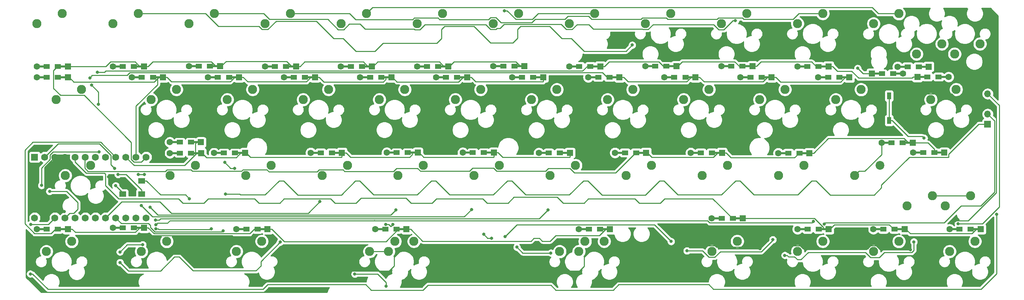
<source format=gbr>
G04 #@! TF.GenerationSoftware,KiCad,Pcbnew,(5.1.4-0-10_14)*
G04 #@! TF.CreationDate,2020-06-13T19:46:11-07:00*
G04 #@! TF.ProjectId,TG4xhotswap,54473478-686f-4747-9377-61702e6b6963,rev?*
G04 #@! TF.SameCoordinates,Original*
G04 #@! TF.FileFunction,Copper,L1,Top*
G04 #@! TF.FilePolarity,Positive*
%FSLAX46Y46*%
G04 Gerber Fmt 4.6, Leading zero omitted, Abs format (unit mm)*
G04 Created by KiCad (PCBNEW (5.1.4-0-10_14)) date 2020-06-13 19:46:11*
%MOMM*%
%LPD*%
G04 APERTURE LIST*
%ADD10C,2.286000*%
%ADD11R,1.100000X1.800000*%
%ADD12C,2.200000*%
%ADD13R,1.800000X1.400000*%
%ADD14R,1.752600X1.752600*%
%ADD15C,1.752600*%
%ADD16R,2.900000X0.500000*%
%ADD17R,1.600000X1.600000*%
%ADD18C,1.600000*%
%ADD19R,1.600000X1.200000*%
%ADD20R,1.700000X1.700000*%
%ADD21O,1.700000X1.700000*%
%ADD22C,0.800000*%
%ADD23C,0.250000*%
%ADD24C,0.254000*%
G04 APERTURE END LIST*
D10*
X226898200Y-18567400D03*
X233248200Y-16027400D03*
D11*
X234490000Y-36660000D03*
X234490000Y-42860000D03*
X230790000Y-36660000D03*
X230790000Y-42860000D03*
D10*
X24485600Y-56642000D03*
X30835600Y-54102000D03*
X19735800Y-75717400D03*
X26085800Y-73177400D03*
X43535600Y-75717400D03*
X49885600Y-73177400D03*
X67335400Y-75692000D03*
X73685400Y-73152000D03*
X148297900Y-75717400D03*
X154647900Y-73177400D03*
X153085800Y-75692000D03*
X159435800Y-73152000D03*
X100698300Y-75704700D03*
X107048300Y-73164700D03*
X105435400Y-75692000D03*
X111785400Y-73152000D03*
X251180600Y-61747400D03*
X244830600Y-64287400D03*
X241642900Y-61696600D03*
X235292900Y-64236600D03*
X244017800Y-23609300D03*
X237667800Y-26149300D03*
X22174200Y-37592000D03*
X28524200Y-35052000D03*
X241249200Y-37592000D03*
X247599200Y-35052000D03*
X65049400Y-37592000D03*
X71399400Y-35052000D03*
X164973000Y-56667400D03*
X171323000Y-54127400D03*
X50698400Y-56642000D03*
X57048400Y-54102000D03*
X88798400Y-56667400D03*
X95148400Y-54127400D03*
X184023000Y-56642000D03*
X190373000Y-54102000D03*
X74498200Y-18542000D03*
X80848200Y-16002000D03*
X203098400Y-56642000D03*
X209448400Y-54102000D03*
X17348200Y-18542000D03*
X23698200Y-16002000D03*
X36398200Y-18542000D03*
X42748200Y-16002000D03*
X55448200Y-18567400D03*
X61798200Y-16027400D03*
X93548200Y-18567400D03*
X99898200Y-16027400D03*
X112598200Y-18567400D03*
X118948200Y-16027400D03*
X131673600Y-18516600D03*
X138023600Y-15976600D03*
X150698200Y-18542000D03*
X157048200Y-16002000D03*
X169748200Y-18542000D03*
X176098200Y-16002000D03*
X188798200Y-18542000D03*
X195148200Y-16002000D03*
X207848200Y-18542000D03*
X214198200Y-16002000D03*
X69723000Y-56642000D03*
X76073000Y-54102000D03*
X107823000Y-56642000D03*
X114173000Y-54102000D03*
X126873000Y-56642000D03*
X133223000Y-54102000D03*
X145923000Y-56642000D03*
X152273000Y-54102000D03*
X222148400Y-56667400D03*
D12*
X228498400Y-54127400D03*
D10*
X207848200Y-75692000D03*
X214198200Y-73152000D03*
X226898200Y-75717400D03*
X233248200Y-73177400D03*
X245948200Y-75692000D03*
X252298200Y-73152000D03*
X45974000Y-37592000D03*
X52324000Y-35052000D03*
X84074000Y-37592000D03*
X90424000Y-35052000D03*
X103149400Y-37592000D03*
X109499400Y-35052000D03*
X122174000Y-37592000D03*
X128524000Y-35052000D03*
X141249400Y-37617400D03*
X147599400Y-35077400D03*
X160274000Y-37617400D03*
X166624000Y-35077400D03*
X179349400Y-37592000D03*
X185699400Y-35052000D03*
X198374000Y-37592000D03*
X204724000Y-35052000D03*
X217449400Y-37617400D03*
X223799400Y-35077400D03*
X186410600Y-75692000D03*
X192760600Y-73152000D03*
X253555500Y-23622000D03*
X247205500Y-26162000D03*
D13*
X43636900Y-61251100D03*
X43636900Y-57951100D03*
X38836900Y-57951100D03*
X38836900Y-61251100D03*
D14*
X16814800Y-52030000D03*
D15*
X19354800Y-52030000D03*
X21894800Y-52030000D03*
X24434800Y-52030000D03*
X26974800Y-52030000D03*
X29514800Y-52030000D03*
X32054800Y-52030000D03*
X34594800Y-52030000D03*
X37134800Y-52030000D03*
X39674800Y-52030000D03*
X42214800Y-52030000D03*
X44754800Y-67270000D03*
X42214800Y-67270000D03*
X39674800Y-67270000D03*
X37134800Y-67270000D03*
X34594800Y-67270000D03*
X32054800Y-67270000D03*
X29514800Y-67270000D03*
X26974800Y-67270000D03*
X24434800Y-67270000D03*
X21894800Y-67270000D03*
X19354800Y-67270000D03*
X44754800Y-52030000D03*
X16814800Y-67270000D03*
D16*
X23747100Y-29298900D03*
X18747100Y-29298900D03*
D17*
X25147100Y-29298900D03*
D18*
X17347100Y-29298900D03*
D19*
X19847100Y-29298900D03*
X22647100Y-29298900D03*
D16*
X42784400Y-29260800D03*
X37784400Y-29260800D03*
D17*
X44184400Y-29260800D03*
D18*
X36384400Y-29260800D03*
D19*
X38884400Y-29260800D03*
X41684400Y-29260800D03*
D16*
X61834400Y-29222700D03*
X56834400Y-29222700D03*
D17*
X63234400Y-29222700D03*
D18*
X55434400Y-29222700D03*
D19*
X57934400Y-29222700D03*
X60734400Y-29222700D03*
D16*
X80884400Y-29248100D03*
X75884400Y-29248100D03*
D17*
X82284400Y-29248100D03*
D18*
X74484400Y-29248100D03*
D19*
X76984400Y-29248100D03*
X79784400Y-29248100D03*
D16*
X99909000Y-29248100D03*
X94909000Y-29248100D03*
D17*
X101309000Y-29248100D03*
D18*
X93509000Y-29248100D03*
D19*
X96009000Y-29248100D03*
X98809000Y-29248100D03*
D16*
X118984400Y-29248100D03*
X113984400Y-29248100D03*
D17*
X120384400Y-29248100D03*
D18*
X112584400Y-29248100D03*
D19*
X115084400Y-29248100D03*
X117884400Y-29248100D03*
D16*
X138085200Y-29222700D03*
X133085200Y-29222700D03*
D17*
X139485200Y-29222700D03*
D18*
X131685200Y-29222700D03*
D19*
X134185200Y-29222700D03*
X136985200Y-29222700D03*
D16*
X157097100Y-29260800D03*
X152097100Y-29260800D03*
D17*
X158497100Y-29260800D03*
D18*
X150697100Y-29260800D03*
D19*
X153197100Y-29260800D03*
X155997100Y-29260800D03*
D16*
X176159800Y-29222700D03*
X171159800Y-29222700D03*
D17*
X177559800Y-29222700D03*
D18*
X169759800Y-29222700D03*
D19*
X172259800Y-29222700D03*
X175059800Y-29222700D03*
D16*
X195197100Y-29222700D03*
X190197100Y-29222700D03*
D17*
X196597100Y-29222700D03*
D18*
X188797100Y-29222700D03*
D19*
X191297100Y-29222700D03*
X194097100Y-29222700D03*
D16*
X214247100Y-29260800D03*
X209247100Y-29260800D03*
D17*
X215647100Y-29260800D03*
D18*
X207847100Y-29260800D03*
D19*
X210347100Y-29260800D03*
X213147100Y-29260800D03*
D16*
X239342300Y-29337000D03*
X234342300Y-29337000D03*
D17*
X240742300Y-29337000D03*
D18*
X232942300Y-29337000D03*
D19*
X235442300Y-29337000D03*
X238242300Y-29337000D03*
D16*
X239295300Y-31902400D03*
X244295300Y-31902400D03*
D17*
X237895300Y-31902400D03*
D18*
X245695300Y-31902400D03*
D19*
X243195300Y-31902400D03*
X240395300Y-31902400D03*
D16*
X23759800Y-31965900D03*
X18759800Y-31965900D03*
D17*
X25159800Y-31965900D03*
D18*
X17359800Y-31965900D03*
D19*
X19859800Y-31965900D03*
X22659800Y-31965900D03*
D16*
X47559600Y-32016700D03*
X42559600Y-32016700D03*
D17*
X48959600Y-32016700D03*
D18*
X41159600Y-32016700D03*
D19*
X43659600Y-32016700D03*
X46459600Y-32016700D03*
D16*
X66609600Y-31978600D03*
X61609600Y-31978600D03*
D17*
X68009600Y-31978600D03*
D18*
X60209600Y-31978600D03*
D19*
X62709600Y-31978600D03*
X65509600Y-31978600D03*
D16*
X85646900Y-31991300D03*
X80646900Y-31991300D03*
D17*
X87046900Y-31991300D03*
D18*
X79246900Y-31991300D03*
D19*
X81746900Y-31991300D03*
X84546900Y-31991300D03*
D16*
X104747700Y-32016700D03*
X99747700Y-32016700D03*
D17*
X106147700Y-32016700D03*
D18*
X98347700Y-32016700D03*
D19*
X100847700Y-32016700D03*
X103647700Y-32016700D03*
D16*
X123746900Y-32016700D03*
X118746900Y-32016700D03*
D17*
X125146900Y-32016700D03*
D18*
X117346900Y-32016700D03*
D19*
X119846900Y-32016700D03*
X122646900Y-32016700D03*
D16*
X142796900Y-32004000D03*
X137796900Y-32004000D03*
D17*
X144196900Y-32004000D03*
D18*
X136396900Y-32004000D03*
D19*
X138896900Y-32004000D03*
X141696900Y-32004000D03*
D16*
X161872300Y-31978600D03*
X156872300Y-31978600D03*
D17*
X163272300Y-31978600D03*
D18*
X155472300Y-31978600D03*
D19*
X157972300Y-31978600D03*
X160772300Y-31978600D03*
D16*
X180909600Y-31991300D03*
X175909600Y-31991300D03*
D17*
X182309600Y-31991300D03*
D18*
X174509600Y-31991300D03*
D19*
X177009600Y-31991300D03*
X179809600Y-31991300D03*
D16*
X199985000Y-31978600D03*
X194985000Y-31978600D03*
D17*
X201385000Y-31978600D03*
D18*
X193585000Y-31978600D03*
D19*
X196085000Y-31978600D03*
X198885000Y-31978600D03*
D16*
X219441400Y-32029400D03*
X214441400Y-32029400D03*
D17*
X220841400Y-32029400D03*
D18*
X213041400Y-32029400D03*
D19*
X215541400Y-32029400D03*
X218341400Y-32029400D03*
D16*
X227900000Y-31080000D03*
X232900000Y-31080000D03*
D17*
X226500000Y-31080000D03*
D18*
X234300000Y-31080000D03*
D19*
X231800000Y-31080000D03*
X229000000Y-31080000D03*
D16*
X57071900Y-48285400D03*
X52071900Y-48285400D03*
D17*
X58471900Y-48285400D03*
D18*
X50671900Y-48285400D03*
D19*
X53171900Y-48285400D03*
X55971900Y-48285400D03*
D16*
X57084600Y-51015900D03*
X52084600Y-51015900D03*
D17*
X58484600Y-51015900D03*
D18*
X50684600Y-51015900D03*
D19*
X53184600Y-51015900D03*
X55984600Y-51015900D03*
X67011200Y-51003200D03*
X64211200Y-51003200D03*
D18*
X61711200Y-51003200D03*
D17*
X69511200Y-51003200D03*
D16*
X63111200Y-51003200D03*
X68111200Y-51003200D03*
D19*
X91265200Y-50927000D03*
X88465200Y-50927000D03*
D18*
X85965200Y-50927000D03*
D17*
X93765200Y-50927000D03*
D16*
X87365200Y-50927000D03*
X92365200Y-50927000D03*
D19*
X110289800Y-50914300D03*
X107489800Y-50914300D03*
D18*
X104989800Y-50914300D03*
D17*
X112789800Y-50914300D03*
D16*
X106389800Y-50914300D03*
X111389800Y-50914300D03*
D19*
X129327100Y-50914300D03*
X126527100Y-50914300D03*
D18*
X124027100Y-50914300D03*
D17*
X131827100Y-50914300D03*
D16*
X125427100Y-50914300D03*
X130427100Y-50914300D03*
D19*
X148377100Y-50965100D03*
X145577100Y-50965100D03*
D18*
X143077100Y-50965100D03*
D17*
X150877100Y-50965100D03*
D16*
X144477100Y-50965100D03*
X149477100Y-50965100D03*
D19*
X167452500Y-50927000D03*
X164652500Y-50927000D03*
D18*
X162152500Y-50927000D03*
D17*
X169952500Y-50927000D03*
D16*
X163552500Y-50927000D03*
X168552500Y-50927000D03*
D19*
X186451700Y-50939700D03*
X183651700Y-50939700D03*
D18*
X181151700Y-50939700D03*
D17*
X188951700Y-50939700D03*
D16*
X182551700Y-50939700D03*
X187551700Y-50939700D03*
D19*
X208371900Y-51015900D03*
X205571900Y-51015900D03*
D18*
X203071900Y-51015900D03*
D17*
X210871900Y-51015900D03*
D16*
X204471900Y-51015900D03*
X209471900Y-51015900D03*
X235316400Y-48463200D03*
X230316400Y-48463200D03*
D17*
X236716400Y-48463200D03*
D18*
X228916400Y-48463200D03*
D19*
X231416400Y-48463200D03*
X234216400Y-48463200D03*
D16*
X243228500Y-50914300D03*
X238228500Y-50914300D03*
D17*
X244628500Y-50914300D03*
D18*
X236828500Y-50914300D03*
D19*
X239328500Y-50914300D03*
X242128500Y-50914300D03*
D16*
X23747100Y-70091300D03*
X18747100Y-70091300D03*
D17*
X25147100Y-70091300D03*
D18*
X17347100Y-70091300D03*
D19*
X19847100Y-70091300D03*
X22647100Y-70091300D03*
D16*
X42809800Y-69761100D03*
X37809800Y-69761100D03*
D17*
X44209800Y-69761100D03*
D18*
X36409800Y-69761100D03*
D19*
X38909800Y-69761100D03*
X41709800Y-69761100D03*
D16*
X73734300Y-70104000D03*
X68734300Y-70104000D03*
D17*
X75134300Y-70104000D03*
D18*
X67334300Y-70104000D03*
D19*
X69834300Y-70104000D03*
X72634300Y-70104000D03*
D16*
X108545000Y-70129400D03*
X103545000Y-70129400D03*
D17*
X109945000Y-70129400D03*
D18*
X102145000Y-70129400D03*
D19*
X104645000Y-70129400D03*
X107445000Y-70129400D03*
D16*
X159497400Y-70104000D03*
X154497400Y-70104000D03*
D17*
X160897400Y-70104000D03*
D18*
X153097400Y-70104000D03*
D19*
X155597400Y-70104000D03*
X158397400Y-70104000D03*
D16*
X192796800Y-67398900D03*
X187796800Y-67398900D03*
D17*
X194196800Y-67398900D03*
D18*
X186396800Y-67398900D03*
D19*
X188896800Y-67398900D03*
X191696800Y-67398900D03*
D16*
X214272500Y-70104000D03*
X209272500Y-70104000D03*
D17*
X215672500Y-70104000D03*
D18*
X207872500Y-70104000D03*
D19*
X210372500Y-70104000D03*
X213172500Y-70104000D03*
D16*
X233274700Y-70091300D03*
X228274700Y-70091300D03*
D17*
X234674700Y-70091300D03*
D18*
X226874700Y-70091300D03*
D19*
X229374700Y-70091300D03*
X232174700Y-70091300D03*
D16*
X252347100Y-70104000D03*
X247347100Y-70104000D03*
D17*
X253747100Y-70104000D03*
D18*
X245947100Y-70104000D03*
D19*
X248447100Y-70104000D03*
X251247100Y-70104000D03*
D20*
X255490000Y-43764200D03*
D21*
X255490000Y-41224200D03*
X255490000Y-38684200D03*
X255490000Y-36144200D03*
D22*
X32550000Y-30725000D03*
X30625000Y-32175000D03*
X31075000Y-33975000D03*
X32800000Y-38750000D03*
X222930000Y-29740000D03*
X44325000Y-56375000D03*
X42769000Y-56350000D03*
X66925000Y-54827000D03*
X64425000Y-53375000D03*
X134425000Y-15302400D03*
X166475000Y-23900000D03*
X192325000Y-17798999D03*
X64000000Y-70504001D03*
X88276382Y-63192558D03*
X45750000Y-64575000D03*
X107258554Y-65284163D03*
X43575000Y-64200000D03*
X126243598Y-65157700D03*
X47050000Y-67775000D03*
X145364536Y-65294827D03*
X236150000Y-75250000D03*
X202100000Y-75075000D03*
X198475000Y-75025000D03*
X174300000Y-74900000D03*
X171000000Y-75150000D03*
X129875000Y-74275000D03*
X125325000Y-74500000D03*
X81500000Y-74725000D03*
X68825000Y-74275000D03*
X38075000Y-73275000D03*
X35350000Y-56950000D03*
X27225000Y-55200000D03*
X247319130Y-68000000D03*
X24242657Y-65718369D03*
X36825000Y-54825000D03*
X37100000Y-59200000D03*
X55575000Y-62450000D03*
X43878395Y-74008439D03*
X38175000Y-75825000D03*
X134650000Y-71950000D03*
X176225000Y-73175000D03*
X248100000Y-68725000D03*
X37700000Y-56375000D03*
X32925000Y-50725000D03*
X18550000Y-59125000D03*
X20550000Y-60625000D03*
X106495001Y-68948452D03*
X104725000Y-68929398D03*
X38184800Y-78475000D03*
X78300000Y-73350000D03*
X97000000Y-81375000D03*
X104830402Y-84375000D03*
X131225153Y-72375153D03*
X129275000Y-71400000D03*
X137577597Y-74622403D03*
X146100000Y-76075000D03*
X180175000Y-75525000D03*
X201675000Y-72725000D03*
X204680119Y-76668819D03*
X237000000Y-73275000D03*
X15844423Y-68903669D03*
X15721547Y-81328453D03*
X257725000Y-66375000D03*
X239575338Y-47250263D03*
X47177148Y-70001843D03*
X64650000Y-61300000D03*
X61050000Y-70000000D03*
X47215599Y-69002581D03*
X211833547Y-68190353D03*
X214525835Y-68814280D03*
D23*
X43134400Y-29260800D02*
X44184400Y-29260800D01*
X42009399Y-28135799D02*
X43134400Y-29260800D01*
X34681298Y-29298900D02*
X35844399Y-28135799D01*
X35844399Y-28135799D02*
X42009399Y-28135799D01*
X25147100Y-29298900D02*
X34681298Y-29298900D01*
X61059399Y-28097699D02*
X62184400Y-29222700D01*
X62184400Y-29222700D02*
X63234400Y-29222700D01*
X46397501Y-28097699D02*
X61059399Y-28097699D01*
X45234400Y-29260800D02*
X46397501Y-28097699D01*
X44184400Y-29260800D02*
X45234400Y-29260800D01*
X81234400Y-29248100D02*
X82284400Y-29248100D01*
X79973301Y-27987001D02*
X81234400Y-29248100D01*
X63534400Y-29222700D02*
X64770099Y-27987001D01*
X64770099Y-27987001D02*
X79973301Y-27987001D01*
X61834400Y-29222700D02*
X63534400Y-29222700D01*
X99133999Y-28123099D02*
X100259000Y-29248100D01*
X84459401Y-28123099D02*
X99133999Y-28123099D01*
X100259000Y-29248100D02*
X101309000Y-29248100D01*
X83334400Y-29248100D02*
X84459401Y-28123099D01*
X82284400Y-29248100D02*
X83334400Y-29248100D01*
X118209399Y-28123099D02*
X119334400Y-29248100D01*
X102734001Y-28123099D02*
X118209399Y-28123099D01*
X101609000Y-29248100D02*
X102734001Y-28123099D01*
X119334400Y-29248100D02*
X120384400Y-29248100D01*
X99909000Y-29248100D02*
X101609000Y-29248100D01*
X137310199Y-28097699D02*
X138435200Y-29222700D01*
X138435200Y-29222700D02*
X139485200Y-29222700D01*
X120684400Y-29248100D02*
X121834801Y-28097699D01*
X121834801Y-28097699D02*
X137310199Y-28097699D01*
X118984400Y-29248100D02*
X120684400Y-29248100D01*
X21534799Y-30311201D02*
X22547100Y-29298900D01*
X29228841Y-36520001D02*
X23274843Y-36520001D01*
X23274843Y-36520001D02*
X21534799Y-34779957D01*
X41013499Y-48304659D02*
X29228841Y-36520001D01*
X41013499Y-52606625D02*
X41013499Y-48304659D01*
X22547100Y-29298900D02*
X23747100Y-29298900D01*
X21534799Y-34779957D02*
X21534799Y-30311201D01*
X41638175Y-53231301D02*
X41013499Y-52606625D01*
X43553499Y-53231301D02*
X41638175Y-53231301D01*
X44754800Y-52030000D02*
X43553499Y-53231301D01*
X110995000Y-70129400D02*
X109945000Y-70129400D01*
X141137521Y-73114001D02*
X113979601Y-73114001D01*
X143300000Y-72425000D02*
X141826522Y-72425000D01*
X141826522Y-72425000D02*
X141137521Y-73114001D01*
X143989001Y-73114001D02*
X143300000Y-72425000D01*
X113979601Y-73114001D02*
X110995000Y-70129400D01*
X145912521Y-73114001D02*
X143989001Y-73114001D01*
X147317123Y-71709399D02*
X145912521Y-73114001D01*
X158242001Y-71709399D02*
X147317123Y-71709399D01*
X159847400Y-70104000D02*
X158242001Y-71709399D01*
X160897400Y-70104000D02*
X159847400Y-70104000D01*
X108895000Y-70129400D02*
X109945000Y-70129400D01*
X104815358Y-73225000D02*
X107910958Y-70129400D01*
X79305300Y-73225000D02*
X104815358Y-73225000D01*
X107910958Y-70129400D02*
X108895000Y-70129400D01*
X76184300Y-70104000D02*
X79305300Y-73225000D01*
X75134300Y-70104000D02*
X76184300Y-70104000D01*
X46727701Y-71229001D02*
X45259800Y-69761100D01*
X45259800Y-69761100D02*
X44209800Y-69761100D01*
X70694301Y-71229001D02*
X46727701Y-71229001D01*
X71819302Y-70104000D02*
X70694301Y-71229001D01*
X75134300Y-70104000D02*
X71819302Y-70104000D01*
X26197100Y-70091300D02*
X25147100Y-70091300D01*
X26991901Y-70886101D02*
X26197100Y-70091300D01*
X42034799Y-70886101D02*
X26991901Y-70886101D01*
X43159800Y-69761100D02*
X42034799Y-70886101D01*
X44209800Y-69761100D02*
X43159800Y-69761100D01*
X37134800Y-52030000D02*
X33354800Y-48250000D01*
X33354800Y-48250000D02*
X16375000Y-48250000D01*
X16375000Y-48250000D02*
X14375000Y-50250000D01*
X22047100Y-70091300D02*
X23747100Y-70091300D01*
X16807099Y-71216301D02*
X20922099Y-71216301D01*
X14375000Y-68784202D02*
X16807099Y-71216301D01*
X20922099Y-71216301D02*
X22047100Y-70091300D01*
X14375000Y-50250000D02*
X14375000Y-68784202D01*
X198734001Y-28135799D02*
X197647100Y-29222700D01*
X211422099Y-28135799D02*
X198734001Y-28135799D01*
X212547100Y-29260800D02*
X211422099Y-28135799D01*
X197647100Y-29222700D02*
X196597100Y-29222700D01*
X214247100Y-29260800D02*
X212547100Y-29260800D01*
X178984801Y-28097699D02*
X177859800Y-29222700D01*
X193282102Y-29222700D02*
X192157101Y-28097699D01*
X177859800Y-29222700D02*
X176159800Y-29222700D01*
X192157101Y-28097699D02*
X178984801Y-28097699D01*
X196597100Y-29222700D02*
X193282102Y-29222700D01*
X159547100Y-29260800D02*
X158497100Y-29260800D01*
X173119801Y-28097699D02*
X160710201Y-28097699D01*
X174244802Y-29222700D02*
X173119801Y-28097699D01*
X160710201Y-28097699D02*
X159547100Y-29260800D01*
X177559800Y-29222700D02*
X174244802Y-29222700D01*
X154057101Y-30385801D02*
X34610801Y-30385801D01*
X155182102Y-29260800D02*
X154057101Y-30385801D01*
X158497100Y-29260800D02*
X155182102Y-29260800D01*
X34271602Y-30725000D02*
X32550000Y-30725000D01*
X34610801Y-30385801D02*
X34271602Y-30725000D01*
X236845300Y-31902400D02*
X237895300Y-31902400D01*
X236542699Y-32205001D02*
X236845300Y-31902400D01*
X215647100Y-29260800D02*
X216697100Y-29260800D01*
X223202003Y-32205001D02*
X236542699Y-32205001D01*
X221459003Y-30462001D02*
X223202003Y-32205001D01*
X216697100Y-29260800D02*
X217898301Y-30462001D01*
X217898301Y-30462001D02*
X221459003Y-30462001D01*
X144121899Y-33129001D02*
X127309201Y-33129001D01*
X126196900Y-32016700D02*
X125146900Y-32016700D01*
X127309201Y-33129001D02*
X126196900Y-32016700D01*
X144196900Y-33054000D02*
X144121899Y-33129001D01*
X144196900Y-32004000D02*
X144196900Y-33054000D01*
X122971899Y-33141701D02*
X107572701Y-33141701D01*
X124096900Y-32016700D02*
X122971899Y-33141701D01*
X106447700Y-32016700D02*
X104747700Y-32016700D01*
X107572701Y-33141701D02*
X106447700Y-32016700D01*
X125146900Y-32016700D02*
X124096900Y-32016700D01*
X104122699Y-33141701D02*
X89247301Y-33141701D01*
X88096900Y-31991300D02*
X87046900Y-31991300D01*
X89247301Y-33141701D02*
X88096900Y-31991300D01*
X104747700Y-32516700D02*
X104122699Y-33141701D01*
X104747700Y-32016700D02*
X104747700Y-32516700D01*
X69059600Y-31978600D02*
X68009600Y-31978600D01*
X85996900Y-31991300D02*
X84871899Y-33116301D01*
X70197301Y-33116301D02*
X69059600Y-31978600D01*
X84871899Y-33116301D02*
X70197301Y-33116301D01*
X87046900Y-31991300D02*
X85996900Y-31991300D01*
X65834599Y-33103601D02*
X51096501Y-33103601D01*
X50009600Y-32016700D02*
X48959600Y-32016700D01*
X51096501Y-33103601D02*
X50009600Y-32016700D01*
X66959600Y-31978600D02*
X65834599Y-33103601D01*
X68009600Y-31978600D02*
X66959600Y-31978600D01*
X25459800Y-31965900D02*
X23759800Y-31965900D01*
X26635601Y-33141701D02*
X25459800Y-31965900D01*
X46784599Y-33141701D02*
X26635601Y-33141701D01*
X47909600Y-32016700D02*
X46784599Y-33141701D01*
X48959600Y-32016700D02*
X47909600Y-32016700D01*
X42214800Y-50790725D02*
X42214800Y-52030000D01*
X42214800Y-39178558D02*
X42214800Y-50790725D01*
X47559600Y-33833758D02*
X42214800Y-39178558D01*
X47559600Y-32016700D02*
X47559600Y-33833758D01*
X180134599Y-33116301D02*
X181259600Y-31991300D01*
X165460001Y-33116301D02*
X180134599Y-33116301D01*
X164322300Y-31978600D02*
X165460001Y-33116301D01*
X181259600Y-31991300D02*
X182309600Y-31991300D01*
X163272300Y-31978600D02*
X164322300Y-31978600D01*
X200335000Y-31978600D02*
X201385000Y-31978600D01*
X199209999Y-33103601D02*
X200335000Y-31978600D01*
X184471901Y-33103601D02*
X199209999Y-33103601D01*
X183359600Y-31991300D02*
X184471901Y-33103601D01*
X182309600Y-31991300D02*
X183359600Y-31991300D01*
X219791400Y-32029400D02*
X220841400Y-32029400D01*
X203610801Y-33154401D02*
X218666399Y-33154401D01*
X218666399Y-33154401D02*
X219791400Y-32029400D01*
X202435000Y-31978600D02*
X203610801Y-33154401D01*
X201385000Y-31978600D02*
X202435000Y-31978600D01*
X40657699Y-30853599D02*
X40011298Y-31500000D01*
X159047299Y-30853599D02*
X40657699Y-30853599D01*
X40011298Y-31500000D02*
X31125000Y-31500000D01*
X160172300Y-31978600D02*
X159047299Y-30853599D01*
X161872300Y-31978600D02*
X160172300Y-31978600D01*
X31125000Y-31675000D02*
X30625000Y-32175000D01*
X31125000Y-31500000D02*
X31125000Y-31675000D01*
X32800000Y-35700000D02*
X32800000Y-38750000D01*
X31075000Y-33975000D02*
X32800000Y-35700000D01*
X224270000Y-31080000D02*
X222930000Y-29740000D01*
X225230000Y-31080000D02*
X226500000Y-31080000D01*
X225720000Y-31080000D02*
X225230000Y-31080000D01*
X225230000Y-31080000D02*
X224270000Y-31080000D01*
X134052901Y-52090101D02*
X132877100Y-50914300D01*
X132877100Y-50914300D02*
X131827100Y-50914300D01*
X150802099Y-52090101D02*
X134052901Y-52090101D01*
X150877100Y-52015100D02*
X150802099Y-52090101D01*
X150877100Y-50965100D02*
X150877100Y-52015100D01*
X131752099Y-52039301D02*
X114214801Y-52039301D01*
X113089800Y-50914300D02*
X111389800Y-50914300D01*
X114214801Y-52039301D02*
X113089800Y-50914300D01*
X131827100Y-51964300D02*
X131752099Y-52039301D01*
X131827100Y-50914300D02*
X131827100Y-51964300D01*
X94815200Y-50927000D02*
X93765200Y-50927000D01*
X95940201Y-52052001D02*
X94815200Y-50927000D01*
X110752099Y-52052001D02*
X95940201Y-52052001D01*
X111389800Y-51414300D02*
X110752099Y-52052001D01*
X111389800Y-50914300D02*
X111389800Y-51414300D01*
X93690199Y-52052001D02*
X70860001Y-52052001D01*
X70860001Y-52052001D02*
X69811200Y-51003200D01*
X93765200Y-51977000D02*
X93690199Y-52052001D01*
X69811200Y-51003200D02*
X68111200Y-51003200D01*
X93765200Y-50927000D02*
X93765200Y-51977000D01*
X59896901Y-52128201D02*
X58784600Y-51015900D01*
X68461200Y-51003200D02*
X67336199Y-52128201D01*
X58784600Y-51015900D02*
X57084600Y-51015900D01*
X67336199Y-52128201D02*
X59896901Y-52128201D01*
X69511200Y-51003200D02*
X68461200Y-51003200D01*
X57421900Y-48285400D02*
X58471900Y-48285400D01*
X57084600Y-48622700D02*
X57421900Y-48285400D01*
X57084600Y-51015900D02*
X57084600Y-48622700D01*
X57434600Y-51015900D02*
X58484600Y-51015900D01*
X54375500Y-54075000D02*
X57434600Y-51015900D01*
X41719800Y-54075000D02*
X54375500Y-54075000D01*
X39674800Y-52030000D02*
X41719800Y-54075000D01*
X242128500Y-50064300D02*
X242128500Y-50914300D01*
X240527400Y-48463200D02*
X242128500Y-50064300D01*
X236716400Y-48463200D02*
X240527400Y-48463200D01*
X215599601Y-47338199D02*
X211921900Y-51015900D01*
X211921900Y-51015900D02*
X210871900Y-51015900D01*
X234541399Y-47338199D02*
X215599601Y-47338199D01*
X235666400Y-48463200D02*
X234541399Y-47338199D01*
X236716400Y-48463200D02*
X235666400Y-48463200D01*
X190001700Y-50939700D02*
X188951700Y-50939700D01*
X191202901Y-52140901D02*
X190001700Y-50939700D01*
X207146899Y-52140901D02*
X191202901Y-52140901D01*
X208271900Y-51015900D02*
X207146899Y-52140901D01*
X209471900Y-51015900D02*
X208271900Y-51015900D01*
X170252500Y-50927000D02*
X168552500Y-50927000D01*
X171390201Y-52064701D02*
X170252500Y-50927000D01*
X186776699Y-52064701D02*
X171390201Y-52064701D01*
X187901700Y-50939700D02*
X186776699Y-52064701D01*
X188951700Y-50939700D02*
X187901700Y-50939700D01*
X162316741Y-55962759D02*
X167352500Y-50927000D01*
X145492358Y-54900000D02*
X150898358Y-54900000D01*
X144822357Y-55570001D02*
X145492358Y-54900000D01*
X132518359Y-55570001D02*
X144822357Y-55570001D01*
X131754999Y-54806641D02*
X132518359Y-55570001D01*
X126535717Y-54806641D02*
X131754999Y-54806641D01*
X125772357Y-55570001D02*
X126535717Y-54806641D01*
X113468359Y-55570001D02*
X125772357Y-55570001D01*
X112723358Y-54825000D02*
X113468359Y-55570001D01*
X150898358Y-54900000D02*
X151961117Y-55962759D01*
X107467358Y-54825000D02*
X112723358Y-54825000D01*
X106696957Y-55595401D02*
X107467358Y-54825000D01*
X94047757Y-55199399D02*
X94443759Y-55595401D01*
X88093759Y-55199399D02*
X94047757Y-55199399D01*
X87568158Y-55725000D02*
X88093759Y-55199399D01*
X75523358Y-55725000D02*
X87568158Y-55725000D01*
X69018359Y-55173999D02*
X74972357Y-55173999D01*
X151961117Y-55962759D02*
X162316741Y-55962759D01*
X68622357Y-55570001D02*
X69018359Y-55173999D01*
X56343759Y-55570001D02*
X68622357Y-55570001D01*
X55947757Y-55173999D02*
X56343759Y-55570001D01*
X30160958Y-55600000D02*
X49567758Y-55600000D01*
X94443759Y-55595401D02*
X106696957Y-55595401D01*
X74972357Y-55173999D02*
X75523358Y-55725000D01*
X49993759Y-55173999D02*
X55947757Y-55173999D01*
X29367599Y-54806641D02*
X30160958Y-55600000D01*
X29367599Y-52177201D02*
X29367599Y-54806641D01*
X167352500Y-50927000D02*
X168552500Y-50927000D01*
X49567758Y-55600000D02*
X49993759Y-55173999D01*
X29514800Y-52030000D02*
X29367599Y-52177201D01*
X214272500Y-69604000D02*
X214272500Y-70104000D01*
X212067400Y-67398900D02*
X214272500Y-69604000D01*
X194196800Y-67398900D02*
X212067400Y-67398900D01*
X231974700Y-70091300D02*
X232174700Y-70091300D01*
X217110201Y-68966299D02*
X230849699Y-68966299D01*
X230849699Y-68966299D02*
X231974700Y-70091300D01*
X215972500Y-70104000D02*
X217110201Y-68966299D01*
X214272500Y-70104000D02*
X215972500Y-70104000D01*
X234974700Y-70091300D02*
X236112401Y-71229001D01*
X252697100Y-70104000D02*
X253747100Y-70104000D01*
X251572099Y-71229001D02*
X252697100Y-70104000D01*
X236112401Y-71229001D02*
X251572099Y-71229001D01*
X233274700Y-70091300D02*
X234974700Y-70091300D01*
X34300010Y-56050010D02*
X29755535Y-56050010D01*
X34551501Y-59150703D02*
X34551501Y-56301501D01*
X52844401Y-62436999D02*
X37837797Y-62436999D01*
X53954403Y-63547001D02*
X52844401Y-62436999D01*
X29755535Y-56050010D02*
X26974800Y-53269275D01*
X59194401Y-63547001D02*
X53954403Y-63547001D01*
X78219001Y-63547001D02*
X72979003Y-63547001D01*
X79303603Y-62462399D02*
X78219001Y-63547001D01*
X109832002Y-62300000D02*
X98566802Y-62300000D01*
X71869001Y-62436999D02*
X60304403Y-62436999D01*
X111079003Y-63547001D02*
X109832002Y-62300000D01*
X37837797Y-62436999D02*
X34551501Y-59150703D01*
X98566802Y-62300000D02*
X97294401Y-63572401D01*
X116319001Y-63547001D02*
X111079003Y-63547001D01*
X117429003Y-62436999D02*
X116319001Y-63547001D01*
X26974800Y-53269275D02*
X26974800Y-52030000D01*
X129019001Y-62436999D02*
X117429003Y-62436999D01*
X130129003Y-63547001D02*
X129019001Y-62436999D01*
X135369001Y-63547001D02*
X130129003Y-63547001D01*
X136866002Y-62050000D02*
X135369001Y-63547001D01*
X149179003Y-63547001D02*
X147682002Y-62050000D01*
X72979003Y-63547001D02*
X71869001Y-62436999D01*
X154419001Y-63547001D02*
X149179003Y-63547001D01*
X155503603Y-62462399D02*
X154419001Y-63547001D01*
X97294401Y-63572401D02*
X92054403Y-63572401D01*
X167119001Y-62462399D02*
X155503603Y-62462399D01*
X168229003Y-63572401D02*
X167119001Y-62462399D01*
X173469001Y-63572401D02*
X168229003Y-63572401D01*
X174604403Y-62436999D02*
X173469001Y-63572401D01*
X34551501Y-56301501D02*
X34300010Y-56050010D01*
X147682002Y-62050000D02*
X136866002Y-62050000D01*
X186634899Y-62436999D02*
X174604403Y-62436999D01*
X92054403Y-63572401D02*
X90944401Y-62462399D01*
X191596800Y-67398900D02*
X186634899Y-62436999D01*
X60304403Y-62436999D02*
X59194401Y-63547001D01*
X90944401Y-62462399D02*
X79303603Y-62462399D01*
X192796800Y-67398900D02*
X191596800Y-67398900D01*
X42794000Y-56375000D02*
X42769000Y-56350000D01*
X44325000Y-56375000D02*
X42794000Y-56375000D01*
X65877000Y-54827000D02*
X64425000Y-53375000D01*
X66925000Y-54827000D02*
X65877000Y-54827000D01*
X228916400Y-51360574D02*
X228916400Y-49594570D01*
X228916400Y-49594570D02*
X228916400Y-48463200D01*
X224752573Y-55524401D02*
X228916400Y-51360574D01*
X223291399Y-55524401D02*
X224752573Y-55524401D01*
X222148400Y-56667400D02*
X223291399Y-55524401D01*
X251129800Y-61696600D02*
X251180600Y-61747400D01*
X241642900Y-61696600D02*
X251129800Y-61696600D01*
X105422700Y-75704700D02*
X105435400Y-75692000D01*
X100698300Y-75704700D02*
X105422700Y-75704700D01*
X141518989Y-17444601D02*
X142961590Y-16002000D01*
X137318959Y-17444601D02*
X141518989Y-17444601D01*
X142961590Y-16002000D02*
X157048200Y-16002000D01*
X135176758Y-15302400D02*
X137318959Y-17444601D01*
X134425000Y-15302400D02*
X135176758Y-15302400D01*
X154404669Y-25447001D02*
X164927999Y-25447001D01*
X151215569Y-22257901D02*
X154404669Y-25447001D01*
X148863767Y-22257901D02*
X151215569Y-22257901D01*
X145793575Y-19187709D02*
X148863767Y-22257901D01*
X138558319Y-19187709D02*
X145793575Y-19187709D01*
X137802501Y-19943527D02*
X138558319Y-19187709D01*
X137802501Y-22169673D02*
X137802501Y-19943527D01*
X136596673Y-23375501D02*
X137802501Y-22169673D01*
X130982167Y-23375501D02*
X136596673Y-23375501D01*
X126845175Y-19238509D02*
X130982167Y-23375501D01*
X119482919Y-19238509D02*
X126845175Y-19238509D01*
X118727101Y-19994327D02*
X119482919Y-19238509D01*
X104090301Y-23426301D02*
X117521273Y-23426301D01*
X102044201Y-25472401D02*
X104090301Y-23426301D01*
X59600158Y-16002000D02*
X62844799Y-19246641D01*
X62844799Y-19246641D02*
X73030199Y-19246641D01*
X94065569Y-22283301D02*
X97254669Y-25472401D01*
X87350477Y-17920011D02*
X91713767Y-22283301D01*
X97254669Y-25472401D02*
X102044201Y-25472401D01*
X117521273Y-23426301D02*
X118727101Y-22220473D01*
X77292831Y-17920011D02*
X87350477Y-17920011D01*
X42748200Y-16002000D02*
X59600158Y-16002000D01*
X118727101Y-22220473D02*
X118727101Y-19994327D01*
X164927999Y-25447001D02*
X166475000Y-23900000D01*
X75202841Y-20010001D02*
X77292831Y-17920011D01*
X73030199Y-19246641D02*
X73793559Y-20010001D01*
X91713767Y-22283301D02*
X94065569Y-22283301D01*
X73793559Y-20010001D02*
X75202841Y-20010001D01*
X63414646Y-16027400D02*
X61798200Y-16027400D01*
X74156242Y-16027400D02*
X63414646Y-16027400D01*
X75598843Y-17470001D02*
X74156242Y-16027400D01*
X92843559Y-20035401D02*
X90278159Y-17470001D01*
X94252841Y-20035401D02*
X92843559Y-20035401D01*
X95638242Y-18650000D02*
X94252841Y-20035401D01*
X98332774Y-18650000D02*
X95638242Y-18650000D01*
X99614273Y-19931499D02*
X98332774Y-18650000D01*
X111996535Y-20035401D02*
X111892633Y-19931499D01*
X113302841Y-20035401D02*
X111996535Y-20035401D01*
X129772857Y-18788499D02*
X114549743Y-18788499D01*
X133383226Y-19725000D02*
X132637842Y-19725000D01*
X149993559Y-20010001D02*
X148721257Y-18737699D01*
X151402841Y-20010001D02*
X149993559Y-20010001D01*
X130968959Y-19984601D02*
X129772857Y-18788499D01*
X152649743Y-18763099D02*
X151402841Y-20010001D01*
X90278159Y-17470001D02*
X75598843Y-17470001D01*
X155621273Y-18763099D02*
X152649743Y-18763099D01*
X111892633Y-19931499D02*
X99614273Y-19931499D01*
X156764273Y-19906099D02*
X155621273Y-18763099D01*
X169042633Y-19906099D02*
X156764273Y-19906099D01*
X169146535Y-20010001D02*
X169042633Y-19906099D01*
X148721257Y-18737699D02*
X134370527Y-18737699D01*
X171699743Y-18763099D02*
X170452841Y-20010001D01*
X186846657Y-18763099D02*
X171699743Y-18763099D01*
X170452841Y-20010001D02*
X169146535Y-20010001D01*
X188158558Y-20075000D02*
X186846657Y-18763099D01*
X114549743Y-18788499D02*
X113302841Y-20035401D01*
X132637842Y-19725000D02*
X132378241Y-19984601D01*
X134370527Y-18737699D02*
X133383226Y-19725000D01*
X189437842Y-20075000D02*
X188158558Y-20075000D01*
X191713843Y-17798999D02*
X189437842Y-20075000D01*
X132378241Y-19984601D02*
X130968959Y-19984601D01*
X192325000Y-17798999D02*
X191713843Y-17798999D01*
X45825000Y-69675000D02*
X46928991Y-70778991D01*
X38500899Y-68636099D02*
X45269801Y-68636099D01*
X45825000Y-69191298D02*
X45825000Y-69675000D01*
X45269801Y-68636099D02*
X45825000Y-69191298D01*
X37134800Y-67270000D02*
X38500899Y-68636099D01*
X63725010Y-70778991D02*
X64000000Y-70504001D01*
X46928991Y-70778991D02*
X63725010Y-70778991D01*
X212581754Y-16002000D02*
X214198200Y-16002000D01*
X208215558Y-16002000D02*
X212581754Y-16002000D01*
X187697557Y-17470001D02*
X188093559Y-17073999D01*
X155580199Y-16706641D02*
X156343559Y-17470001D01*
X130522157Y-17495401D02*
X130968959Y-17048599D01*
X175393559Y-17470001D02*
X187697557Y-17470001D01*
X169043559Y-17073999D02*
X174997557Y-17073999D01*
X168647557Y-17470001D02*
X169043559Y-17073999D01*
X95684774Y-16002000D02*
X97178175Y-17495401D01*
X156343559Y-17470001D02*
X168647557Y-17470001D01*
X188093559Y-17073999D02*
X194047557Y-17073999D01*
X133617331Y-18287689D02*
X141312311Y-18287689D01*
X150360917Y-16706641D02*
X155580199Y-16706641D01*
X111497557Y-17495401D02*
X111893559Y-17099399D01*
X149622957Y-17444601D02*
X150360917Y-16706641D01*
X142155399Y-17444601D02*
X149622957Y-17444601D01*
X141312311Y-18287689D02*
X142155399Y-17444601D01*
X118243559Y-17495401D02*
X130522157Y-17495401D01*
X194443559Y-17470001D02*
X206747557Y-17470001D01*
X97178175Y-17495401D02*
X111497557Y-17495401D01*
X117847557Y-17099399D02*
X118243559Y-17495401D01*
X206747557Y-17470001D02*
X208215558Y-16002000D01*
X194047557Y-17073999D02*
X194443559Y-17470001D01*
X130968959Y-17048599D02*
X132378241Y-17048599D01*
X80848200Y-16002000D02*
X95684774Y-16002000D01*
X111893559Y-17099399D02*
X117847557Y-17099399D01*
X132378241Y-17048599D02*
X133617331Y-18287689D01*
X174997557Y-17073999D02*
X175393559Y-17470001D01*
X34594800Y-67270000D02*
X38664800Y-63200000D01*
X48205398Y-63200000D02*
X51092399Y-66087001D01*
X51092399Y-66087001D02*
X53587999Y-66087001D01*
X38664800Y-63200000D02*
X48205398Y-63200000D01*
X85381939Y-66087001D02*
X88276382Y-63192558D01*
X53587999Y-66087001D02*
X85381939Y-66087001D01*
X101041199Y-14884401D02*
X99898200Y-16027400D01*
X101417001Y-14508599D02*
X101041199Y-14884401D01*
X226606625Y-14508599D02*
X101417001Y-14508599D01*
X228125426Y-16027400D02*
X226606625Y-14508599D01*
X233248200Y-16027400D02*
X228125426Y-16027400D01*
X106005706Y-66537011D02*
X107258554Y-65284163D01*
X47712011Y-66537011D02*
X106005706Y-66537011D01*
X45750000Y-64575000D02*
X47712011Y-66537011D01*
X46362021Y-66987021D02*
X124414277Y-66987021D01*
X124414277Y-66987021D02*
X126243598Y-65157700D01*
X43575000Y-64200000D02*
X46362021Y-66987021D01*
X48000000Y-67775000D02*
X48337969Y-67437031D01*
X47050000Y-67775000D02*
X48000000Y-67775000D01*
X143222332Y-67437031D02*
X145364536Y-65294827D01*
X48337969Y-67437031D02*
X143222332Y-67437031D01*
X202951001Y-74223999D02*
X202100000Y-75075000D01*
X209316201Y-74987359D02*
X208552841Y-74223999D01*
X208552841Y-74223999D02*
X202951001Y-74223999D01*
X225455599Y-74987359D02*
X209316201Y-74987359D01*
X227602841Y-74249399D02*
X226193559Y-74249399D01*
X228603442Y-75250000D02*
X227602841Y-74249399D01*
X226193559Y-74249399D02*
X225455599Y-74987359D01*
X236150000Y-75250000D02*
X228603442Y-75250000D01*
X187115241Y-74223999D02*
X173876001Y-74223999D01*
X187511243Y-74620001D02*
X187115241Y-74223999D01*
X198070001Y-74620001D02*
X187511243Y-74620001D01*
X198475000Y-75025000D02*
X198070001Y-74620001D01*
X174300000Y-74647998D02*
X174300000Y-74900000D01*
X173876001Y-74223999D02*
X174300000Y-74647998D01*
X154426801Y-79370473D02*
X153220973Y-80576301D01*
X136176301Y-80576301D02*
X129875000Y-74275000D01*
X154426801Y-77144327D02*
X154426801Y-79370473D01*
X153220973Y-80576301D02*
X136176301Y-80576301D01*
X156421128Y-75150000D02*
X154426801Y-77144327D01*
X171000000Y-75150000D02*
X156421128Y-75150000D01*
X105621373Y-80563601D02*
X87338601Y-80563601D01*
X106827201Y-79357773D02*
X105621373Y-80563601D01*
X87338601Y-80563601D02*
X81500000Y-74725000D01*
X106827201Y-77131627D02*
X106827201Y-79357773D01*
X109058829Y-74899999D02*
X106827201Y-77131627D01*
X124925001Y-74899999D02*
X109058829Y-74899999D01*
X125325000Y-74500000D02*
X124925001Y-74899999D01*
X39640601Y-71709399D02*
X38075000Y-73275000D01*
X66259399Y-71709399D02*
X39640601Y-71709399D01*
X68825000Y-74275000D02*
X66259399Y-71709399D01*
X36351100Y-57951100D02*
X35350000Y-56950000D01*
X38836900Y-57951100D02*
X36351100Y-57951100D01*
X24434800Y-52409800D02*
X24434800Y-52030000D01*
X27225000Y-55200000D02*
X24434800Y-52409800D01*
X24434800Y-52030000D02*
X21894800Y-52030000D01*
X19354800Y-54570000D02*
X19354800Y-67270000D01*
X21894800Y-52030000D02*
X19354800Y-54570000D01*
X20906431Y-65718369D02*
X19354800Y-67270000D01*
X24242657Y-65718369D02*
X20906431Y-65718369D01*
X234490000Y-42860000D02*
X234490000Y-36660000D01*
X254287919Y-38684200D02*
X255490000Y-38684200D01*
X246498557Y-36123999D02*
X249058758Y-38684200D01*
X235290000Y-36660000D02*
X235826001Y-36123999D01*
X249058758Y-38684200D02*
X254287919Y-38684200D01*
X235826001Y-36123999D02*
X246498557Y-36123999D01*
X234490000Y-36660000D02*
X235290000Y-36660000D01*
X257650000Y-40844200D02*
X255490000Y-38684200D01*
X257650000Y-60971522D02*
X257650000Y-40844200D01*
X250621522Y-68000000D02*
X257650000Y-60971522D01*
X247319130Y-68000000D02*
X250621522Y-68000000D01*
X35933499Y-51590773D02*
X35933499Y-53933499D01*
X35933499Y-53933499D02*
X36825000Y-54825000D01*
X22684790Y-48700010D02*
X33042736Y-48700010D01*
X33042736Y-48700010D02*
X35933499Y-51590773D01*
X19354800Y-52030000D02*
X22684790Y-48700010D01*
X38836900Y-60936900D02*
X38836900Y-61251100D01*
X37100000Y-59200000D02*
X38836900Y-60936900D01*
X54625901Y-61500901D02*
X55575000Y-62450000D01*
X48336701Y-61500901D02*
X54625901Y-61500901D01*
X44786900Y-57951100D02*
X48336701Y-61500901D01*
X43636900Y-57951100D02*
X44786900Y-57951100D01*
X43878395Y-74008439D02*
X39991561Y-74008439D01*
X39991561Y-74008439D02*
X38175000Y-75825000D01*
X172028999Y-68978999D02*
X176225000Y-73175000D01*
X137621001Y-68978999D02*
X172028999Y-68978999D01*
X134650000Y-71950000D02*
X137621001Y-68978999D01*
X43636900Y-60301100D02*
X39710800Y-56375000D01*
X39710800Y-56375000D02*
X37700000Y-56375000D01*
X43636900Y-61251100D02*
X43636900Y-60301100D01*
X18550000Y-54738390D02*
X18550000Y-59125000D01*
X20693499Y-52594891D02*
X18550000Y-54738390D01*
X21421874Y-50725000D02*
X20693499Y-51453375D01*
X20693499Y-51453375D02*
X20693499Y-52594891D01*
X32925000Y-50725000D02*
X21421874Y-50725000D01*
X25311099Y-66393701D02*
X24434800Y-67270000D01*
X25617799Y-66087001D02*
X25311099Y-66393701D01*
X26631601Y-66087001D02*
X25617799Y-66087001D01*
X27580601Y-65138001D02*
X26631601Y-66087001D01*
X24819602Y-60625000D02*
X27580601Y-63385999D01*
X27580601Y-63385999D02*
X27580601Y-65138001D01*
X20550000Y-60625000D02*
X24819602Y-60625000D01*
X106495001Y-68948452D02*
X105993453Y-69450000D01*
X105472851Y-68929398D02*
X104725000Y-68929398D01*
X105993453Y-69450000D02*
X105472851Y-68929398D01*
X258383656Y-39037856D02*
X255490000Y-36144200D01*
X258393342Y-64481659D02*
X258383656Y-39037856D01*
X254150000Y-68725000D02*
X258393342Y-64481659D01*
X248100000Y-68725000D02*
X254150000Y-68725000D01*
X72258473Y-80550901D02*
X73464301Y-79345073D01*
X56459435Y-80550901D02*
X72258473Y-80550901D01*
X52990033Y-77081499D02*
X56459435Y-80550901D01*
X51861167Y-77081499D02*
X52990033Y-77081499D01*
X48366365Y-80576301D02*
X51861167Y-77081499D01*
X40286101Y-80576301D02*
X48366365Y-80576301D01*
X73464301Y-78185699D02*
X78300000Y-73350000D01*
X73464301Y-79345073D02*
X73464301Y-78185699D01*
X38184800Y-78475000D02*
X40286101Y-80576301D01*
X102719602Y-81375000D02*
X104830402Y-83485800D01*
X104830402Y-83485800D02*
X104830402Y-84375000D01*
X97000000Y-81375000D02*
X102719602Y-81375000D01*
X130250153Y-72375153D02*
X129275000Y-71400000D01*
X131225153Y-72375153D02*
X130250153Y-72375153D01*
X139030194Y-76075000D02*
X146100000Y-76075000D01*
X137577597Y-74622403D02*
X139030194Y-76075000D01*
X198823001Y-75750001D02*
X201675000Y-72898002D01*
X188525241Y-75750001D02*
X198823001Y-75750001D01*
X201675000Y-72898002D02*
X201675000Y-72725000D01*
X187115241Y-77160001D02*
X188525241Y-75750001D01*
X185705959Y-77160001D02*
X187115241Y-77160001D01*
X184070958Y-75525000D02*
X185705959Y-77160001D01*
X180175000Y-75525000D02*
X184070958Y-75525000D01*
X237000000Y-75473002D02*
X237000000Y-73275000D01*
X236498001Y-75975001D02*
X237000000Y-75473002D01*
X235765497Y-75938499D02*
X235801999Y-75975001D01*
X229595127Y-75938499D02*
X235765497Y-75938499D01*
X226193559Y-77185401D02*
X228348225Y-77185401D01*
X224921257Y-75913099D02*
X226193559Y-77185401D01*
X210545127Y-75913099D02*
X224921257Y-75913099D01*
X204680119Y-76668819D02*
X205245804Y-76668819D01*
X207836534Y-77750000D02*
X208708226Y-77750000D01*
X205245804Y-76668819D02*
X205633084Y-77056099D01*
X207142633Y-77056099D02*
X207836534Y-77750000D01*
X208708226Y-77750000D02*
X210545127Y-75913099D01*
X205633084Y-77056099D02*
X207142633Y-77056099D01*
X235801999Y-75975001D02*
X236498001Y-75975001D01*
X228348225Y-77185401D02*
X229595127Y-75938499D01*
X20261131Y-68903669D02*
X15844423Y-68903669D01*
X21894800Y-67270000D02*
X20261131Y-68903669D01*
X185692598Y-84025000D02*
X186829999Y-85162401D01*
X161731099Y-85391927D02*
X163098026Y-84025000D01*
X146120073Y-84168099D02*
X147343901Y-85391927D01*
X74037399Y-85162401D02*
X75174800Y-84025000D01*
X114081099Y-85391927D02*
X115304927Y-84168099D01*
X20129799Y-85162401D02*
X74037399Y-85162401D01*
X101084187Y-85391927D02*
X114081099Y-85391927D01*
X163098026Y-84025000D02*
X185692598Y-84025000D01*
X115304927Y-84168099D02*
X146120073Y-84168099D01*
X99717260Y-84025000D02*
X101084187Y-85391927D01*
X75174800Y-84025000D02*
X99717260Y-84025000D01*
X186829999Y-85162401D02*
X253837599Y-85162401D01*
X15721547Y-81328453D02*
X16295851Y-81328453D01*
X16295851Y-81328453D02*
X20129799Y-85162401D01*
X147343901Y-85391927D02*
X161731099Y-85391927D01*
X257725000Y-81275000D02*
X257725000Y-66375000D01*
X253837599Y-85162401D02*
X257725000Y-81275000D01*
X239575338Y-47250263D02*
X239175339Y-46850264D01*
X230790000Y-36660000D02*
X230790000Y-42860000D01*
X231590000Y-42860000D02*
X235580264Y-46850264D01*
X230790000Y-42860000D02*
X231590000Y-42860000D01*
X235580264Y-46850264D02*
X236400264Y-46850264D01*
X236400264Y-46850264D02*
X236150264Y-46850264D01*
X239175339Y-46850264D02*
X236400264Y-46850264D01*
X47742833Y-70001843D02*
X47965990Y-70225000D01*
X47177148Y-70001843D02*
X47742833Y-70001843D01*
X74553765Y-61500901D02*
X68375901Y-61500901D01*
X78048567Y-58006099D02*
X74553765Y-61500901D01*
X79177433Y-58006099D02*
X78048567Y-58006099D01*
X82697635Y-61526301D02*
X79177433Y-58006099D01*
X93629165Y-61526301D02*
X82697635Y-61526301D01*
X97123967Y-58031499D02*
X93629165Y-61526301D01*
X98252833Y-58031499D02*
X97123967Y-58031499D01*
X101722235Y-61500901D02*
X98252833Y-58031499D01*
X112653765Y-61500901D02*
X101722235Y-61500901D01*
X116148567Y-58006099D02*
X112653765Y-61500901D01*
X117277433Y-58006099D02*
X116148567Y-58006099D01*
X120772235Y-61500901D02*
X117277433Y-58006099D01*
X131703765Y-61500901D02*
X120772235Y-61500901D01*
X135198567Y-58006099D02*
X131703765Y-61500901D01*
X136327433Y-58006099D02*
X135198567Y-58006099D01*
X139822235Y-61500901D02*
X136327433Y-58006099D01*
X150753765Y-61500901D02*
X139822235Y-61500901D01*
X154248567Y-58006099D02*
X150753765Y-61500901D01*
X155377433Y-58006099D02*
X154248567Y-58006099D01*
X158897635Y-61526301D02*
X155377433Y-58006099D01*
X169803765Y-61526301D02*
X158897635Y-61526301D01*
X174427433Y-58031499D02*
X173298567Y-58031499D01*
X228892399Y-59046099D02*
X228892399Y-59705375D01*
X177896835Y-61500901D02*
X174427433Y-58031499D01*
X173298567Y-58031499D02*
X169803765Y-61526301D01*
X196972235Y-61500901D02*
X193477433Y-58006099D01*
X245688501Y-52039301D02*
X235899197Y-52039301D01*
X235899197Y-52039301D02*
X228892399Y-59046099D01*
X211423967Y-58006099D02*
X207929165Y-61500901D01*
X227071473Y-61526301D02*
X216073035Y-61526301D01*
X216073035Y-61526301D02*
X212552833Y-58006099D01*
X212552833Y-58006099D02*
X211423967Y-58006099D01*
X207929165Y-61500901D02*
X196972235Y-61500901D01*
X188853765Y-61500901D02*
X177896835Y-61500901D01*
X193477433Y-58006099D02*
X192348567Y-58006099D01*
X192348567Y-58006099D02*
X188853765Y-61500901D01*
X245753501Y-51278999D02*
X245753501Y-51974301D01*
X245753501Y-51974301D02*
X245688501Y-52039301D01*
X228892399Y-59705375D02*
X227071473Y-61526301D01*
X68175000Y-61300000D02*
X64650000Y-61300000D01*
X68375901Y-61500901D02*
X68175000Y-61300000D01*
X60825000Y-70225000D02*
X61050000Y-70000000D01*
X47965990Y-70225000D02*
X60825000Y-70225000D01*
X253268300Y-43764200D02*
X255490000Y-43764200D01*
X245753501Y-51278999D02*
X253268300Y-43764200D01*
X50072418Y-68602582D02*
X50700000Y-67975000D01*
X47615598Y-68602582D02*
X50072418Y-68602582D01*
X47215599Y-69002581D02*
X47615598Y-68602582D01*
X101900000Y-67975000D02*
X101987959Y-67887041D01*
X50700000Y-67975000D02*
X101900000Y-67975000D01*
X185856799Y-68523901D02*
X211499999Y-68523901D01*
X211499999Y-68523901D02*
X211833547Y-68190353D01*
X185307898Y-67975000D02*
X185856799Y-68523901D01*
X101900000Y-67975000D02*
X185307898Y-67975000D01*
X257199990Y-42934190D02*
X255490000Y-41224200D01*
X257199990Y-60785122D02*
X257199990Y-42934190D01*
X214823826Y-68516289D02*
X244632189Y-68516289D01*
X244632189Y-68516289D02*
X248887479Y-64260999D01*
X248887479Y-64260999D02*
X253724113Y-64260999D01*
X253724113Y-64260999D02*
X257199990Y-60785122D01*
X214525835Y-68814280D02*
X214823826Y-68516289D01*
D24*
G36*
X16243304Y-71727309D02*
G01*
X16267098Y-71756302D01*
X16296091Y-71780096D01*
X16296095Y-71780100D01*
X16363177Y-71835152D01*
X16382823Y-71851275D01*
X16514852Y-71921847D01*
X16658113Y-71965304D01*
X16769766Y-71976301D01*
X16769775Y-71976301D01*
X16807098Y-71979977D01*
X16844421Y-71976301D01*
X20884777Y-71976301D01*
X20922099Y-71979977D01*
X20959421Y-71976301D01*
X20959432Y-71976301D01*
X21071085Y-71965304D01*
X21214346Y-71921847D01*
X21346375Y-71851275D01*
X21462100Y-71756302D01*
X21485903Y-71727299D01*
X21883829Y-71329372D01*
X23447100Y-71329372D01*
X23571582Y-71317112D01*
X23691280Y-71280802D01*
X23801594Y-71221837D01*
X23803098Y-71220603D01*
X23816563Y-71245794D01*
X23895915Y-71342485D01*
X23992606Y-71421837D01*
X24102920Y-71480802D01*
X24222618Y-71517112D01*
X24347100Y-71529372D01*
X25418355Y-71529372D01*
X25243601Y-71601757D01*
X24952391Y-71796337D01*
X24704737Y-72043991D01*
X24510157Y-72335201D01*
X24376128Y-72658777D01*
X24307800Y-73002282D01*
X24307800Y-73352518D01*
X24376128Y-73696023D01*
X24510157Y-74019599D01*
X24704737Y-74310809D01*
X24952391Y-74558463D01*
X25243601Y-74753043D01*
X25567177Y-74887072D01*
X25910682Y-74955400D01*
X26260918Y-74955400D01*
X26604423Y-74887072D01*
X26927999Y-74753043D01*
X27219209Y-74558463D01*
X27466863Y-74310809D01*
X27661443Y-74019599D01*
X27795472Y-73696023D01*
X27863800Y-73352518D01*
X27863800Y-73002282D01*
X27795472Y-72658777D01*
X27661443Y-72335201D01*
X27466863Y-72043991D01*
X27219209Y-71796337D01*
X26998843Y-71649093D01*
X27029223Y-71646101D01*
X41997477Y-71646101D01*
X42034799Y-71649777D01*
X42072121Y-71646101D01*
X42072132Y-71646101D01*
X42183785Y-71635104D01*
X42327046Y-71591647D01*
X42459075Y-71521075D01*
X42574800Y-71426102D01*
X42598603Y-71397099D01*
X42972237Y-71023464D01*
X43055306Y-71091637D01*
X43165620Y-71150602D01*
X43285318Y-71186912D01*
X43409800Y-71199172D01*
X45009800Y-71199172D01*
X45134282Y-71186912D01*
X45253980Y-71150602D01*
X45364294Y-71091637D01*
X45447363Y-71023464D01*
X46163902Y-71740004D01*
X46187700Y-71769002D01*
X46216698Y-71792800D01*
X46303425Y-71863975D01*
X46435454Y-71934547D01*
X46578715Y-71978004D01*
X46727701Y-71992678D01*
X46765034Y-71989001D01*
X48559527Y-71989001D01*
X48504537Y-72043991D01*
X48309957Y-72335201D01*
X48175928Y-72658777D01*
X48107600Y-73002282D01*
X48107600Y-73352518D01*
X48175928Y-73696023D01*
X48309957Y-74019599D01*
X48504537Y-74310809D01*
X48752191Y-74558463D01*
X49043401Y-74753043D01*
X49366977Y-74887072D01*
X49710482Y-74955400D01*
X50060718Y-74955400D01*
X50404223Y-74887072D01*
X50727799Y-74753043D01*
X51019009Y-74558463D01*
X51266663Y-74310809D01*
X51461243Y-74019599D01*
X51595272Y-73696023D01*
X51663600Y-73352518D01*
X51663600Y-73002282D01*
X51595272Y-72658777D01*
X51461243Y-72335201D01*
X51266663Y-72043991D01*
X51211673Y-71989001D01*
X70656979Y-71989001D01*
X70694301Y-71992677D01*
X70731623Y-71989001D01*
X70731634Y-71989001D01*
X70843287Y-71978004D01*
X70986548Y-71934547D01*
X71118577Y-71863975D01*
X71234302Y-71769002D01*
X71258105Y-71739999D01*
X71677956Y-71320147D01*
X71709818Y-71329812D01*
X71834300Y-71342072D01*
X73434300Y-71342072D01*
X73558782Y-71329812D01*
X73678480Y-71293502D01*
X73788794Y-71234537D01*
X73790298Y-71233303D01*
X73803763Y-71258494D01*
X73883115Y-71355185D01*
X73920605Y-71385952D01*
X73860518Y-71374000D01*
X73510282Y-71374000D01*
X73166777Y-71442328D01*
X72843201Y-71576357D01*
X72551991Y-71770937D01*
X72304337Y-72018591D01*
X72109757Y-72309801D01*
X71975728Y-72633377D01*
X71907400Y-72976882D01*
X71907400Y-73327118D01*
X71975728Y-73670623D01*
X72109757Y-73994199D01*
X72304337Y-74285409D01*
X72551991Y-74533063D01*
X72843201Y-74727643D01*
X73166777Y-74861672D01*
X73510282Y-74930000D01*
X73860518Y-74930000D01*
X74204023Y-74861672D01*
X74527599Y-74727643D01*
X74818809Y-74533063D01*
X75066463Y-74285409D01*
X75261043Y-73994199D01*
X75395072Y-73670623D01*
X75463400Y-73327118D01*
X75463400Y-72976882D01*
X75395072Y-72633377D01*
X75261043Y-72309801D01*
X75066463Y-72018591D01*
X74818809Y-71770937D01*
X74527599Y-71576357D01*
X74444827Y-71542072D01*
X75934300Y-71542072D01*
X76058782Y-71529812D01*
X76178480Y-71493502D01*
X76288794Y-71434537D01*
X76371863Y-71366364D01*
X77595894Y-72590395D01*
X77496063Y-72690226D01*
X77382795Y-72859744D01*
X77304774Y-73048102D01*
X77265000Y-73248061D01*
X77265000Y-73310198D01*
X73508300Y-77066899D01*
X73475101Y-76986749D01*
X73187400Y-76556174D01*
X72821226Y-76190000D01*
X72390651Y-75902299D01*
X71912222Y-75704127D01*
X71404324Y-75603100D01*
X70886476Y-75603100D01*
X70378578Y-75704127D01*
X69900149Y-75902299D01*
X69469574Y-76190000D01*
X69103400Y-76556174D01*
X68815699Y-76986749D01*
X68617527Y-77465178D01*
X68516500Y-77973076D01*
X68516500Y-78490924D01*
X68617527Y-78998822D01*
X68815699Y-79477251D01*
X69025273Y-79790901D01*
X56774237Y-79790901D01*
X55068988Y-78085652D01*
X64579500Y-78085652D01*
X64579500Y-78378348D01*
X64636602Y-78665421D01*
X64748612Y-78935838D01*
X64911226Y-79179206D01*
X65118194Y-79386174D01*
X65361562Y-79548788D01*
X65631979Y-79660798D01*
X65919052Y-79717900D01*
X66211748Y-79717900D01*
X66498821Y-79660798D01*
X66769238Y-79548788D01*
X67012606Y-79386174D01*
X67219574Y-79179206D01*
X67382188Y-78935838D01*
X67494198Y-78665421D01*
X67551300Y-78378348D01*
X67551300Y-78085652D01*
X67494198Y-77798579D01*
X67382188Y-77528162D01*
X67343325Y-77470000D01*
X67510518Y-77470000D01*
X67854023Y-77401672D01*
X68177599Y-77267643D01*
X68468809Y-77073063D01*
X68716463Y-76825409D01*
X68911043Y-76534199D01*
X69045072Y-76210623D01*
X69113400Y-75867118D01*
X69113400Y-75516882D01*
X69045072Y-75173377D01*
X68911043Y-74849801D01*
X68716463Y-74558591D01*
X68468809Y-74310937D01*
X68177599Y-74116357D01*
X67854023Y-73982328D01*
X67510518Y-73914000D01*
X67160282Y-73914000D01*
X66816777Y-73982328D01*
X66493201Y-74116357D01*
X66201991Y-74310937D01*
X65954337Y-74558591D01*
X65759757Y-74849801D01*
X65625728Y-75173377D01*
X65557400Y-75516882D01*
X65557400Y-75867118D01*
X65625728Y-76210623D01*
X65759757Y-76534199D01*
X65903422Y-76749209D01*
X65631979Y-76803202D01*
X65361562Y-76915212D01*
X65118194Y-77077826D01*
X64911226Y-77284794D01*
X64748612Y-77528162D01*
X64636602Y-77798579D01*
X64579500Y-78085652D01*
X55068988Y-78085652D01*
X53553837Y-76570502D01*
X53530034Y-76541498D01*
X53414309Y-76446525D01*
X53282280Y-76375953D01*
X53139019Y-76332496D01*
X53027366Y-76321499D01*
X53027355Y-76321499D01*
X52990033Y-76317823D01*
X52952711Y-76321499D01*
X51898489Y-76321499D01*
X51861166Y-76317823D01*
X51823843Y-76321499D01*
X51823834Y-76321499D01*
X51712181Y-76332496D01*
X51568920Y-76375953D01*
X51436891Y-76446525D01*
X51436889Y-76446526D01*
X51436890Y-76446526D01*
X51350163Y-76517700D01*
X51350159Y-76517704D01*
X51321166Y-76541498D01*
X51297372Y-76570491D01*
X49957061Y-77910803D01*
X49873473Y-77490578D01*
X49675301Y-77012149D01*
X49387600Y-76581574D01*
X49021426Y-76215400D01*
X48590851Y-75927699D01*
X48112422Y-75729527D01*
X47604524Y-75628500D01*
X47086676Y-75628500D01*
X46578778Y-75729527D01*
X46100349Y-75927699D01*
X45669774Y-76215400D01*
X45303600Y-76581574D01*
X45015899Y-77012149D01*
X44817727Y-77490578D01*
X44716700Y-77998476D01*
X44716700Y-78516324D01*
X44817727Y-79024222D01*
X45015899Y-79502651D01*
X45225473Y-79816301D01*
X40600903Y-79816301D01*
X39219800Y-78435199D01*
X39219800Y-78373061D01*
X39180026Y-78173102D01*
X39102005Y-77984744D01*
X38988737Y-77815226D01*
X38844574Y-77671063D01*
X38675056Y-77557795D01*
X38486698Y-77479774D01*
X38286739Y-77440000D01*
X38082861Y-77440000D01*
X37882902Y-77479774D01*
X37694544Y-77557795D01*
X37525026Y-77671063D01*
X37380863Y-77815226D01*
X37267595Y-77984744D01*
X37189574Y-78173102D01*
X37149800Y-78373061D01*
X37149800Y-78576939D01*
X37189574Y-78776898D01*
X37267595Y-78965256D01*
X37380863Y-79134774D01*
X37525026Y-79278937D01*
X37694544Y-79392205D01*
X37882902Y-79470226D01*
X38082861Y-79510000D01*
X38144999Y-79510000D01*
X39722302Y-81087304D01*
X39746100Y-81116302D01*
X39861825Y-81211275D01*
X39993854Y-81281847D01*
X40137115Y-81325304D01*
X40248768Y-81336301D01*
X40248777Y-81336301D01*
X40286100Y-81339977D01*
X40323423Y-81336301D01*
X44057657Y-81336301D01*
X43794298Y-81445388D01*
X43444617Y-81679037D01*
X43147237Y-81976417D01*
X42913588Y-82326098D01*
X42752647Y-82714644D01*
X42670600Y-83127121D01*
X42670600Y-83547679D01*
X42752647Y-83960156D01*
X42913588Y-84348702D01*
X42949468Y-84402401D01*
X22861932Y-84402401D01*
X22897812Y-84348702D01*
X23058753Y-83960156D01*
X23140800Y-83547679D01*
X23140800Y-83127121D01*
X23058753Y-82714644D01*
X22897812Y-82326098D01*
X22664163Y-81976417D01*
X22366783Y-81679037D01*
X22017102Y-81445388D01*
X21628556Y-81284447D01*
X21216079Y-81202400D01*
X20795521Y-81202400D01*
X20383044Y-81284447D01*
X19994498Y-81445388D01*
X19644817Y-81679037D01*
X19347437Y-81976417D01*
X19113788Y-82326098D01*
X18952847Y-82714644D01*
X18920328Y-82878128D01*
X16859655Y-80817456D01*
X16835852Y-80788452D01*
X16720127Y-80693479D01*
X16588098Y-80622907D01*
X16444837Y-80579450D01*
X16435317Y-80578512D01*
X16381321Y-80524516D01*
X16211803Y-80411248D01*
X16023445Y-80333227D01*
X15823486Y-80293453D01*
X15619608Y-80293453D01*
X15419649Y-80333227D01*
X15231291Y-80411248D01*
X15061773Y-80524516D01*
X14917610Y-80668679D01*
X14804342Y-80838197D01*
X14726321Y-81026555D01*
X14686547Y-81226514D01*
X14686547Y-81430392D01*
X14726321Y-81630351D01*
X14804342Y-81818709D01*
X14917610Y-81988227D01*
X15061773Y-82132390D01*
X15231291Y-82245658D01*
X15419649Y-82323679D01*
X15619608Y-82363453D01*
X15823486Y-82363453D01*
X16023445Y-82323679D01*
X16159797Y-82267200D01*
X19566000Y-85673404D01*
X19589798Y-85702402D01*
X19705523Y-85797375D01*
X19837552Y-85867947D01*
X19980813Y-85911404D01*
X20092466Y-85922401D01*
X20092475Y-85922401D01*
X20129798Y-85926077D01*
X20167121Y-85922401D01*
X74000077Y-85922401D01*
X74037399Y-85926077D01*
X74074721Y-85922401D01*
X74074732Y-85922401D01*
X74186385Y-85911404D01*
X74329646Y-85867947D01*
X74461675Y-85797375D01*
X74577400Y-85702402D01*
X74601203Y-85673399D01*
X75489602Y-84785000D01*
X90602174Y-84785000D01*
X90558000Y-84829174D01*
X90270299Y-85259749D01*
X90072127Y-85738178D01*
X90028423Y-85957895D01*
X18455105Y-85954813D01*
X14680000Y-82179709D01*
X14680000Y-78111052D01*
X16979900Y-78111052D01*
X16979900Y-78403748D01*
X17037002Y-78690821D01*
X17149012Y-78961238D01*
X17311626Y-79204606D01*
X17518594Y-79411574D01*
X17761962Y-79574188D01*
X18032379Y-79686198D01*
X18319452Y-79743300D01*
X18612148Y-79743300D01*
X18899221Y-79686198D01*
X19169638Y-79574188D01*
X19413006Y-79411574D01*
X19619974Y-79204606D01*
X19782588Y-78961238D01*
X19894598Y-78690821D01*
X19951700Y-78403748D01*
X19951700Y-78111052D01*
X19929308Y-77998476D01*
X20916900Y-77998476D01*
X20916900Y-78516324D01*
X21017927Y-79024222D01*
X21216099Y-79502651D01*
X21503800Y-79933226D01*
X21869974Y-80299400D01*
X22300549Y-80587101D01*
X22778978Y-80785273D01*
X23286876Y-80886300D01*
X23804724Y-80886300D01*
X24312622Y-80785273D01*
X24791051Y-80587101D01*
X25221626Y-80299400D01*
X25292037Y-80228989D01*
X25220800Y-80587121D01*
X25220800Y-81007679D01*
X25302847Y-81420156D01*
X25463788Y-81808702D01*
X25697437Y-82158383D01*
X25994817Y-82455763D01*
X26344498Y-82689412D01*
X26733044Y-82850353D01*
X27145521Y-82932400D01*
X27566079Y-82932400D01*
X27978556Y-82850353D01*
X28367102Y-82689412D01*
X28716783Y-82455763D01*
X29014163Y-82158383D01*
X29247812Y-81808702D01*
X29408753Y-81420156D01*
X29490800Y-81007679D01*
X29490800Y-80587121D01*
X29408753Y-80174644D01*
X29247812Y-79786098D01*
X29154650Y-79646670D01*
X29329638Y-79574188D01*
X29573006Y-79411574D01*
X29779974Y-79204606D01*
X29942588Y-78961238D01*
X30054598Y-78690821D01*
X30111700Y-78403748D01*
X30111700Y-78111052D01*
X30054598Y-77823979D01*
X29942588Y-77553562D01*
X29779974Y-77310194D01*
X29573006Y-77103226D01*
X29329638Y-76940612D01*
X29059221Y-76828602D01*
X28772148Y-76771500D01*
X28479452Y-76771500D01*
X28192379Y-76828602D01*
X27921962Y-76940612D01*
X27678594Y-77103226D01*
X27471626Y-77310194D01*
X27309012Y-77553562D01*
X27197002Y-77823979D01*
X27139900Y-78111052D01*
X27139900Y-78403748D01*
X27191349Y-78662400D01*
X27145521Y-78662400D01*
X26733044Y-78744447D01*
X26344498Y-78905388D01*
X26038092Y-79110121D01*
X26073673Y-79024222D01*
X26174700Y-78516324D01*
X26174700Y-77998476D01*
X26073673Y-77490578D01*
X25875501Y-77012149D01*
X25587800Y-76581574D01*
X25221626Y-76215400D01*
X24791051Y-75927699D01*
X24312622Y-75729527D01*
X24280116Y-75723061D01*
X37140000Y-75723061D01*
X37140000Y-75926939D01*
X37179774Y-76126898D01*
X37257795Y-76315256D01*
X37371063Y-76484774D01*
X37515226Y-76628937D01*
X37684744Y-76742205D01*
X37873102Y-76820226D01*
X38073061Y-76860000D01*
X38276939Y-76860000D01*
X38476898Y-76820226D01*
X38665256Y-76742205D01*
X38834774Y-76628937D01*
X38978937Y-76484774D01*
X39092205Y-76315256D01*
X39170226Y-76126898D01*
X39210000Y-75926939D01*
X39210000Y-75864801D01*
X40306363Y-74768439D01*
X42031293Y-74768439D01*
X41959957Y-74875201D01*
X41825928Y-75198777D01*
X41757600Y-75542282D01*
X41757600Y-75892518D01*
X41825928Y-76236023D01*
X41959957Y-76559599D01*
X42103622Y-76774609D01*
X41832179Y-76828602D01*
X41561762Y-76940612D01*
X41318394Y-77103226D01*
X41111426Y-77310194D01*
X40948812Y-77553562D01*
X40836802Y-77823979D01*
X40779700Y-78111052D01*
X40779700Y-78403748D01*
X40836802Y-78690821D01*
X40948812Y-78961238D01*
X41111426Y-79204606D01*
X41318394Y-79411574D01*
X41561762Y-79574188D01*
X41832179Y-79686198D01*
X42119252Y-79743300D01*
X42411948Y-79743300D01*
X42699021Y-79686198D01*
X42969438Y-79574188D01*
X43212806Y-79411574D01*
X43419774Y-79204606D01*
X43582388Y-78961238D01*
X43694398Y-78690821D01*
X43751500Y-78403748D01*
X43751500Y-78111052D01*
X43694398Y-77823979D01*
X43582388Y-77553562D01*
X43543525Y-77495400D01*
X43710718Y-77495400D01*
X44054223Y-77427072D01*
X44377799Y-77293043D01*
X44669009Y-77098463D01*
X44916663Y-76850809D01*
X45111243Y-76559599D01*
X45245272Y-76236023D01*
X45313600Y-75892518D01*
X45313600Y-75542282D01*
X45245272Y-75198777D01*
X45111243Y-74875201D01*
X44916663Y-74583991D01*
X44806076Y-74473404D01*
X44873621Y-74310337D01*
X44913395Y-74110378D01*
X44913395Y-73906500D01*
X44873621Y-73706541D01*
X44795600Y-73518183D01*
X44682332Y-73348665D01*
X44538169Y-73204502D01*
X44368651Y-73091234D01*
X44180293Y-73013213D01*
X43980334Y-72973439D01*
X43776456Y-72973439D01*
X43576497Y-73013213D01*
X43388139Y-73091234D01*
X43218621Y-73204502D01*
X43174684Y-73248439D01*
X40028883Y-73248439D01*
X39991560Y-73244763D01*
X39954237Y-73248439D01*
X39954228Y-73248439D01*
X39842575Y-73259436D01*
X39699314Y-73302893D01*
X39567285Y-73373465D01*
X39451560Y-73468438D01*
X39427762Y-73497436D01*
X38135199Y-74790000D01*
X38073061Y-74790000D01*
X37873102Y-74829774D01*
X37684744Y-74907795D01*
X37515226Y-75021063D01*
X37371063Y-75165226D01*
X37257795Y-75334744D01*
X37179774Y-75523102D01*
X37140000Y-75723061D01*
X24280116Y-75723061D01*
X23804724Y-75628500D01*
X23286876Y-75628500D01*
X22778978Y-75729527D01*
X22300549Y-75927699D01*
X21869974Y-76215400D01*
X21503800Y-76581574D01*
X21216099Y-77012149D01*
X21017927Y-77490578D01*
X20916900Y-77998476D01*
X19929308Y-77998476D01*
X19894598Y-77823979D01*
X19782588Y-77553562D01*
X19743725Y-77495400D01*
X19910918Y-77495400D01*
X20254423Y-77427072D01*
X20577999Y-77293043D01*
X20869209Y-77098463D01*
X21116863Y-76850809D01*
X21311443Y-76559599D01*
X21445472Y-76236023D01*
X21513800Y-75892518D01*
X21513800Y-75542282D01*
X21445472Y-75198777D01*
X21311443Y-74875201D01*
X21116863Y-74583991D01*
X20869209Y-74336337D01*
X20577999Y-74141757D01*
X20254423Y-74007728D01*
X19910918Y-73939400D01*
X19560682Y-73939400D01*
X19217177Y-74007728D01*
X18893601Y-74141757D01*
X18602391Y-74336337D01*
X18354737Y-74583991D01*
X18160157Y-74875201D01*
X18026128Y-75198777D01*
X17957800Y-75542282D01*
X17957800Y-75892518D01*
X18026128Y-76236023D01*
X18160157Y-76559599D01*
X18303822Y-76774609D01*
X18032379Y-76828602D01*
X17761962Y-76940612D01*
X17518594Y-77103226D01*
X17311626Y-77310194D01*
X17149012Y-77553562D01*
X17037002Y-77823979D01*
X16979900Y-78111052D01*
X14680000Y-78111052D01*
X14680000Y-70164004D01*
X16243304Y-71727309D01*
X16243304Y-71727309D01*
G37*
X16243304Y-71727309D02*
X16267098Y-71756302D01*
X16296091Y-71780096D01*
X16296095Y-71780100D01*
X16363177Y-71835152D01*
X16382823Y-71851275D01*
X16514852Y-71921847D01*
X16658113Y-71965304D01*
X16769766Y-71976301D01*
X16769775Y-71976301D01*
X16807098Y-71979977D01*
X16844421Y-71976301D01*
X20884777Y-71976301D01*
X20922099Y-71979977D01*
X20959421Y-71976301D01*
X20959432Y-71976301D01*
X21071085Y-71965304D01*
X21214346Y-71921847D01*
X21346375Y-71851275D01*
X21462100Y-71756302D01*
X21485903Y-71727299D01*
X21883829Y-71329372D01*
X23447100Y-71329372D01*
X23571582Y-71317112D01*
X23691280Y-71280802D01*
X23801594Y-71221837D01*
X23803098Y-71220603D01*
X23816563Y-71245794D01*
X23895915Y-71342485D01*
X23992606Y-71421837D01*
X24102920Y-71480802D01*
X24222618Y-71517112D01*
X24347100Y-71529372D01*
X25418355Y-71529372D01*
X25243601Y-71601757D01*
X24952391Y-71796337D01*
X24704737Y-72043991D01*
X24510157Y-72335201D01*
X24376128Y-72658777D01*
X24307800Y-73002282D01*
X24307800Y-73352518D01*
X24376128Y-73696023D01*
X24510157Y-74019599D01*
X24704737Y-74310809D01*
X24952391Y-74558463D01*
X25243601Y-74753043D01*
X25567177Y-74887072D01*
X25910682Y-74955400D01*
X26260918Y-74955400D01*
X26604423Y-74887072D01*
X26927999Y-74753043D01*
X27219209Y-74558463D01*
X27466863Y-74310809D01*
X27661443Y-74019599D01*
X27795472Y-73696023D01*
X27863800Y-73352518D01*
X27863800Y-73002282D01*
X27795472Y-72658777D01*
X27661443Y-72335201D01*
X27466863Y-72043991D01*
X27219209Y-71796337D01*
X26998843Y-71649093D01*
X27029223Y-71646101D01*
X41997477Y-71646101D01*
X42034799Y-71649777D01*
X42072121Y-71646101D01*
X42072132Y-71646101D01*
X42183785Y-71635104D01*
X42327046Y-71591647D01*
X42459075Y-71521075D01*
X42574800Y-71426102D01*
X42598603Y-71397099D01*
X42972237Y-71023464D01*
X43055306Y-71091637D01*
X43165620Y-71150602D01*
X43285318Y-71186912D01*
X43409800Y-71199172D01*
X45009800Y-71199172D01*
X45134282Y-71186912D01*
X45253980Y-71150602D01*
X45364294Y-71091637D01*
X45447363Y-71023464D01*
X46163902Y-71740004D01*
X46187700Y-71769002D01*
X46216698Y-71792800D01*
X46303425Y-71863975D01*
X46435454Y-71934547D01*
X46578715Y-71978004D01*
X46727701Y-71992678D01*
X46765034Y-71989001D01*
X48559527Y-71989001D01*
X48504537Y-72043991D01*
X48309957Y-72335201D01*
X48175928Y-72658777D01*
X48107600Y-73002282D01*
X48107600Y-73352518D01*
X48175928Y-73696023D01*
X48309957Y-74019599D01*
X48504537Y-74310809D01*
X48752191Y-74558463D01*
X49043401Y-74753043D01*
X49366977Y-74887072D01*
X49710482Y-74955400D01*
X50060718Y-74955400D01*
X50404223Y-74887072D01*
X50727799Y-74753043D01*
X51019009Y-74558463D01*
X51266663Y-74310809D01*
X51461243Y-74019599D01*
X51595272Y-73696023D01*
X51663600Y-73352518D01*
X51663600Y-73002282D01*
X51595272Y-72658777D01*
X51461243Y-72335201D01*
X51266663Y-72043991D01*
X51211673Y-71989001D01*
X70656979Y-71989001D01*
X70694301Y-71992677D01*
X70731623Y-71989001D01*
X70731634Y-71989001D01*
X70843287Y-71978004D01*
X70986548Y-71934547D01*
X71118577Y-71863975D01*
X71234302Y-71769002D01*
X71258105Y-71739999D01*
X71677956Y-71320147D01*
X71709818Y-71329812D01*
X71834300Y-71342072D01*
X73434300Y-71342072D01*
X73558782Y-71329812D01*
X73678480Y-71293502D01*
X73788794Y-71234537D01*
X73790298Y-71233303D01*
X73803763Y-71258494D01*
X73883115Y-71355185D01*
X73920605Y-71385952D01*
X73860518Y-71374000D01*
X73510282Y-71374000D01*
X73166777Y-71442328D01*
X72843201Y-71576357D01*
X72551991Y-71770937D01*
X72304337Y-72018591D01*
X72109757Y-72309801D01*
X71975728Y-72633377D01*
X71907400Y-72976882D01*
X71907400Y-73327118D01*
X71975728Y-73670623D01*
X72109757Y-73994199D01*
X72304337Y-74285409D01*
X72551991Y-74533063D01*
X72843201Y-74727643D01*
X73166777Y-74861672D01*
X73510282Y-74930000D01*
X73860518Y-74930000D01*
X74204023Y-74861672D01*
X74527599Y-74727643D01*
X74818809Y-74533063D01*
X75066463Y-74285409D01*
X75261043Y-73994199D01*
X75395072Y-73670623D01*
X75463400Y-73327118D01*
X75463400Y-72976882D01*
X75395072Y-72633377D01*
X75261043Y-72309801D01*
X75066463Y-72018591D01*
X74818809Y-71770937D01*
X74527599Y-71576357D01*
X74444827Y-71542072D01*
X75934300Y-71542072D01*
X76058782Y-71529812D01*
X76178480Y-71493502D01*
X76288794Y-71434537D01*
X76371863Y-71366364D01*
X77595894Y-72590395D01*
X77496063Y-72690226D01*
X77382795Y-72859744D01*
X77304774Y-73048102D01*
X77265000Y-73248061D01*
X77265000Y-73310198D01*
X73508300Y-77066899D01*
X73475101Y-76986749D01*
X73187400Y-76556174D01*
X72821226Y-76190000D01*
X72390651Y-75902299D01*
X71912222Y-75704127D01*
X71404324Y-75603100D01*
X70886476Y-75603100D01*
X70378578Y-75704127D01*
X69900149Y-75902299D01*
X69469574Y-76190000D01*
X69103400Y-76556174D01*
X68815699Y-76986749D01*
X68617527Y-77465178D01*
X68516500Y-77973076D01*
X68516500Y-78490924D01*
X68617527Y-78998822D01*
X68815699Y-79477251D01*
X69025273Y-79790901D01*
X56774237Y-79790901D01*
X55068988Y-78085652D01*
X64579500Y-78085652D01*
X64579500Y-78378348D01*
X64636602Y-78665421D01*
X64748612Y-78935838D01*
X64911226Y-79179206D01*
X65118194Y-79386174D01*
X65361562Y-79548788D01*
X65631979Y-79660798D01*
X65919052Y-79717900D01*
X66211748Y-79717900D01*
X66498821Y-79660798D01*
X66769238Y-79548788D01*
X67012606Y-79386174D01*
X67219574Y-79179206D01*
X67382188Y-78935838D01*
X67494198Y-78665421D01*
X67551300Y-78378348D01*
X67551300Y-78085652D01*
X67494198Y-77798579D01*
X67382188Y-77528162D01*
X67343325Y-77470000D01*
X67510518Y-77470000D01*
X67854023Y-77401672D01*
X68177599Y-77267643D01*
X68468809Y-77073063D01*
X68716463Y-76825409D01*
X68911043Y-76534199D01*
X69045072Y-76210623D01*
X69113400Y-75867118D01*
X69113400Y-75516882D01*
X69045072Y-75173377D01*
X68911043Y-74849801D01*
X68716463Y-74558591D01*
X68468809Y-74310937D01*
X68177599Y-74116357D01*
X67854023Y-73982328D01*
X67510518Y-73914000D01*
X67160282Y-73914000D01*
X66816777Y-73982328D01*
X66493201Y-74116357D01*
X66201991Y-74310937D01*
X65954337Y-74558591D01*
X65759757Y-74849801D01*
X65625728Y-75173377D01*
X65557400Y-75516882D01*
X65557400Y-75867118D01*
X65625728Y-76210623D01*
X65759757Y-76534199D01*
X65903422Y-76749209D01*
X65631979Y-76803202D01*
X65361562Y-76915212D01*
X65118194Y-77077826D01*
X64911226Y-77284794D01*
X64748612Y-77528162D01*
X64636602Y-77798579D01*
X64579500Y-78085652D01*
X55068988Y-78085652D01*
X53553837Y-76570502D01*
X53530034Y-76541498D01*
X53414309Y-76446525D01*
X53282280Y-76375953D01*
X53139019Y-76332496D01*
X53027366Y-76321499D01*
X53027355Y-76321499D01*
X52990033Y-76317823D01*
X52952711Y-76321499D01*
X51898489Y-76321499D01*
X51861166Y-76317823D01*
X51823843Y-76321499D01*
X51823834Y-76321499D01*
X51712181Y-76332496D01*
X51568920Y-76375953D01*
X51436891Y-76446525D01*
X51436889Y-76446526D01*
X51436890Y-76446526D01*
X51350163Y-76517700D01*
X51350159Y-76517704D01*
X51321166Y-76541498D01*
X51297372Y-76570491D01*
X49957061Y-77910803D01*
X49873473Y-77490578D01*
X49675301Y-77012149D01*
X49387600Y-76581574D01*
X49021426Y-76215400D01*
X48590851Y-75927699D01*
X48112422Y-75729527D01*
X47604524Y-75628500D01*
X47086676Y-75628500D01*
X46578778Y-75729527D01*
X46100349Y-75927699D01*
X45669774Y-76215400D01*
X45303600Y-76581574D01*
X45015899Y-77012149D01*
X44817727Y-77490578D01*
X44716700Y-77998476D01*
X44716700Y-78516324D01*
X44817727Y-79024222D01*
X45015899Y-79502651D01*
X45225473Y-79816301D01*
X40600903Y-79816301D01*
X39219800Y-78435199D01*
X39219800Y-78373061D01*
X39180026Y-78173102D01*
X39102005Y-77984744D01*
X38988737Y-77815226D01*
X38844574Y-77671063D01*
X38675056Y-77557795D01*
X38486698Y-77479774D01*
X38286739Y-77440000D01*
X38082861Y-77440000D01*
X37882902Y-77479774D01*
X37694544Y-77557795D01*
X37525026Y-77671063D01*
X37380863Y-77815226D01*
X37267595Y-77984744D01*
X37189574Y-78173102D01*
X37149800Y-78373061D01*
X37149800Y-78576939D01*
X37189574Y-78776898D01*
X37267595Y-78965256D01*
X37380863Y-79134774D01*
X37525026Y-79278937D01*
X37694544Y-79392205D01*
X37882902Y-79470226D01*
X38082861Y-79510000D01*
X38144999Y-79510000D01*
X39722302Y-81087304D01*
X39746100Y-81116302D01*
X39861825Y-81211275D01*
X39993854Y-81281847D01*
X40137115Y-81325304D01*
X40248768Y-81336301D01*
X40248777Y-81336301D01*
X40286100Y-81339977D01*
X40323423Y-81336301D01*
X44057657Y-81336301D01*
X43794298Y-81445388D01*
X43444617Y-81679037D01*
X43147237Y-81976417D01*
X42913588Y-82326098D01*
X42752647Y-82714644D01*
X42670600Y-83127121D01*
X42670600Y-83547679D01*
X42752647Y-83960156D01*
X42913588Y-84348702D01*
X42949468Y-84402401D01*
X22861932Y-84402401D01*
X22897812Y-84348702D01*
X23058753Y-83960156D01*
X23140800Y-83547679D01*
X23140800Y-83127121D01*
X23058753Y-82714644D01*
X22897812Y-82326098D01*
X22664163Y-81976417D01*
X22366783Y-81679037D01*
X22017102Y-81445388D01*
X21628556Y-81284447D01*
X21216079Y-81202400D01*
X20795521Y-81202400D01*
X20383044Y-81284447D01*
X19994498Y-81445388D01*
X19644817Y-81679037D01*
X19347437Y-81976417D01*
X19113788Y-82326098D01*
X18952847Y-82714644D01*
X18920328Y-82878128D01*
X16859655Y-80817456D01*
X16835852Y-80788452D01*
X16720127Y-80693479D01*
X16588098Y-80622907D01*
X16444837Y-80579450D01*
X16435317Y-80578512D01*
X16381321Y-80524516D01*
X16211803Y-80411248D01*
X16023445Y-80333227D01*
X15823486Y-80293453D01*
X15619608Y-80293453D01*
X15419649Y-80333227D01*
X15231291Y-80411248D01*
X15061773Y-80524516D01*
X14917610Y-80668679D01*
X14804342Y-80838197D01*
X14726321Y-81026555D01*
X14686547Y-81226514D01*
X14686547Y-81430392D01*
X14726321Y-81630351D01*
X14804342Y-81818709D01*
X14917610Y-81988227D01*
X15061773Y-82132390D01*
X15231291Y-82245658D01*
X15419649Y-82323679D01*
X15619608Y-82363453D01*
X15823486Y-82363453D01*
X16023445Y-82323679D01*
X16159797Y-82267200D01*
X19566000Y-85673404D01*
X19589798Y-85702402D01*
X19705523Y-85797375D01*
X19837552Y-85867947D01*
X19980813Y-85911404D01*
X20092466Y-85922401D01*
X20092475Y-85922401D01*
X20129798Y-85926077D01*
X20167121Y-85922401D01*
X74000077Y-85922401D01*
X74037399Y-85926077D01*
X74074721Y-85922401D01*
X74074732Y-85922401D01*
X74186385Y-85911404D01*
X74329646Y-85867947D01*
X74461675Y-85797375D01*
X74577400Y-85702402D01*
X74601203Y-85673399D01*
X75489602Y-84785000D01*
X90602174Y-84785000D01*
X90558000Y-84829174D01*
X90270299Y-85259749D01*
X90072127Y-85738178D01*
X90028423Y-85957895D01*
X18455105Y-85954813D01*
X14680000Y-82179709D01*
X14680000Y-78111052D01*
X16979900Y-78111052D01*
X16979900Y-78403748D01*
X17037002Y-78690821D01*
X17149012Y-78961238D01*
X17311626Y-79204606D01*
X17518594Y-79411574D01*
X17761962Y-79574188D01*
X18032379Y-79686198D01*
X18319452Y-79743300D01*
X18612148Y-79743300D01*
X18899221Y-79686198D01*
X19169638Y-79574188D01*
X19413006Y-79411574D01*
X19619974Y-79204606D01*
X19782588Y-78961238D01*
X19894598Y-78690821D01*
X19951700Y-78403748D01*
X19951700Y-78111052D01*
X19929308Y-77998476D01*
X20916900Y-77998476D01*
X20916900Y-78516324D01*
X21017927Y-79024222D01*
X21216099Y-79502651D01*
X21503800Y-79933226D01*
X21869974Y-80299400D01*
X22300549Y-80587101D01*
X22778978Y-80785273D01*
X23286876Y-80886300D01*
X23804724Y-80886300D01*
X24312622Y-80785273D01*
X24791051Y-80587101D01*
X25221626Y-80299400D01*
X25292037Y-80228989D01*
X25220800Y-80587121D01*
X25220800Y-81007679D01*
X25302847Y-81420156D01*
X25463788Y-81808702D01*
X25697437Y-82158383D01*
X25994817Y-82455763D01*
X26344498Y-82689412D01*
X26733044Y-82850353D01*
X27145521Y-82932400D01*
X27566079Y-82932400D01*
X27978556Y-82850353D01*
X28367102Y-82689412D01*
X28716783Y-82455763D01*
X29014163Y-82158383D01*
X29247812Y-81808702D01*
X29408753Y-81420156D01*
X29490800Y-81007679D01*
X29490800Y-80587121D01*
X29408753Y-80174644D01*
X29247812Y-79786098D01*
X29154650Y-79646670D01*
X29329638Y-79574188D01*
X29573006Y-79411574D01*
X29779974Y-79204606D01*
X29942588Y-78961238D01*
X30054598Y-78690821D01*
X30111700Y-78403748D01*
X30111700Y-78111052D01*
X30054598Y-77823979D01*
X29942588Y-77553562D01*
X29779974Y-77310194D01*
X29573006Y-77103226D01*
X29329638Y-76940612D01*
X29059221Y-76828602D01*
X28772148Y-76771500D01*
X28479452Y-76771500D01*
X28192379Y-76828602D01*
X27921962Y-76940612D01*
X27678594Y-77103226D01*
X27471626Y-77310194D01*
X27309012Y-77553562D01*
X27197002Y-77823979D01*
X27139900Y-78111052D01*
X27139900Y-78403748D01*
X27191349Y-78662400D01*
X27145521Y-78662400D01*
X26733044Y-78744447D01*
X26344498Y-78905388D01*
X26038092Y-79110121D01*
X26073673Y-79024222D01*
X26174700Y-78516324D01*
X26174700Y-77998476D01*
X26073673Y-77490578D01*
X25875501Y-77012149D01*
X25587800Y-76581574D01*
X25221626Y-76215400D01*
X24791051Y-75927699D01*
X24312622Y-75729527D01*
X24280116Y-75723061D01*
X37140000Y-75723061D01*
X37140000Y-75926939D01*
X37179774Y-76126898D01*
X37257795Y-76315256D01*
X37371063Y-76484774D01*
X37515226Y-76628937D01*
X37684744Y-76742205D01*
X37873102Y-76820226D01*
X38073061Y-76860000D01*
X38276939Y-76860000D01*
X38476898Y-76820226D01*
X38665256Y-76742205D01*
X38834774Y-76628937D01*
X38978937Y-76484774D01*
X39092205Y-76315256D01*
X39170226Y-76126898D01*
X39210000Y-75926939D01*
X39210000Y-75864801D01*
X40306363Y-74768439D01*
X42031293Y-74768439D01*
X41959957Y-74875201D01*
X41825928Y-75198777D01*
X41757600Y-75542282D01*
X41757600Y-75892518D01*
X41825928Y-76236023D01*
X41959957Y-76559599D01*
X42103622Y-76774609D01*
X41832179Y-76828602D01*
X41561762Y-76940612D01*
X41318394Y-77103226D01*
X41111426Y-77310194D01*
X40948812Y-77553562D01*
X40836802Y-77823979D01*
X40779700Y-78111052D01*
X40779700Y-78403748D01*
X40836802Y-78690821D01*
X40948812Y-78961238D01*
X41111426Y-79204606D01*
X41318394Y-79411574D01*
X41561762Y-79574188D01*
X41832179Y-79686198D01*
X42119252Y-79743300D01*
X42411948Y-79743300D01*
X42699021Y-79686198D01*
X42969438Y-79574188D01*
X43212806Y-79411574D01*
X43419774Y-79204606D01*
X43582388Y-78961238D01*
X43694398Y-78690821D01*
X43751500Y-78403748D01*
X43751500Y-78111052D01*
X43694398Y-77823979D01*
X43582388Y-77553562D01*
X43543525Y-77495400D01*
X43710718Y-77495400D01*
X44054223Y-77427072D01*
X44377799Y-77293043D01*
X44669009Y-77098463D01*
X44916663Y-76850809D01*
X45111243Y-76559599D01*
X45245272Y-76236023D01*
X45313600Y-75892518D01*
X45313600Y-75542282D01*
X45245272Y-75198777D01*
X45111243Y-74875201D01*
X44916663Y-74583991D01*
X44806076Y-74473404D01*
X44873621Y-74310337D01*
X44913395Y-74110378D01*
X44913395Y-73906500D01*
X44873621Y-73706541D01*
X44795600Y-73518183D01*
X44682332Y-73348665D01*
X44538169Y-73204502D01*
X44368651Y-73091234D01*
X44180293Y-73013213D01*
X43980334Y-72973439D01*
X43776456Y-72973439D01*
X43576497Y-73013213D01*
X43388139Y-73091234D01*
X43218621Y-73204502D01*
X43174684Y-73248439D01*
X40028883Y-73248439D01*
X39991560Y-73244763D01*
X39954237Y-73248439D01*
X39954228Y-73248439D01*
X39842575Y-73259436D01*
X39699314Y-73302893D01*
X39567285Y-73373465D01*
X39451560Y-73468438D01*
X39427762Y-73497436D01*
X38135199Y-74790000D01*
X38073061Y-74790000D01*
X37873102Y-74829774D01*
X37684744Y-74907795D01*
X37515226Y-75021063D01*
X37371063Y-75165226D01*
X37257795Y-75334744D01*
X37179774Y-75523102D01*
X37140000Y-75723061D01*
X24280116Y-75723061D01*
X23804724Y-75628500D01*
X23286876Y-75628500D01*
X22778978Y-75729527D01*
X22300549Y-75927699D01*
X21869974Y-76215400D01*
X21503800Y-76581574D01*
X21216099Y-77012149D01*
X21017927Y-77490578D01*
X20916900Y-77998476D01*
X19929308Y-77998476D01*
X19894598Y-77823979D01*
X19782588Y-77553562D01*
X19743725Y-77495400D01*
X19910918Y-77495400D01*
X20254423Y-77427072D01*
X20577999Y-77293043D01*
X20869209Y-77098463D01*
X21116863Y-76850809D01*
X21311443Y-76559599D01*
X21445472Y-76236023D01*
X21513800Y-75892518D01*
X21513800Y-75542282D01*
X21445472Y-75198777D01*
X21311443Y-74875201D01*
X21116863Y-74583991D01*
X20869209Y-74336337D01*
X20577999Y-74141757D01*
X20254423Y-74007728D01*
X19910918Y-73939400D01*
X19560682Y-73939400D01*
X19217177Y-74007728D01*
X18893601Y-74141757D01*
X18602391Y-74336337D01*
X18354737Y-74583991D01*
X18160157Y-74875201D01*
X18026128Y-75198777D01*
X17957800Y-75542282D01*
X17957800Y-75892518D01*
X18026128Y-76236023D01*
X18160157Y-76559599D01*
X18303822Y-76774609D01*
X18032379Y-76828602D01*
X17761962Y-76940612D01*
X17518594Y-77103226D01*
X17311626Y-77310194D01*
X17149012Y-77553562D01*
X17037002Y-77823979D01*
X16979900Y-78111052D01*
X14680000Y-78111052D01*
X14680000Y-70164004D01*
X16243304Y-71727309D01*
G36*
X108614463Y-71283894D02*
G01*
X108693815Y-71380585D01*
X108790506Y-71459937D01*
X108900820Y-71518902D01*
X109020518Y-71555212D01*
X109145000Y-71567472D01*
X110745000Y-71567472D01*
X110869482Y-71555212D01*
X110989180Y-71518902D01*
X111099494Y-71459937D01*
X111182563Y-71391764D01*
X111242983Y-71452184D01*
X110943201Y-71576357D01*
X110651991Y-71770937D01*
X110404337Y-72018591D01*
X110209757Y-72309801D01*
X110075728Y-72633377D01*
X110007400Y-72976882D01*
X110007400Y-73327118D01*
X110075728Y-73670623D01*
X110209757Y-73994199D01*
X110404337Y-74285409D01*
X110651991Y-74533063D01*
X110943201Y-74727643D01*
X111266777Y-74861672D01*
X111610282Y-74930000D01*
X111960518Y-74930000D01*
X112304023Y-74861672D01*
X112627599Y-74727643D01*
X112918809Y-74533063D01*
X113166463Y-74285409D01*
X113361043Y-73994199D01*
X113486137Y-73692194D01*
X113555325Y-73748975D01*
X113687354Y-73819547D01*
X113830615Y-73863004D01*
X113942268Y-73874001D01*
X113942277Y-73874001D01*
X113979600Y-73877677D01*
X114016923Y-73874001D01*
X136862288Y-73874001D01*
X136773660Y-73962629D01*
X136660392Y-74132147D01*
X136582371Y-74320505D01*
X136542597Y-74520464D01*
X136542597Y-74724342D01*
X136582371Y-74924301D01*
X136660392Y-75112659D01*
X136773660Y-75282177D01*
X136917823Y-75426340D01*
X137087341Y-75539608D01*
X137275699Y-75617629D01*
X137475658Y-75657403D01*
X137537795Y-75657403D01*
X138466399Y-76586008D01*
X138490193Y-76615001D01*
X138519186Y-76638795D01*
X138519190Y-76638799D01*
X138570061Y-76680547D01*
X138605918Y-76709974D01*
X138737947Y-76780546D01*
X138881208Y-76824003D01*
X138992861Y-76835000D01*
X138992870Y-76835000D01*
X139030193Y-76838676D01*
X139067516Y-76835000D01*
X145396289Y-76835000D01*
X145440226Y-76878937D01*
X145609744Y-76992205D01*
X145798102Y-77070226D01*
X145998061Y-77110000D01*
X146073920Y-77110000D01*
X145873726Y-77310194D01*
X145711112Y-77553562D01*
X145599102Y-77823979D01*
X145542000Y-78111052D01*
X145542000Y-78403748D01*
X145599102Y-78690821D01*
X145711112Y-78961238D01*
X145873726Y-79204606D01*
X146080694Y-79411574D01*
X146324062Y-79574188D01*
X146594479Y-79686198D01*
X146881552Y-79743300D01*
X147174248Y-79743300D01*
X147461321Y-79686198D01*
X147731738Y-79574188D01*
X147975106Y-79411574D01*
X148182074Y-79204606D01*
X148344688Y-78961238D01*
X148456698Y-78690821D01*
X148513800Y-78403748D01*
X148513800Y-78111052D01*
X148456698Y-77823979D01*
X148344688Y-77553562D01*
X148305825Y-77495400D01*
X148473018Y-77495400D01*
X148816523Y-77427072D01*
X149140099Y-77293043D01*
X149431309Y-77098463D01*
X149678963Y-76850809D01*
X149873543Y-76559599D01*
X150007572Y-76236023D01*
X150075900Y-75892518D01*
X150075900Y-75542282D01*
X150007572Y-75198777D01*
X149873543Y-74875201D01*
X149678963Y-74583991D01*
X149431309Y-74336337D01*
X149140099Y-74141757D01*
X148816523Y-74007728D01*
X148473018Y-73939400D01*
X148122782Y-73939400D01*
X147779277Y-74007728D01*
X147455701Y-74141757D01*
X147164491Y-74336337D01*
X146916837Y-74583991D01*
X146722257Y-74875201D01*
X146601963Y-75165617D01*
X146590256Y-75157795D01*
X146401898Y-75079774D01*
X146201939Y-75040000D01*
X145998061Y-75040000D01*
X145798102Y-75079774D01*
X145609744Y-75157795D01*
X145440226Y-75271063D01*
X145396289Y-75315000D01*
X139344997Y-75315000D01*
X138612597Y-74582601D01*
X138612597Y-74520464D01*
X138572823Y-74320505D01*
X138494802Y-74132147D01*
X138381534Y-73962629D01*
X138292906Y-73874001D01*
X141100199Y-73874001D01*
X141137521Y-73877677D01*
X141174843Y-73874001D01*
X141174854Y-73874001D01*
X141286507Y-73863004D01*
X141429768Y-73819547D01*
X141561797Y-73748975D01*
X141677522Y-73654002D01*
X141701324Y-73624999D01*
X142141324Y-73185000D01*
X142985199Y-73185000D01*
X143425202Y-73625003D01*
X143449000Y-73654002D01*
X143477998Y-73677800D01*
X143564725Y-73748975D01*
X143696754Y-73819547D01*
X143840015Y-73863004D01*
X143989001Y-73877678D01*
X144026334Y-73874001D01*
X145875199Y-73874001D01*
X145912521Y-73877677D01*
X145949843Y-73874001D01*
X145949854Y-73874001D01*
X146061507Y-73863004D01*
X146204768Y-73819547D01*
X146336797Y-73748975D01*
X146452522Y-73654002D01*
X146476325Y-73624998D01*
X147631925Y-72469399D01*
X153016671Y-72469399D01*
X152938228Y-72658777D01*
X152869900Y-73002282D01*
X152869900Y-73352518D01*
X152938228Y-73696023D01*
X153028517Y-73914000D01*
X152910682Y-73914000D01*
X152567177Y-73982328D01*
X152243601Y-74116357D01*
X151952391Y-74310937D01*
X151704737Y-74558591D01*
X151510157Y-74849801D01*
X151376128Y-75173377D01*
X151307800Y-75516882D01*
X151307800Y-75743311D01*
X150862649Y-75927699D01*
X150432074Y-76215400D01*
X150065900Y-76581574D01*
X149778199Y-77012149D01*
X149580027Y-77490578D01*
X149479000Y-77998476D01*
X149479000Y-78516324D01*
X149580027Y-79024222D01*
X149778199Y-79502651D01*
X150065900Y-79933226D01*
X150432074Y-80299400D01*
X150862649Y-80587101D01*
X151341078Y-80785273D01*
X151848976Y-80886300D01*
X152366824Y-80886300D01*
X152874722Y-80785273D01*
X153353151Y-80587101D01*
X153783726Y-80299400D01*
X153854137Y-80228989D01*
X153782900Y-80587121D01*
X153782900Y-81007679D01*
X153829100Y-81239940D01*
X153733044Y-81259047D01*
X153344498Y-81419988D01*
X152994817Y-81653637D01*
X152697437Y-81951017D01*
X152463788Y-82300698D01*
X152302847Y-82689244D01*
X152220800Y-83101721D01*
X152220800Y-83522279D01*
X152302847Y-83934756D01*
X152463788Y-84323302D01*
X152670004Y-84631927D01*
X151270667Y-84631927D01*
X151459912Y-84348702D01*
X151620853Y-83960156D01*
X151702900Y-83547679D01*
X151702900Y-83127121D01*
X151620853Y-82714644D01*
X151459912Y-82326098D01*
X151226263Y-81976417D01*
X150928883Y-81679037D01*
X150579202Y-81445388D01*
X150190656Y-81284447D01*
X149778179Y-81202400D01*
X149357621Y-81202400D01*
X148945144Y-81284447D01*
X148556598Y-81445388D01*
X148206917Y-81679037D01*
X147909537Y-81976417D01*
X147675888Y-82326098D01*
X147514947Y-82714644D01*
X147432900Y-83127121D01*
X147432900Y-83547679D01*
X147514947Y-83960156D01*
X147675888Y-84348702D01*
X147865133Y-84631927D01*
X147658703Y-84631927D01*
X146683877Y-83657102D01*
X146660074Y-83628098D01*
X146544349Y-83533125D01*
X146412320Y-83462553D01*
X146269059Y-83419096D01*
X146157406Y-83408099D01*
X146157395Y-83408099D01*
X146120073Y-83404423D01*
X146082751Y-83408099D01*
X115342249Y-83408099D01*
X115304926Y-83404423D01*
X115267603Y-83408099D01*
X115267594Y-83408099D01*
X115155941Y-83419096D01*
X115017137Y-83461201D01*
X115012680Y-83462553D01*
X114880650Y-83533125D01*
X114834423Y-83571063D01*
X114764926Y-83628098D01*
X114741128Y-83657096D01*
X113766298Y-84631927D01*
X108391196Y-84631927D01*
X108597412Y-84323302D01*
X108758353Y-83934756D01*
X108840400Y-83522279D01*
X108840400Y-83101721D01*
X108793704Y-82866963D01*
X108941056Y-82837653D01*
X109329602Y-82676712D01*
X109679283Y-82443063D01*
X109976663Y-82145683D01*
X110210312Y-81796002D01*
X110371253Y-81407456D01*
X110453300Y-80994979D01*
X110453300Y-80577172D01*
X110490651Y-80561701D01*
X110921226Y-80274000D01*
X110991637Y-80203589D01*
X110920400Y-80561721D01*
X110920400Y-80982279D01*
X111002447Y-81394756D01*
X111163388Y-81783302D01*
X111397037Y-82132983D01*
X111694417Y-82430363D01*
X112044098Y-82664012D01*
X112432644Y-82824953D01*
X112845121Y-82907000D01*
X113265679Y-82907000D01*
X113678156Y-82824953D01*
X114066702Y-82664012D01*
X114416383Y-82430363D01*
X114713763Y-82132983D01*
X114947412Y-81783302D01*
X115108353Y-81394756D01*
X115190400Y-80982279D01*
X115190400Y-80561721D01*
X115108353Y-80149244D01*
X114947412Y-79760698D01*
X114854250Y-79621270D01*
X115029238Y-79548788D01*
X115272606Y-79386174D01*
X115479574Y-79179206D01*
X115642188Y-78935838D01*
X115754198Y-78665421D01*
X115811300Y-78378348D01*
X115811300Y-78085652D01*
X115754198Y-77798579D01*
X115642188Y-77528162D01*
X115479574Y-77284794D01*
X115272606Y-77077826D01*
X115029238Y-76915212D01*
X114758821Y-76803202D01*
X114471748Y-76746100D01*
X114179052Y-76746100D01*
X113891979Y-76803202D01*
X113621562Y-76915212D01*
X113378194Y-77077826D01*
X113171226Y-77284794D01*
X113008612Y-77528162D01*
X112896602Y-77798579D01*
X112839500Y-78085652D01*
X112839500Y-78378348D01*
X112890949Y-78637000D01*
X112845121Y-78637000D01*
X112432644Y-78719047D01*
X112044098Y-78879988D01*
X111737692Y-79084721D01*
X111773273Y-78998822D01*
X111874300Y-78490924D01*
X111874300Y-77973076D01*
X111773273Y-77465178D01*
X111575101Y-76986749D01*
X111287400Y-76556174D01*
X110921226Y-76190000D01*
X110490651Y-75902299D01*
X110012222Y-75704127D01*
X109504324Y-75603100D01*
X108986476Y-75603100D01*
X108478578Y-75704127D01*
X108000149Y-75902299D01*
X107569574Y-76190000D01*
X107203400Y-76556174D01*
X106915699Y-76986749D01*
X106874220Y-77086889D01*
X106838001Y-76999449D01*
X106759663Y-76882209D01*
X106816463Y-76825409D01*
X107011043Y-76534199D01*
X107145072Y-76210623D01*
X107213400Y-75867118D01*
X107213400Y-75516882D01*
X107145072Y-75173377D01*
X107049523Y-74942700D01*
X107223418Y-74942700D01*
X107566923Y-74874372D01*
X107890499Y-74740343D01*
X108181709Y-74545763D01*
X108429363Y-74298109D01*
X108623943Y-74006899D01*
X108757972Y-73683323D01*
X108826300Y-73339818D01*
X108826300Y-72989582D01*
X108757972Y-72646077D01*
X108623943Y-72322501D01*
X108429363Y-72031291D01*
X108181709Y-71783637D01*
X107890499Y-71589057D01*
X107632832Y-71482328D01*
X107747688Y-71367472D01*
X108245000Y-71367472D01*
X108369482Y-71355212D01*
X108489180Y-71318902D01*
X108599494Y-71259937D01*
X108600998Y-71258703D01*
X108614463Y-71283894D01*
X108614463Y-71283894D01*
G37*
X108614463Y-71283894D02*
X108693815Y-71380585D01*
X108790506Y-71459937D01*
X108900820Y-71518902D01*
X109020518Y-71555212D01*
X109145000Y-71567472D01*
X110745000Y-71567472D01*
X110869482Y-71555212D01*
X110989180Y-71518902D01*
X111099494Y-71459937D01*
X111182563Y-71391764D01*
X111242983Y-71452184D01*
X110943201Y-71576357D01*
X110651991Y-71770937D01*
X110404337Y-72018591D01*
X110209757Y-72309801D01*
X110075728Y-72633377D01*
X110007400Y-72976882D01*
X110007400Y-73327118D01*
X110075728Y-73670623D01*
X110209757Y-73994199D01*
X110404337Y-74285409D01*
X110651991Y-74533063D01*
X110943201Y-74727643D01*
X111266777Y-74861672D01*
X111610282Y-74930000D01*
X111960518Y-74930000D01*
X112304023Y-74861672D01*
X112627599Y-74727643D01*
X112918809Y-74533063D01*
X113166463Y-74285409D01*
X113361043Y-73994199D01*
X113486137Y-73692194D01*
X113555325Y-73748975D01*
X113687354Y-73819547D01*
X113830615Y-73863004D01*
X113942268Y-73874001D01*
X113942277Y-73874001D01*
X113979600Y-73877677D01*
X114016923Y-73874001D01*
X136862288Y-73874001D01*
X136773660Y-73962629D01*
X136660392Y-74132147D01*
X136582371Y-74320505D01*
X136542597Y-74520464D01*
X136542597Y-74724342D01*
X136582371Y-74924301D01*
X136660392Y-75112659D01*
X136773660Y-75282177D01*
X136917823Y-75426340D01*
X137087341Y-75539608D01*
X137275699Y-75617629D01*
X137475658Y-75657403D01*
X137537795Y-75657403D01*
X138466399Y-76586008D01*
X138490193Y-76615001D01*
X138519186Y-76638795D01*
X138519190Y-76638799D01*
X138570061Y-76680547D01*
X138605918Y-76709974D01*
X138737947Y-76780546D01*
X138881208Y-76824003D01*
X138992861Y-76835000D01*
X138992870Y-76835000D01*
X139030193Y-76838676D01*
X139067516Y-76835000D01*
X145396289Y-76835000D01*
X145440226Y-76878937D01*
X145609744Y-76992205D01*
X145798102Y-77070226D01*
X145998061Y-77110000D01*
X146073920Y-77110000D01*
X145873726Y-77310194D01*
X145711112Y-77553562D01*
X145599102Y-77823979D01*
X145542000Y-78111052D01*
X145542000Y-78403748D01*
X145599102Y-78690821D01*
X145711112Y-78961238D01*
X145873726Y-79204606D01*
X146080694Y-79411574D01*
X146324062Y-79574188D01*
X146594479Y-79686198D01*
X146881552Y-79743300D01*
X147174248Y-79743300D01*
X147461321Y-79686198D01*
X147731738Y-79574188D01*
X147975106Y-79411574D01*
X148182074Y-79204606D01*
X148344688Y-78961238D01*
X148456698Y-78690821D01*
X148513800Y-78403748D01*
X148513800Y-78111052D01*
X148456698Y-77823979D01*
X148344688Y-77553562D01*
X148305825Y-77495400D01*
X148473018Y-77495400D01*
X148816523Y-77427072D01*
X149140099Y-77293043D01*
X149431309Y-77098463D01*
X149678963Y-76850809D01*
X149873543Y-76559599D01*
X150007572Y-76236023D01*
X150075900Y-75892518D01*
X150075900Y-75542282D01*
X150007572Y-75198777D01*
X149873543Y-74875201D01*
X149678963Y-74583991D01*
X149431309Y-74336337D01*
X149140099Y-74141757D01*
X148816523Y-74007728D01*
X148473018Y-73939400D01*
X148122782Y-73939400D01*
X147779277Y-74007728D01*
X147455701Y-74141757D01*
X147164491Y-74336337D01*
X146916837Y-74583991D01*
X146722257Y-74875201D01*
X146601963Y-75165617D01*
X146590256Y-75157795D01*
X146401898Y-75079774D01*
X146201939Y-75040000D01*
X145998061Y-75040000D01*
X145798102Y-75079774D01*
X145609744Y-75157795D01*
X145440226Y-75271063D01*
X145396289Y-75315000D01*
X139344997Y-75315000D01*
X138612597Y-74582601D01*
X138612597Y-74520464D01*
X138572823Y-74320505D01*
X138494802Y-74132147D01*
X138381534Y-73962629D01*
X138292906Y-73874001D01*
X141100199Y-73874001D01*
X141137521Y-73877677D01*
X141174843Y-73874001D01*
X141174854Y-73874001D01*
X141286507Y-73863004D01*
X141429768Y-73819547D01*
X141561797Y-73748975D01*
X141677522Y-73654002D01*
X141701324Y-73624999D01*
X142141324Y-73185000D01*
X142985199Y-73185000D01*
X143425202Y-73625003D01*
X143449000Y-73654002D01*
X143477998Y-73677800D01*
X143564725Y-73748975D01*
X143696754Y-73819547D01*
X143840015Y-73863004D01*
X143989001Y-73877678D01*
X144026334Y-73874001D01*
X145875199Y-73874001D01*
X145912521Y-73877677D01*
X145949843Y-73874001D01*
X145949854Y-73874001D01*
X146061507Y-73863004D01*
X146204768Y-73819547D01*
X146336797Y-73748975D01*
X146452522Y-73654002D01*
X146476325Y-73624998D01*
X147631925Y-72469399D01*
X153016671Y-72469399D01*
X152938228Y-72658777D01*
X152869900Y-73002282D01*
X152869900Y-73352518D01*
X152938228Y-73696023D01*
X153028517Y-73914000D01*
X152910682Y-73914000D01*
X152567177Y-73982328D01*
X152243601Y-74116357D01*
X151952391Y-74310937D01*
X151704737Y-74558591D01*
X151510157Y-74849801D01*
X151376128Y-75173377D01*
X151307800Y-75516882D01*
X151307800Y-75743311D01*
X150862649Y-75927699D01*
X150432074Y-76215400D01*
X150065900Y-76581574D01*
X149778199Y-77012149D01*
X149580027Y-77490578D01*
X149479000Y-77998476D01*
X149479000Y-78516324D01*
X149580027Y-79024222D01*
X149778199Y-79502651D01*
X150065900Y-79933226D01*
X150432074Y-80299400D01*
X150862649Y-80587101D01*
X151341078Y-80785273D01*
X151848976Y-80886300D01*
X152366824Y-80886300D01*
X152874722Y-80785273D01*
X153353151Y-80587101D01*
X153783726Y-80299400D01*
X153854137Y-80228989D01*
X153782900Y-80587121D01*
X153782900Y-81007679D01*
X153829100Y-81239940D01*
X153733044Y-81259047D01*
X153344498Y-81419988D01*
X152994817Y-81653637D01*
X152697437Y-81951017D01*
X152463788Y-82300698D01*
X152302847Y-82689244D01*
X152220800Y-83101721D01*
X152220800Y-83522279D01*
X152302847Y-83934756D01*
X152463788Y-84323302D01*
X152670004Y-84631927D01*
X151270667Y-84631927D01*
X151459912Y-84348702D01*
X151620853Y-83960156D01*
X151702900Y-83547679D01*
X151702900Y-83127121D01*
X151620853Y-82714644D01*
X151459912Y-82326098D01*
X151226263Y-81976417D01*
X150928883Y-81679037D01*
X150579202Y-81445388D01*
X150190656Y-81284447D01*
X149778179Y-81202400D01*
X149357621Y-81202400D01*
X148945144Y-81284447D01*
X148556598Y-81445388D01*
X148206917Y-81679037D01*
X147909537Y-81976417D01*
X147675888Y-82326098D01*
X147514947Y-82714644D01*
X147432900Y-83127121D01*
X147432900Y-83547679D01*
X147514947Y-83960156D01*
X147675888Y-84348702D01*
X147865133Y-84631927D01*
X147658703Y-84631927D01*
X146683877Y-83657102D01*
X146660074Y-83628098D01*
X146544349Y-83533125D01*
X146412320Y-83462553D01*
X146269059Y-83419096D01*
X146157406Y-83408099D01*
X146157395Y-83408099D01*
X146120073Y-83404423D01*
X146082751Y-83408099D01*
X115342249Y-83408099D01*
X115304926Y-83404423D01*
X115267603Y-83408099D01*
X115267594Y-83408099D01*
X115155941Y-83419096D01*
X115017137Y-83461201D01*
X115012680Y-83462553D01*
X114880650Y-83533125D01*
X114834423Y-83571063D01*
X114764926Y-83628098D01*
X114741128Y-83657096D01*
X113766298Y-84631927D01*
X108391196Y-84631927D01*
X108597412Y-84323302D01*
X108758353Y-83934756D01*
X108840400Y-83522279D01*
X108840400Y-83101721D01*
X108793704Y-82866963D01*
X108941056Y-82837653D01*
X109329602Y-82676712D01*
X109679283Y-82443063D01*
X109976663Y-82145683D01*
X110210312Y-81796002D01*
X110371253Y-81407456D01*
X110453300Y-80994979D01*
X110453300Y-80577172D01*
X110490651Y-80561701D01*
X110921226Y-80274000D01*
X110991637Y-80203589D01*
X110920400Y-80561721D01*
X110920400Y-80982279D01*
X111002447Y-81394756D01*
X111163388Y-81783302D01*
X111397037Y-82132983D01*
X111694417Y-82430363D01*
X112044098Y-82664012D01*
X112432644Y-82824953D01*
X112845121Y-82907000D01*
X113265679Y-82907000D01*
X113678156Y-82824953D01*
X114066702Y-82664012D01*
X114416383Y-82430363D01*
X114713763Y-82132983D01*
X114947412Y-81783302D01*
X115108353Y-81394756D01*
X115190400Y-80982279D01*
X115190400Y-80561721D01*
X115108353Y-80149244D01*
X114947412Y-79760698D01*
X114854250Y-79621270D01*
X115029238Y-79548788D01*
X115272606Y-79386174D01*
X115479574Y-79179206D01*
X115642188Y-78935838D01*
X115754198Y-78665421D01*
X115811300Y-78378348D01*
X115811300Y-78085652D01*
X115754198Y-77798579D01*
X115642188Y-77528162D01*
X115479574Y-77284794D01*
X115272606Y-77077826D01*
X115029238Y-76915212D01*
X114758821Y-76803202D01*
X114471748Y-76746100D01*
X114179052Y-76746100D01*
X113891979Y-76803202D01*
X113621562Y-76915212D01*
X113378194Y-77077826D01*
X113171226Y-77284794D01*
X113008612Y-77528162D01*
X112896602Y-77798579D01*
X112839500Y-78085652D01*
X112839500Y-78378348D01*
X112890949Y-78637000D01*
X112845121Y-78637000D01*
X112432644Y-78719047D01*
X112044098Y-78879988D01*
X111737692Y-79084721D01*
X111773273Y-78998822D01*
X111874300Y-78490924D01*
X111874300Y-77973076D01*
X111773273Y-77465178D01*
X111575101Y-76986749D01*
X111287400Y-76556174D01*
X110921226Y-76190000D01*
X110490651Y-75902299D01*
X110012222Y-75704127D01*
X109504324Y-75603100D01*
X108986476Y-75603100D01*
X108478578Y-75704127D01*
X108000149Y-75902299D01*
X107569574Y-76190000D01*
X107203400Y-76556174D01*
X106915699Y-76986749D01*
X106874220Y-77086889D01*
X106838001Y-76999449D01*
X106759663Y-76882209D01*
X106816463Y-76825409D01*
X107011043Y-76534199D01*
X107145072Y-76210623D01*
X107213400Y-75867118D01*
X107213400Y-75516882D01*
X107145072Y-75173377D01*
X107049523Y-74942700D01*
X107223418Y-74942700D01*
X107566923Y-74874372D01*
X107890499Y-74740343D01*
X108181709Y-74545763D01*
X108429363Y-74298109D01*
X108623943Y-74006899D01*
X108757972Y-73683323D01*
X108826300Y-73339818D01*
X108826300Y-72989582D01*
X108757972Y-72646077D01*
X108623943Y-72322501D01*
X108429363Y-72031291D01*
X108181709Y-71783637D01*
X107890499Y-71589057D01*
X107632832Y-71482328D01*
X107747688Y-71367472D01*
X108245000Y-71367472D01*
X108369482Y-71355212D01*
X108489180Y-71318902D01*
X108599494Y-71259937D01*
X108600998Y-71258703D01*
X108614463Y-71283894D01*
G36*
X256921063Y-67034774D02*
G01*
X256965001Y-67078712D01*
X256965000Y-80960198D01*
X253522798Y-84402401D01*
X249057360Y-84402401D01*
X249110212Y-84323302D01*
X249271153Y-83934756D01*
X249353200Y-83522279D01*
X249353200Y-83101721D01*
X249271153Y-82689244D01*
X249110212Y-82300698D01*
X248876563Y-81951017D01*
X248579183Y-81653637D01*
X248229502Y-81419988D01*
X247840956Y-81259047D01*
X247428479Y-81177000D01*
X247007921Y-81177000D01*
X246595444Y-81259047D01*
X246206898Y-81419988D01*
X245857217Y-81653637D01*
X245559837Y-81951017D01*
X245326188Y-82300698D01*
X245165247Y-82689244D01*
X245083200Y-83101721D01*
X245083200Y-83522279D01*
X245165247Y-83934756D01*
X245326188Y-84323302D01*
X245379040Y-84402401D01*
X230024332Y-84402401D01*
X230060212Y-84348702D01*
X230221153Y-83960156D01*
X230303200Y-83547679D01*
X230303200Y-83127121D01*
X230221153Y-82714644D01*
X230060212Y-82326098D01*
X229826563Y-81976417D01*
X229529183Y-81679037D01*
X229179502Y-81445388D01*
X228790956Y-81284447D01*
X228378479Y-81202400D01*
X227957921Y-81202400D01*
X227545444Y-81284447D01*
X227156898Y-81445388D01*
X226807217Y-81679037D01*
X226509837Y-81976417D01*
X226276188Y-82326098D01*
X226115247Y-82714644D01*
X226033200Y-83127121D01*
X226033200Y-83547679D01*
X226115247Y-83960156D01*
X226276188Y-84348702D01*
X226312068Y-84402401D01*
X210957360Y-84402401D01*
X211010212Y-84323302D01*
X211171153Y-83934756D01*
X211253200Y-83522279D01*
X211253200Y-83101721D01*
X211171153Y-82689244D01*
X211010212Y-82300698D01*
X210776563Y-81951017D01*
X210479183Y-81653637D01*
X210129502Y-81419988D01*
X209740956Y-81259047D01*
X209328479Y-81177000D01*
X208907921Y-81177000D01*
X208495444Y-81259047D01*
X208106898Y-81419988D01*
X207757217Y-81653637D01*
X207459837Y-81951017D01*
X207226188Y-82300698D01*
X207065247Y-82689244D01*
X206983200Y-83101721D01*
X206983200Y-83522279D01*
X207065247Y-83934756D01*
X207226188Y-84323302D01*
X207279040Y-84402401D01*
X189519760Y-84402401D01*
X189572612Y-84323302D01*
X189733553Y-83934756D01*
X189815600Y-83522279D01*
X189815600Y-83101721D01*
X189733553Y-82689244D01*
X189572612Y-82300698D01*
X189338963Y-81951017D01*
X189041583Y-81653637D01*
X188691902Y-81419988D01*
X188303356Y-81259047D01*
X187890879Y-81177000D01*
X187470321Y-81177000D01*
X187057844Y-81259047D01*
X186669298Y-81419988D01*
X186319617Y-81653637D01*
X186022237Y-81951017D01*
X185788588Y-82300698D01*
X185627647Y-82689244D01*
X185545600Y-83101721D01*
X185545600Y-83265000D01*
X163135351Y-83265000D01*
X163098026Y-83261324D01*
X163060701Y-83265000D01*
X163060693Y-83265000D01*
X162949040Y-83275997D01*
X162805779Y-83319454D01*
X162673750Y-83390026D01*
X162558025Y-83484999D01*
X162534227Y-83513997D01*
X161416298Y-84631927D01*
X156041596Y-84631927D01*
X156247812Y-84323302D01*
X156408753Y-83934756D01*
X156490800Y-83522279D01*
X156490800Y-83101721D01*
X156444600Y-82869460D01*
X156540656Y-82850353D01*
X156929202Y-82689412D01*
X157278883Y-82455763D01*
X157576263Y-82158383D01*
X157809912Y-81808702D01*
X157970853Y-81420156D01*
X158052900Y-81007679D01*
X158052900Y-80598214D01*
X158141051Y-80561701D01*
X158571626Y-80274000D01*
X158642037Y-80203589D01*
X158570800Y-80561721D01*
X158570800Y-80982279D01*
X158652847Y-81394756D01*
X158813788Y-81783302D01*
X159047437Y-82132983D01*
X159344817Y-82430363D01*
X159694498Y-82664012D01*
X160083044Y-82824953D01*
X160495521Y-82907000D01*
X160916079Y-82907000D01*
X161328556Y-82824953D01*
X161717102Y-82664012D01*
X162066783Y-82430363D01*
X162364163Y-82132983D01*
X162597812Y-81783302D01*
X162758753Y-81394756D01*
X162840800Y-80982279D01*
X162840800Y-80561721D01*
X162758753Y-80149244D01*
X162597812Y-79760698D01*
X162504650Y-79621270D01*
X162679638Y-79548788D01*
X162923006Y-79386174D01*
X163129974Y-79179206D01*
X163292588Y-78935838D01*
X163404598Y-78665421D01*
X163461700Y-78378348D01*
X163461700Y-78085652D01*
X163404598Y-77798579D01*
X163292588Y-77528162D01*
X163129974Y-77284794D01*
X162923006Y-77077826D01*
X162679638Y-76915212D01*
X162409221Y-76803202D01*
X162122148Y-76746100D01*
X161829452Y-76746100D01*
X161542379Y-76803202D01*
X161271962Y-76915212D01*
X161028594Y-77077826D01*
X160821626Y-77284794D01*
X160659012Y-77528162D01*
X160547002Y-77798579D01*
X160489900Y-78085652D01*
X160489900Y-78378348D01*
X160541349Y-78637000D01*
X160495521Y-78637000D01*
X160083044Y-78719047D01*
X159694498Y-78879988D01*
X159388092Y-79084721D01*
X159423673Y-78998822D01*
X159524700Y-78490924D01*
X159524700Y-77973076D01*
X159423673Y-77465178D01*
X159225501Y-76986749D01*
X158937800Y-76556174D01*
X158571626Y-76190000D01*
X158141051Y-75902299D01*
X157662622Y-75704127D01*
X157154724Y-75603100D01*
X156636876Y-75603100D01*
X156128978Y-75704127D01*
X155650549Y-75902299D01*
X155219974Y-76190000D01*
X154853800Y-76556174D01*
X154566099Y-76986749D01*
X154496589Y-77154560D01*
X154437601Y-77012149D01*
X154374524Y-76917748D01*
X154466863Y-76825409D01*
X154661443Y-76534199D01*
X154795472Y-76210623D01*
X154863800Y-75867118D01*
X154863800Y-75516882D01*
X154845138Y-75423061D01*
X179140000Y-75423061D01*
X179140000Y-75626939D01*
X179179774Y-75826898D01*
X179257795Y-76015256D01*
X179371063Y-76184774D01*
X179515226Y-76328937D01*
X179684744Y-76442205D01*
X179873102Y-76520226D01*
X180073061Y-76560000D01*
X180276939Y-76560000D01*
X180476898Y-76520226D01*
X180665256Y-76442205D01*
X180834774Y-76328937D01*
X180878711Y-76285000D01*
X183756157Y-76285000D01*
X184406553Y-76935397D01*
X184193394Y-77077826D01*
X183986426Y-77284794D01*
X183823812Y-77528162D01*
X183711802Y-77798579D01*
X183654700Y-78085652D01*
X183654700Y-78378348D01*
X183711802Y-78665421D01*
X183823812Y-78935838D01*
X183986426Y-79179206D01*
X184193394Y-79386174D01*
X184436762Y-79548788D01*
X184707179Y-79660798D01*
X184994252Y-79717900D01*
X185286948Y-79717900D01*
X185574021Y-79660798D01*
X185844438Y-79548788D01*
X186087806Y-79386174D01*
X186294774Y-79179206D01*
X186457388Y-78935838D01*
X186569398Y-78665421D01*
X186626500Y-78378348D01*
X186626500Y-78085652D01*
X186593550Y-77920001D01*
X187077919Y-77920001D01*
X187115241Y-77923677D01*
X187152563Y-77920001D01*
X187152574Y-77920001D01*
X187264227Y-77909004D01*
X187407488Y-77865547D01*
X187539517Y-77794975D01*
X187644218Y-77709049D01*
X187591700Y-77973076D01*
X187591700Y-78490924D01*
X187692727Y-78998822D01*
X187890899Y-79477251D01*
X188178600Y-79907826D01*
X188544774Y-80274000D01*
X188975349Y-80561701D01*
X189453778Y-80759873D01*
X189961676Y-80860900D01*
X190479524Y-80860900D01*
X190987422Y-80759873D01*
X191465851Y-80561701D01*
X191896426Y-80274000D01*
X191966837Y-80203589D01*
X191895600Y-80561721D01*
X191895600Y-80982279D01*
X191977647Y-81394756D01*
X192138588Y-81783302D01*
X192372237Y-82132983D01*
X192669617Y-82430363D01*
X193019298Y-82664012D01*
X193407844Y-82824953D01*
X193820321Y-82907000D01*
X194240879Y-82907000D01*
X194653356Y-82824953D01*
X195041902Y-82664012D01*
X195391583Y-82430363D01*
X195688963Y-82132983D01*
X195922612Y-81783302D01*
X196083553Y-81394756D01*
X196165600Y-80982279D01*
X196165600Y-80561721D01*
X196083553Y-80149244D01*
X195922612Y-79760698D01*
X195829450Y-79621270D01*
X196004438Y-79548788D01*
X196247806Y-79386174D01*
X196454774Y-79179206D01*
X196617388Y-78935838D01*
X196729398Y-78665421D01*
X196786500Y-78378348D01*
X196786500Y-78085652D01*
X196729398Y-77798579D01*
X196617388Y-77528162D01*
X196454774Y-77284794D01*
X196247806Y-77077826D01*
X196004438Y-76915212D01*
X195734021Y-76803202D01*
X195446948Y-76746100D01*
X195154252Y-76746100D01*
X194867179Y-76803202D01*
X194596762Y-76915212D01*
X194353394Y-77077826D01*
X194146426Y-77284794D01*
X193983812Y-77528162D01*
X193871802Y-77798579D01*
X193814700Y-78085652D01*
X193814700Y-78378348D01*
X193866149Y-78637000D01*
X193820321Y-78637000D01*
X193407844Y-78719047D01*
X193019298Y-78879988D01*
X192712892Y-79084721D01*
X192748473Y-78998822D01*
X192849500Y-78490924D01*
X192849500Y-77973076D01*
X192748473Y-77465178D01*
X192550301Y-76986749D01*
X192269754Y-76566880D01*
X203645119Y-76566880D01*
X203645119Y-76770758D01*
X203684893Y-76970717D01*
X203762914Y-77159075D01*
X203876182Y-77328593D01*
X204020345Y-77472756D01*
X204189863Y-77586024D01*
X204378221Y-77664045D01*
X204578180Y-77703819D01*
X204782058Y-77703819D01*
X204982017Y-77664045D01*
X205110849Y-77610680D01*
X205197706Y-77681962D01*
X205149402Y-77798579D01*
X205092300Y-78085652D01*
X205092300Y-78378348D01*
X205149402Y-78665421D01*
X205261412Y-78935838D01*
X205424026Y-79179206D01*
X205630994Y-79386174D01*
X205874362Y-79548788D01*
X206144779Y-79660798D01*
X206431852Y-79717900D01*
X206724548Y-79717900D01*
X207011621Y-79660798D01*
X207282038Y-79548788D01*
X207525406Y-79386174D01*
X207732374Y-79179206D01*
X207894988Y-78935838D01*
X208006998Y-78665421D01*
X208037913Y-78510000D01*
X208670904Y-78510000D01*
X208708226Y-78513676D01*
X208745548Y-78510000D01*
X208745559Y-78510000D01*
X208857212Y-78499003D01*
X209000473Y-78455546D01*
X209029300Y-78440137D01*
X209029300Y-78490924D01*
X209130327Y-78998822D01*
X209328499Y-79477251D01*
X209616200Y-79907826D01*
X209982374Y-80274000D01*
X210412949Y-80561701D01*
X210891378Y-80759873D01*
X211399276Y-80860900D01*
X211917124Y-80860900D01*
X212425022Y-80759873D01*
X212903451Y-80561701D01*
X213334026Y-80274000D01*
X213404437Y-80203589D01*
X213333200Y-80561721D01*
X213333200Y-80982279D01*
X213415247Y-81394756D01*
X213576188Y-81783302D01*
X213809837Y-82132983D01*
X214107217Y-82430363D01*
X214456898Y-82664012D01*
X214845444Y-82824953D01*
X215257921Y-82907000D01*
X215678479Y-82907000D01*
X216090956Y-82824953D01*
X216479502Y-82664012D01*
X216829183Y-82430363D01*
X217126563Y-82132983D01*
X217360212Y-81783302D01*
X217521153Y-81394756D01*
X217603200Y-80982279D01*
X217603200Y-80561721D01*
X217521153Y-80149244D01*
X217360212Y-79760698D01*
X217267050Y-79621270D01*
X217442038Y-79548788D01*
X217685406Y-79386174D01*
X217892374Y-79179206D01*
X218054988Y-78935838D01*
X218166998Y-78665421D01*
X218224100Y-78378348D01*
X218224100Y-78085652D01*
X218166998Y-77798579D01*
X218054988Y-77528162D01*
X217892374Y-77284794D01*
X217685406Y-77077826D01*
X217442038Y-76915212D01*
X217171621Y-76803202D01*
X216884548Y-76746100D01*
X216591852Y-76746100D01*
X216304779Y-76803202D01*
X216034362Y-76915212D01*
X215790994Y-77077826D01*
X215584026Y-77284794D01*
X215421412Y-77528162D01*
X215309402Y-77798579D01*
X215252300Y-78085652D01*
X215252300Y-78378348D01*
X215303749Y-78637000D01*
X215257921Y-78637000D01*
X214845444Y-78719047D01*
X214456898Y-78879988D01*
X214150492Y-79084721D01*
X214186073Y-78998822D01*
X214287100Y-78490924D01*
X214287100Y-77973076D01*
X214186073Y-77465178D01*
X213987901Y-76986749D01*
X213778327Y-76673099D01*
X224606456Y-76673099D01*
X224894153Y-76960797D01*
X224680994Y-77103226D01*
X224474026Y-77310194D01*
X224311412Y-77553562D01*
X224199402Y-77823979D01*
X224142300Y-78111052D01*
X224142300Y-78403748D01*
X224199402Y-78690821D01*
X224311412Y-78961238D01*
X224474026Y-79204606D01*
X224680994Y-79411574D01*
X224924362Y-79574188D01*
X225194779Y-79686198D01*
X225481852Y-79743300D01*
X225774548Y-79743300D01*
X226061621Y-79686198D01*
X226332038Y-79574188D01*
X226575406Y-79411574D01*
X226782374Y-79204606D01*
X226944988Y-78961238D01*
X227056998Y-78690821D01*
X227114100Y-78403748D01*
X227114100Y-78111052D01*
X227081150Y-77945401D01*
X228089857Y-77945401D01*
X228079300Y-77998476D01*
X228079300Y-78516324D01*
X228180327Y-79024222D01*
X228378499Y-79502651D01*
X228666200Y-79933226D01*
X229032374Y-80299400D01*
X229462949Y-80587101D01*
X229941378Y-80785273D01*
X230449276Y-80886300D01*
X230967124Y-80886300D01*
X231475022Y-80785273D01*
X231953451Y-80587101D01*
X232384026Y-80299400D01*
X232454437Y-80228989D01*
X232383200Y-80587121D01*
X232383200Y-81007679D01*
X232465247Y-81420156D01*
X232626188Y-81808702D01*
X232859837Y-82158383D01*
X233157217Y-82455763D01*
X233506898Y-82689412D01*
X233895444Y-82850353D01*
X234307921Y-82932400D01*
X234728479Y-82932400D01*
X235140956Y-82850353D01*
X235529502Y-82689412D01*
X235879183Y-82455763D01*
X236176563Y-82158383D01*
X236410212Y-81808702D01*
X236571153Y-81420156D01*
X236653200Y-81007679D01*
X236653200Y-80587121D01*
X236571153Y-80174644D01*
X236410212Y-79786098D01*
X236317050Y-79646670D01*
X236492038Y-79574188D01*
X236735406Y-79411574D01*
X236942374Y-79204606D01*
X237104988Y-78961238D01*
X237216998Y-78690821D01*
X237274100Y-78403748D01*
X237274100Y-78111052D01*
X237269048Y-78085652D01*
X243192300Y-78085652D01*
X243192300Y-78378348D01*
X243249402Y-78665421D01*
X243361412Y-78935838D01*
X243524026Y-79179206D01*
X243730994Y-79386174D01*
X243974362Y-79548788D01*
X244244779Y-79660798D01*
X244531852Y-79717900D01*
X244824548Y-79717900D01*
X245111621Y-79660798D01*
X245382038Y-79548788D01*
X245625406Y-79386174D01*
X245832374Y-79179206D01*
X245994988Y-78935838D01*
X246106998Y-78665421D01*
X246164100Y-78378348D01*
X246164100Y-78085652D01*
X246141708Y-77973076D01*
X247129300Y-77973076D01*
X247129300Y-78490924D01*
X247230327Y-78998822D01*
X247428499Y-79477251D01*
X247716200Y-79907826D01*
X248082374Y-80274000D01*
X248512949Y-80561701D01*
X248991378Y-80759873D01*
X249499276Y-80860900D01*
X250017124Y-80860900D01*
X250525022Y-80759873D01*
X251003451Y-80561701D01*
X251434026Y-80274000D01*
X251504437Y-80203589D01*
X251433200Y-80561721D01*
X251433200Y-80982279D01*
X251515247Y-81394756D01*
X251676188Y-81783302D01*
X251909837Y-82132983D01*
X252207217Y-82430363D01*
X252556898Y-82664012D01*
X252945444Y-82824953D01*
X253357921Y-82907000D01*
X253778479Y-82907000D01*
X254190956Y-82824953D01*
X254579502Y-82664012D01*
X254929183Y-82430363D01*
X255226563Y-82132983D01*
X255460212Y-81783302D01*
X255621153Y-81394756D01*
X255703200Y-80982279D01*
X255703200Y-80561721D01*
X255621153Y-80149244D01*
X255460212Y-79760698D01*
X255367050Y-79621270D01*
X255542038Y-79548788D01*
X255785406Y-79386174D01*
X255992374Y-79179206D01*
X256154988Y-78935838D01*
X256266998Y-78665421D01*
X256324100Y-78378348D01*
X256324100Y-78085652D01*
X256266998Y-77798579D01*
X256154988Y-77528162D01*
X255992374Y-77284794D01*
X255785406Y-77077826D01*
X255542038Y-76915212D01*
X255271621Y-76803202D01*
X254984548Y-76746100D01*
X254691852Y-76746100D01*
X254404779Y-76803202D01*
X254134362Y-76915212D01*
X253890994Y-77077826D01*
X253684026Y-77284794D01*
X253521412Y-77528162D01*
X253409402Y-77798579D01*
X253352300Y-78085652D01*
X253352300Y-78378348D01*
X253403749Y-78637000D01*
X253357921Y-78637000D01*
X252945444Y-78719047D01*
X252556898Y-78879988D01*
X252250492Y-79084721D01*
X252286073Y-78998822D01*
X252387100Y-78490924D01*
X252387100Y-77973076D01*
X252286073Y-77465178D01*
X252087901Y-76986749D01*
X251800200Y-76556174D01*
X251434026Y-76190000D01*
X251003451Y-75902299D01*
X250525022Y-75704127D01*
X250017124Y-75603100D01*
X249499276Y-75603100D01*
X248991378Y-75704127D01*
X248512949Y-75902299D01*
X248082374Y-76190000D01*
X247716200Y-76556174D01*
X247428499Y-76986749D01*
X247230327Y-77465178D01*
X247129300Y-77973076D01*
X246141708Y-77973076D01*
X246106998Y-77798579D01*
X245994988Y-77528162D01*
X245956125Y-77470000D01*
X246123318Y-77470000D01*
X246466823Y-77401672D01*
X246790399Y-77267643D01*
X247081609Y-77073063D01*
X247329263Y-76825409D01*
X247523843Y-76534199D01*
X247657872Y-76210623D01*
X247726200Y-75867118D01*
X247726200Y-75516882D01*
X247657872Y-75173377D01*
X247523843Y-74849801D01*
X247329263Y-74558591D01*
X247081609Y-74310937D01*
X246790399Y-74116357D01*
X246466823Y-73982328D01*
X246123318Y-73914000D01*
X245773082Y-73914000D01*
X245429577Y-73982328D01*
X245106001Y-74116357D01*
X244814791Y-74310937D01*
X244567137Y-74558591D01*
X244372557Y-74849801D01*
X244238528Y-75173377D01*
X244170200Y-75516882D01*
X244170200Y-75867118D01*
X244238528Y-76210623D01*
X244372557Y-76534199D01*
X244516222Y-76749209D01*
X244244779Y-76803202D01*
X243974362Y-76915212D01*
X243730994Y-77077826D01*
X243524026Y-77284794D01*
X243361412Y-77528162D01*
X243249402Y-77798579D01*
X243192300Y-78085652D01*
X237269048Y-78085652D01*
X237216998Y-77823979D01*
X237104988Y-77553562D01*
X236942374Y-77310194D01*
X236735406Y-77103226D01*
X236492038Y-76940612D01*
X236221621Y-76828602D01*
X235934548Y-76771500D01*
X235641852Y-76771500D01*
X235354779Y-76828602D01*
X235084362Y-76940612D01*
X234840994Y-77103226D01*
X234634026Y-77310194D01*
X234471412Y-77553562D01*
X234359402Y-77823979D01*
X234302300Y-78111052D01*
X234302300Y-78403748D01*
X234353749Y-78662400D01*
X234307921Y-78662400D01*
X233895444Y-78744447D01*
X233506898Y-78905388D01*
X233200492Y-79110121D01*
X233236073Y-79024222D01*
X233337100Y-78516324D01*
X233337100Y-77998476D01*
X233236073Y-77490578D01*
X233037901Y-77012149D01*
X232828327Y-76698499D01*
X235568933Y-76698499D01*
X235653013Y-76724004D01*
X235764666Y-76735001D01*
X235801999Y-76738678D01*
X235839332Y-76735001D01*
X236460679Y-76735001D01*
X236498001Y-76738677D01*
X236535323Y-76735001D01*
X236535334Y-76735001D01*
X236646987Y-76724004D01*
X236790248Y-76680547D01*
X236922277Y-76609975D01*
X237038002Y-76515002D01*
X237061805Y-76485998D01*
X237510998Y-76036805D01*
X237540001Y-76013003D01*
X237634974Y-75897278D01*
X237705546Y-75765249D01*
X237749003Y-75621988D01*
X237760000Y-75510335D01*
X237760000Y-75510327D01*
X237763676Y-75473002D01*
X237760000Y-75435677D01*
X237760000Y-73978711D01*
X237803937Y-73934774D01*
X237917205Y-73765256D01*
X237995226Y-73576898D01*
X238035000Y-73376939D01*
X238035000Y-73173061D01*
X237995226Y-72973102D01*
X237917205Y-72784744D01*
X237803937Y-72615226D01*
X237659774Y-72471063D01*
X237490256Y-72357795D01*
X237301898Y-72279774D01*
X237101939Y-72240000D01*
X236898061Y-72240000D01*
X236698102Y-72279774D01*
X236509744Y-72357795D01*
X236340226Y-72471063D01*
X236196063Y-72615226D01*
X236082795Y-72784744D01*
X236004774Y-72973102D01*
X235965000Y-73173061D01*
X235965000Y-73376939D01*
X236004774Y-73576898D01*
X236082795Y-73765256D01*
X236196063Y-73934774D01*
X236240001Y-73978712D01*
X236240000Y-75158201D01*
X236183200Y-75215001D01*
X235998563Y-75215001D01*
X235914483Y-75189496D01*
X235802830Y-75178499D01*
X235802819Y-75178499D01*
X235765497Y-75174823D01*
X235728175Y-75178499D01*
X229632452Y-75178499D01*
X229595127Y-75174823D01*
X229557802Y-75178499D01*
X229557794Y-75178499D01*
X229446141Y-75189496D01*
X229302880Y-75232953D01*
X229170851Y-75303525D01*
X229055126Y-75398498D01*
X229031328Y-75427496D01*
X228676200Y-75782624D01*
X228676200Y-75542282D01*
X228607872Y-75198777D01*
X228473843Y-74875201D01*
X228279263Y-74583991D01*
X228031609Y-74336337D01*
X227740399Y-74141757D01*
X227416823Y-74007728D01*
X227073318Y-73939400D01*
X226723082Y-73939400D01*
X226379577Y-74007728D01*
X226056001Y-74141757D01*
X225764791Y-74336337D01*
X225517137Y-74583991D01*
X225322557Y-74875201D01*
X225188528Y-75198777D01*
X225188303Y-75199908D01*
X225070243Y-75164096D01*
X224958590Y-75153099D01*
X224958579Y-75153099D01*
X224921257Y-75149423D01*
X224883935Y-75153099D01*
X210582449Y-75153099D01*
X210545126Y-75149423D01*
X210507803Y-75153099D01*
X210507794Y-75153099D01*
X210396141Y-75164096D01*
X210252880Y-75207553D01*
X210120851Y-75278125D01*
X210005126Y-75373098D01*
X209981328Y-75402096D01*
X209626200Y-75757224D01*
X209626200Y-75516882D01*
X209557872Y-75173377D01*
X209423843Y-74849801D01*
X209229263Y-74558591D01*
X208981609Y-74310937D01*
X208690399Y-74116357D01*
X208366823Y-73982328D01*
X208023318Y-73914000D01*
X207673082Y-73914000D01*
X207329577Y-73982328D01*
X207006001Y-74116357D01*
X206714791Y-74310937D01*
X206467137Y-74558591D01*
X206272557Y-74849801D01*
X206138528Y-75173377D01*
X206070200Y-75516882D01*
X206070200Y-75867118D01*
X206138528Y-76210623D01*
X206173933Y-76296099D01*
X205947885Y-76296099D01*
X205809608Y-76157822D01*
X205785805Y-76128818D01*
X205670080Y-76033845D01*
X205538051Y-75963273D01*
X205394843Y-75919832D01*
X205339893Y-75864882D01*
X205170375Y-75751614D01*
X204982017Y-75673593D01*
X204782058Y-75633819D01*
X204578180Y-75633819D01*
X204378221Y-75673593D01*
X204189863Y-75751614D01*
X204020345Y-75864882D01*
X203876182Y-76009045D01*
X203762914Y-76178563D01*
X203684893Y-76366921D01*
X203645119Y-76566880D01*
X192269754Y-76566880D01*
X192262600Y-76556174D01*
X192216427Y-76510001D01*
X198785679Y-76510001D01*
X198823001Y-76513677D01*
X198860323Y-76510001D01*
X198860334Y-76510001D01*
X198971987Y-76499004D01*
X199115248Y-76455547D01*
X199247277Y-76384975D01*
X199363002Y-76290002D01*
X199386805Y-76260998D01*
X201915332Y-73732472D01*
X201976898Y-73720226D01*
X202165256Y-73642205D01*
X202334774Y-73528937D01*
X202478937Y-73384774D01*
X202592205Y-73215256D01*
X202670226Y-73026898D01*
X202710000Y-72826939D01*
X202710000Y-72623061D01*
X202670226Y-72423102D01*
X202592205Y-72234744D01*
X202478937Y-72065226D01*
X202334774Y-71921063D01*
X202165256Y-71807795D01*
X201976898Y-71729774D01*
X201776939Y-71690000D01*
X201573061Y-71690000D01*
X201373102Y-71729774D01*
X201184744Y-71807795D01*
X201015226Y-71921063D01*
X200871063Y-72065226D01*
X200757795Y-72234744D01*
X200679774Y-72423102D01*
X200640000Y-72623061D01*
X200640000Y-72826939D01*
X200645187Y-72853014D01*
X198508200Y-74990001D01*
X188562563Y-74990001D01*
X188525240Y-74986325D01*
X188487917Y-74990001D01*
X188487908Y-74990001D01*
X188376255Y-75000998D01*
X188236343Y-75043439D01*
X188232994Y-75044455D01*
X188100964Y-75115027D01*
X188097336Y-75118004D01*
X187986243Y-74849801D01*
X187791663Y-74558591D01*
X187544009Y-74310937D01*
X187252799Y-74116357D01*
X186929223Y-73982328D01*
X186585718Y-73914000D01*
X186235482Y-73914000D01*
X185891977Y-73982328D01*
X185568401Y-74116357D01*
X185277191Y-74310937D01*
X185029537Y-74558591D01*
X184834957Y-74849801D01*
X184728228Y-75107469D01*
X184634762Y-75014003D01*
X184610959Y-74984999D01*
X184495234Y-74890026D01*
X184363205Y-74819454D01*
X184219944Y-74775997D01*
X184108291Y-74765000D01*
X184108280Y-74765000D01*
X184070958Y-74761324D01*
X184033636Y-74765000D01*
X180878711Y-74765000D01*
X180834774Y-74721063D01*
X180665256Y-74607795D01*
X180476898Y-74529774D01*
X180276939Y-74490000D01*
X180073061Y-74490000D01*
X179873102Y-74529774D01*
X179684744Y-74607795D01*
X179515226Y-74721063D01*
X179371063Y-74865226D01*
X179257795Y-75034744D01*
X179179774Y-75223102D01*
X179140000Y-75423061D01*
X154845138Y-75423061D01*
X154795472Y-75173377D01*
X154705183Y-74955400D01*
X154823018Y-74955400D01*
X155166523Y-74887072D01*
X155490099Y-74753043D01*
X155781309Y-74558463D01*
X156028963Y-74310809D01*
X156223543Y-74019599D01*
X156357572Y-73696023D01*
X156425900Y-73352518D01*
X156425900Y-73002282D01*
X156357572Y-72658777D01*
X156279129Y-72469399D01*
X157794050Y-72469399D01*
X157726128Y-72633377D01*
X157657800Y-72976882D01*
X157657800Y-73327118D01*
X157726128Y-73670623D01*
X157860157Y-73994199D01*
X158054737Y-74285409D01*
X158302391Y-74533063D01*
X158593601Y-74727643D01*
X158917177Y-74861672D01*
X159260682Y-74930000D01*
X159610918Y-74930000D01*
X159954423Y-74861672D01*
X160277999Y-74727643D01*
X160569209Y-74533063D01*
X160816863Y-74285409D01*
X161011443Y-73994199D01*
X161145472Y-73670623D01*
X161213800Y-73327118D01*
X161213800Y-72976882D01*
X161145472Y-72633377D01*
X161011443Y-72309801D01*
X160816863Y-72018591D01*
X160569209Y-71770937D01*
X160277999Y-71576357D01*
X160195227Y-71542072D01*
X161697400Y-71542072D01*
X161821882Y-71529812D01*
X161896853Y-71507070D01*
X161973970Y-71894757D01*
X162136719Y-72287670D01*
X162372996Y-72641282D01*
X162673718Y-72942004D01*
X163027330Y-73178281D01*
X163420243Y-73341030D01*
X163837357Y-73424000D01*
X164262643Y-73424000D01*
X164679757Y-73341030D01*
X165072670Y-73178281D01*
X165426282Y-72942004D01*
X165727004Y-72641282D01*
X165963281Y-72287670D01*
X166126030Y-71894757D01*
X166209000Y-71477643D01*
X166209000Y-71052357D01*
X166126030Y-70635243D01*
X165963281Y-70242330D01*
X165727004Y-69888718D01*
X165577285Y-69738999D01*
X167297715Y-69738999D01*
X167147996Y-69888718D01*
X166911719Y-70242330D01*
X166748970Y-70635243D01*
X166666000Y-71052357D01*
X166666000Y-71477643D01*
X166748970Y-71894757D01*
X166911719Y-72287670D01*
X167147996Y-72641282D01*
X167448718Y-72942004D01*
X167802330Y-73178281D01*
X168195243Y-73341030D01*
X168612357Y-73424000D01*
X169037643Y-73424000D01*
X169454757Y-73341030D01*
X169847670Y-73178281D01*
X170201282Y-72942004D01*
X170502004Y-72641282D01*
X170738281Y-72287670D01*
X170901030Y-71894757D01*
X170984000Y-71477643D01*
X170984000Y-71052357D01*
X170901030Y-70635243D01*
X170738281Y-70242330D01*
X170502004Y-69888718D01*
X170352285Y-69738999D01*
X171714198Y-69738999D01*
X175190000Y-73214802D01*
X175190000Y-73276939D01*
X175229774Y-73476898D01*
X175307795Y-73665256D01*
X175421063Y-73834774D01*
X175565226Y-73978937D01*
X175734744Y-74092205D01*
X175923102Y-74170226D01*
X176123061Y-74210000D01*
X176326939Y-74210000D01*
X176526898Y-74170226D01*
X176715256Y-74092205D01*
X176884774Y-73978937D01*
X177028937Y-73834774D01*
X177142205Y-73665256D01*
X177220226Y-73476898D01*
X177260000Y-73276939D01*
X177260000Y-73073061D01*
X177240869Y-72976882D01*
X190982600Y-72976882D01*
X190982600Y-73327118D01*
X191050928Y-73670623D01*
X191184957Y-73994199D01*
X191379537Y-74285409D01*
X191627191Y-74533063D01*
X191918401Y-74727643D01*
X192241977Y-74861672D01*
X192585482Y-74930000D01*
X192935718Y-74930000D01*
X193279223Y-74861672D01*
X193602799Y-74727643D01*
X193894009Y-74533063D01*
X194141663Y-74285409D01*
X194336243Y-73994199D01*
X194470272Y-73670623D01*
X194538600Y-73327118D01*
X194538600Y-72976882D01*
X194470272Y-72633377D01*
X194336243Y-72309801D01*
X194141663Y-72018591D01*
X193894009Y-71770937D01*
X193602799Y-71576357D01*
X193279223Y-71442328D01*
X192935718Y-71374000D01*
X192585482Y-71374000D01*
X192241977Y-71442328D01*
X191918401Y-71576357D01*
X191627191Y-71770937D01*
X191379537Y-72018591D01*
X191184957Y-72309801D01*
X191050928Y-72633377D01*
X190982600Y-72976882D01*
X177240869Y-72976882D01*
X177220226Y-72873102D01*
X177142205Y-72684744D01*
X177028937Y-72515226D01*
X176884774Y-72371063D01*
X176715256Y-72257795D01*
X176526898Y-72179774D01*
X176326939Y-72140000D01*
X176264802Y-72140000D01*
X172859801Y-68735000D01*
X184993097Y-68735000D01*
X185292999Y-69034903D01*
X185316798Y-69063902D01*
X185432523Y-69158875D01*
X185564552Y-69229447D01*
X185707813Y-69272904D01*
X185819466Y-69283901D01*
X185819475Y-69283901D01*
X185856798Y-69287577D01*
X185894121Y-69283901D01*
X206694613Y-69283901D01*
X206600820Y-69424273D01*
X206492647Y-69685426D01*
X206437500Y-69962665D01*
X206437500Y-70245335D01*
X206492647Y-70522574D01*
X206600820Y-70783727D01*
X206757863Y-71018759D01*
X206957741Y-71218637D01*
X207192773Y-71375680D01*
X207453926Y-71483853D01*
X207731165Y-71539000D01*
X208013835Y-71539000D01*
X208291074Y-71483853D01*
X208552227Y-71375680D01*
X208787259Y-71218637D01*
X208987137Y-71018759D01*
X209004969Y-70992072D01*
X209006459Y-70992072D01*
X209041963Y-71058494D01*
X209121315Y-71155185D01*
X209218006Y-71234537D01*
X209328320Y-71293502D01*
X209448018Y-71329812D01*
X209572500Y-71342072D01*
X211172500Y-71342072D01*
X211296982Y-71329812D01*
X211416680Y-71293502D01*
X211526994Y-71234537D01*
X211623685Y-71155185D01*
X211703037Y-71058494D01*
X211762002Y-70948180D01*
X211772500Y-70913573D01*
X211782998Y-70948180D01*
X211841963Y-71058494D01*
X211921315Y-71155185D01*
X212018006Y-71234537D01*
X212128320Y-71293502D01*
X212248018Y-71329812D01*
X212372500Y-71342072D01*
X213972500Y-71342072D01*
X214096982Y-71329812D01*
X214216680Y-71293502D01*
X214326994Y-71234537D01*
X214328498Y-71233303D01*
X214341963Y-71258494D01*
X214421315Y-71355185D01*
X214466931Y-71392621D01*
X214373318Y-71374000D01*
X214023082Y-71374000D01*
X213679577Y-71442328D01*
X213356001Y-71576357D01*
X213064791Y-71770937D01*
X212817137Y-72018591D01*
X212622557Y-72309801D01*
X212488528Y-72633377D01*
X212420200Y-72976882D01*
X212420200Y-73327118D01*
X212488528Y-73670623D01*
X212622557Y-73994199D01*
X212817137Y-74285409D01*
X213064791Y-74533063D01*
X213356001Y-74727643D01*
X213679577Y-74861672D01*
X214023082Y-74930000D01*
X214373318Y-74930000D01*
X214716823Y-74861672D01*
X215040399Y-74727643D01*
X215331609Y-74533063D01*
X215579263Y-74285409D01*
X215773843Y-73994199D01*
X215907872Y-73670623D01*
X215976200Y-73327118D01*
X215976200Y-72976882D01*
X215907872Y-72633377D01*
X215773843Y-72309801D01*
X215579263Y-72018591D01*
X215331609Y-71770937D01*
X215040399Y-71576357D01*
X214957627Y-71542072D01*
X216472500Y-71542072D01*
X216596982Y-71529812D01*
X216716680Y-71493502D01*
X216826994Y-71434537D01*
X216923685Y-71355185D01*
X217003037Y-71258494D01*
X217062002Y-71148180D01*
X217098312Y-71028482D01*
X217110572Y-70904000D01*
X217110572Y-70040730D01*
X217425003Y-69726299D01*
X225484191Y-69726299D01*
X225439700Y-69949965D01*
X225439700Y-70232635D01*
X225494847Y-70509874D01*
X225603020Y-70771027D01*
X225760063Y-71006059D01*
X225959941Y-71205937D01*
X226194973Y-71362980D01*
X226456126Y-71471153D01*
X226733365Y-71526300D01*
X227016035Y-71526300D01*
X227293274Y-71471153D01*
X227554427Y-71362980D01*
X227789459Y-71205937D01*
X227989337Y-71006059D01*
X228007169Y-70979372D01*
X228008659Y-70979372D01*
X228044163Y-71045794D01*
X228123515Y-71142485D01*
X228220206Y-71221837D01*
X228330520Y-71280802D01*
X228450218Y-71317112D01*
X228574700Y-71329372D01*
X230174700Y-71329372D01*
X230299182Y-71317112D01*
X230418880Y-71280802D01*
X230529194Y-71221837D01*
X230625885Y-71142485D01*
X230705237Y-71045794D01*
X230764202Y-70935480D01*
X230774700Y-70900873D01*
X230785198Y-70935480D01*
X230844163Y-71045794D01*
X230923515Y-71142485D01*
X231020206Y-71221837D01*
X231130520Y-71280802D01*
X231250218Y-71317112D01*
X231374700Y-71329372D01*
X232974700Y-71329372D01*
X233099182Y-71317112D01*
X233218880Y-71280802D01*
X233329194Y-71221837D01*
X233330698Y-71220603D01*
X233344163Y-71245794D01*
X233423515Y-71342485D01*
X233515116Y-71417660D01*
X233423318Y-71399400D01*
X233073082Y-71399400D01*
X232729577Y-71467728D01*
X232406001Y-71601757D01*
X232114791Y-71796337D01*
X231867137Y-72043991D01*
X231672557Y-72335201D01*
X231538528Y-72658777D01*
X231470200Y-73002282D01*
X231470200Y-73352518D01*
X231538528Y-73696023D01*
X231672557Y-74019599D01*
X231867137Y-74310809D01*
X232114791Y-74558463D01*
X232406001Y-74753043D01*
X232729577Y-74887072D01*
X233073082Y-74955400D01*
X233423318Y-74955400D01*
X233766823Y-74887072D01*
X234090399Y-74753043D01*
X234381609Y-74558463D01*
X234629263Y-74310809D01*
X234823843Y-74019599D01*
X234957872Y-73696023D01*
X235026200Y-73352518D01*
X235026200Y-73002282D01*
X234957872Y-72658777D01*
X234823843Y-72335201D01*
X234629263Y-72043991D01*
X234381609Y-71796337D01*
X234090399Y-71601757D01*
X233915645Y-71529372D01*
X235337970Y-71529372D01*
X235548602Y-71740004D01*
X235572400Y-71769002D01*
X235688125Y-71863975D01*
X235820154Y-71934547D01*
X235963415Y-71978004D01*
X236075068Y-71989001D01*
X236075077Y-71989001D01*
X236112400Y-71992677D01*
X236149723Y-71989001D01*
X250946727Y-71989001D01*
X250917137Y-72018591D01*
X250722557Y-72309801D01*
X250588528Y-72633377D01*
X250520200Y-72976882D01*
X250520200Y-73327118D01*
X250588528Y-73670623D01*
X250722557Y-73994199D01*
X250917137Y-74285409D01*
X251164791Y-74533063D01*
X251456001Y-74727643D01*
X251779577Y-74861672D01*
X252123082Y-74930000D01*
X252473318Y-74930000D01*
X252816823Y-74861672D01*
X253140399Y-74727643D01*
X253431609Y-74533063D01*
X253679263Y-74285409D01*
X253873843Y-73994199D01*
X254007872Y-73670623D01*
X254076200Y-73327118D01*
X254076200Y-72976882D01*
X254007872Y-72633377D01*
X253873843Y-72309801D01*
X253679263Y-72018591D01*
X253431609Y-71770937D01*
X253140399Y-71576357D01*
X253057627Y-71542072D01*
X254547100Y-71542072D01*
X254671582Y-71529812D01*
X254791280Y-71493502D01*
X254901594Y-71434537D01*
X254998285Y-71355185D01*
X255077637Y-71258494D01*
X255136602Y-71148180D01*
X255172912Y-71028482D01*
X255185172Y-70904000D01*
X255185172Y-69304000D01*
X255172912Y-69179518D01*
X255136602Y-69059820D01*
X255077637Y-68949506D01*
X255042775Y-68907026D01*
X256918646Y-67031156D01*
X256921063Y-67034774D01*
X256921063Y-67034774D01*
G37*
X256921063Y-67034774D02*
X256965001Y-67078712D01*
X256965000Y-80960198D01*
X253522798Y-84402401D01*
X249057360Y-84402401D01*
X249110212Y-84323302D01*
X249271153Y-83934756D01*
X249353200Y-83522279D01*
X249353200Y-83101721D01*
X249271153Y-82689244D01*
X249110212Y-82300698D01*
X248876563Y-81951017D01*
X248579183Y-81653637D01*
X248229502Y-81419988D01*
X247840956Y-81259047D01*
X247428479Y-81177000D01*
X247007921Y-81177000D01*
X246595444Y-81259047D01*
X246206898Y-81419988D01*
X245857217Y-81653637D01*
X245559837Y-81951017D01*
X245326188Y-82300698D01*
X245165247Y-82689244D01*
X245083200Y-83101721D01*
X245083200Y-83522279D01*
X245165247Y-83934756D01*
X245326188Y-84323302D01*
X245379040Y-84402401D01*
X230024332Y-84402401D01*
X230060212Y-84348702D01*
X230221153Y-83960156D01*
X230303200Y-83547679D01*
X230303200Y-83127121D01*
X230221153Y-82714644D01*
X230060212Y-82326098D01*
X229826563Y-81976417D01*
X229529183Y-81679037D01*
X229179502Y-81445388D01*
X228790956Y-81284447D01*
X228378479Y-81202400D01*
X227957921Y-81202400D01*
X227545444Y-81284447D01*
X227156898Y-81445388D01*
X226807217Y-81679037D01*
X226509837Y-81976417D01*
X226276188Y-82326098D01*
X226115247Y-82714644D01*
X226033200Y-83127121D01*
X226033200Y-83547679D01*
X226115247Y-83960156D01*
X226276188Y-84348702D01*
X226312068Y-84402401D01*
X210957360Y-84402401D01*
X211010212Y-84323302D01*
X211171153Y-83934756D01*
X211253200Y-83522279D01*
X211253200Y-83101721D01*
X211171153Y-82689244D01*
X211010212Y-82300698D01*
X210776563Y-81951017D01*
X210479183Y-81653637D01*
X210129502Y-81419988D01*
X209740956Y-81259047D01*
X209328479Y-81177000D01*
X208907921Y-81177000D01*
X208495444Y-81259047D01*
X208106898Y-81419988D01*
X207757217Y-81653637D01*
X207459837Y-81951017D01*
X207226188Y-82300698D01*
X207065247Y-82689244D01*
X206983200Y-83101721D01*
X206983200Y-83522279D01*
X207065247Y-83934756D01*
X207226188Y-84323302D01*
X207279040Y-84402401D01*
X189519760Y-84402401D01*
X189572612Y-84323302D01*
X189733553Y-83934756D01*
X189815600Y-83522279D01*
X189815600Y-83101721D01*
X189733553Y-82689244D01*
X189572612Y-82300698D01*
X189338963Y-81951017D01*
X189041583Y-81653637D01*
X188691902Y-81419988D01*
X188303356Y-81259047D01*
X187890879Y-81177000D01*
X187470321Y-81177000D01*
X187057844Y-81259047D01*
X186669298Y-81419988D01*
X186319617Y-81653637D01*
X186022237Y-81951017D01*
X185788588Y-82300698D01*
X185627647Y-82689244D01*
X185545600Y-83101721D01*
X185545600Y-83265000D01*
X163135351Y-83265000D01*
X163098026Y-83261324D01*
X163060701Y-83265000D01*
X163060693Y-83265000D01*
X162949040Y-83275997D01*
X162805779Y-83319454D01*
X162673750Y-83390026D01*
X162558025Y-83484999D01*
X162534227Y-83513997D01*
X161416298Y-84631927D01*
X156041596Y-84631927D01*
X156247812Y-84323302D01*
X156408753Y-83934756D01*
X156490800Y-83522279D01*
X156490800Y-83101721D01*
X156444600Y-82869460D01*
X156540656Y-82850353D01*
X156929202Y-82689412D01*
X157278883Y-82455763D01*
X157576263Y-82158383D01*
X157809912Y-81808702D01*
X157970853Y-81420156D01*
X158052900Y-81007679D01*
X158052900Y-80598214D01*
X158141051Y-80561701D01*
X158571626Y-80274000D01*
X158642037Y-80203589D01*
X158570800Y-80561721D01*
X158570800Y-80982279D01*
X158652847Y-81394756D01*
X158813788Y-81783302D01*
X159047437Y-82132983D01*
X159344817Y-82430363D01*
X159694498Y-82664012D01*
X160083044Y-82824953D01*
X160495521Y-82907000D01*
X160916079Y-82907000D01*
X161328556Y-82824953D01*
X161717102Y-82664012D01*
X162066783Y-82430363D01*
X162364163Y-82132983D01*
X162597812Y-81783302D01*
X162758753Y-81394756D01*
X162840800Y-80982279D01*
X162840800Y-80561721D01*
X162758753Y-80149244D01*
X162597812Y-79760698D01*
X162504650Y-79621270D01*
X162679638Y-79548788D01*
X162923006Y-79386174D01*
X163129974Y-79179206D01*
X163292588Y-78935838D01*
X163404598Y-78665421D01*
X163461700Y-78378348D01*
X163461700Y-78085652D01*
X163404598Y-77798579D01*
X163292588Y-77528162D01*
X163129974Y-77284794D01*
X162923006Y-77077826D01*
X162679638Y-76915212D01*
X162409221Y-76803202D01*
X162122148Y-76746100D01*
X161829452Y-76746100D01*
X161542379Y-76803202D01*
X161271962Y-76915212D01*
X161028594Y-77077826D01*
X160821626Y-77284794D01*
X160659012Y-77528162D01*
X160547002Y-77798579D01*
X160489900Y-78085652D01*
X160489900Y-78378348D01*
X160541349Y-78637000D01*
X160495521Y-78637000D01*
X160083044Y-78719047D01*
X159694498Y-78879988D01*
X159388092Y-79084721D01*
X159423673Y-78998822D01*
X159524700Y-78490924D01*
X159524700Y-77973076D01*
X159423673Y-77465178D01*
X159225501Y-76986749D01*
X158937800Y-76556174D01*
X158571626Y-76190000D01*
X158141051Y-75902299D01*
X157662622Y-75704127D01*
X157154724Y-75603100D01*
X156636876Y-75603100D01*
X156128978Y-75704127D01*
X155650549Y-75902299D01*
X155219974Y-76190000D01*
X154853800Y-76556174D01*
X154566099Y-76986749D01*
X154496589Y-77154560D01*
X154437601Y-77012149D01*
X154374524Y-76917748D01*
X154466863Y-76825409D01*
X154661443Y-76534199D01*
X154795472Y-76210623D01*
X154863800Y-75867118D01*
X154863800Y-75516882D01*
X154845138Y-75423061D01*
X179140000Y-75423061D01*
X179140000Y-75626939D01*
X179179774Y-75826898D01*
X179257795Y-76015256D01*
X179371063Y-76184774D01*
X179515226Y-76328937D01*
X179684744Y-76442205D01*
X179873102Y-76520226D01*
X180073061Y-76560000D01*
X180276939Y-76560000D01*
X180476898Y-76520226D01*
X180665256Y-76442205D01*
X180834774Y-76328937D01*
X180878711Y-76285000D01*
X183756157Y-76285000D01*
X184406553Y-76935397D01*
X184193394Y-77077826D01*
X183986426Y-77284794D01*
X183823812Y-77528162D01*
X183711802Y-77798579D01*
X183654700Y-78085652D01*
X183654700Y-78378348D01*
X183711802Y-78665421D01*
X183823812Y-78935838D01*
X183986426Y-79179206D01*
X184193394Y-79386174D01*
X184436762Y-79548788D01*
X184707179Y-79660798D01*
X184994252Y-79717900D01*
X185286948Y-79717900D01*
X185574021Y-79660798D01*
X185844438Y-79548788D01*
X186087806Y-79386174D01*
X186294774Y-79179206D01*
X186457388Y-78935838D01*
X186569398Y-78665421D01*
X186626500Y-78378348D01*
X186626500Y-78085652D01*
X186593550Y-77920001D01*
X187077919Y-77920001D01*
X187115241Y-77923677D01*
X187152563Y-77920001D01*
X187152574Y-77920001D01*
X187264227Y-77909004D01*
X187407488Y-77865547D01*
X187539517Y-77794975D01*
X187644218Y-77709049D01*
X187591700Y-77973076D01*
X187591700Y-78490924D01*
X187692727Y-78998822D01*
X187890899Y-79477251D01*
X188178600Y-79907826D01*
X188544774Y-80274000D01*
X188975349Y-80561701D01*
X189453778Y-80759873D01*
X189961676Y-80860900D01*
X190479524Y-80860900D01*
X190987422Y-80759873D01*
X191465851Y-80561701D01*
X191896426Y-80274000D01*
X191966837Y-80203589D01*
X191895600Y-80561721D01*
X191895600Y-80982279D01*
X191977647Y-81394756D01*
X192138588Y-81783302D01*
X192372237Y-82132983D01*
X192669617Y-82430363D01*
X193019298Y-82664012D01*
X193407844Y-82824953D01*
X193820321Y-82907000D01*
X194240879Y-82907000D01*
X194653356Y-82824953D01*
X195041902Y-82664012D01*
X195391583Y-82430363D01*
X195688963Y-82132983D01*
X195922612Y-81783302D01*
X196083553Y-81394756D01*
X196165600Y-80982279D01*
X196165600Y-80561721D01*
X196083553Y-80149244D01*
X195922612Y-79760698D01*
X195829450Y-79621270D01*
X196004438Y-79548788D01*
X196247806Y-79386174D01*
X196454774Y-79179206D01*
X196617388Y-78935838D01*
X196729398Y-78665421D01*
X196786500Y-78378348D01*
X196786500Y-78085652D01*
X196729398Y-77798579D01*
X196617388Y-77528162D01*
X196454774Y-77284794D01*
X196247806Y-77077826D01*
X196004438Y-76915212D01*
X195734021Y-76803202D01*
X195446948Y-76746100D01*
X195154252Y-76746100D01*
X194867179Y-76803202D01*
X194596762Y-76915212D01*
X194353394Y-77077826D01*
X194146426Y-77284794D01*
X193983812Y-77528162D01*
X193871802Y-77798579D01*
X193814700Y-78085652D01*
X193814700Y-78378348D01*
X193866149Y-78637000D01*
X193820321Y-78637000D01*
X193407844Y-78719047D01*
X193019298Y-78879988D01*
X192712892Y-79084721D01*
X192748473Y-78998822D01*
X192849500Y-78490924D01*
X192849500Y-77973076D01*
X192748473Y-77465178D01*
X192550301Y-76986749D01*
X192269754Y-76566880D01*
X203645119Y-76566880D01*
X203645119Y-76770758D01*
X203684893Y-76970717D01*
X203762914Y-77159075D01*
X203876182Y-77328593D01*
X204020345Y-77472756D01*
X204189863Y-77586024D01*
X204378221Y-77664045D01*
X204578180Y-77703819D01*
X204782058Y-77703819D01*
X204982017Y-77664045D01*
X205110849Y-77610680D01*
X205197706Y-77681962D01*
X205149402Y-77798579D01*
X205092300Y-78085652D01*
X205092300Y-78378348D01*
X205149402Y-78665421D01*
X205261412Y-78935838D01*
X205424026Y-79179206D01*
X205630994Y-79386174D01*
X205874362Y-79548788D01*
X206144779Y-79660798D01*
X206431852Y-79717900D01*
X206724548Y-79717900D01*
X207011621Y-79660798D01*
X207282038Y-79548788D01*
X207525406Y-79386174D01*
X207732374Y-79179206D01*
X207894988Y-78935838D01*
X208006998Y-78665421D01*
X208037913Y-78510000D01*
X208670904Y-78510000D01*
X208708226Y-78513676D01*
X208745548Y-78510000D01*
X208745559Y-78510000D01*
X208857212Y-78499003D01*
X209000473Y-78455546D01*
X209029300Y-78440137D01*
X209029300Y-78490924D01*
X209130327Y-78998822D01*
X209328499Y-79477251D01*
X209616200Y-79907826D01*
X209982374Y-80274000D01*
X210412949Y-80561701D01*
X210891378Y-80759873D01*
X211399276Y-80860900D01*
X211917124Y-80860900D01*
X212425022Y-80759873D01*
X212903451Y-80561701D01*
X213334026Y-80274000D01*
X213404437Y-80203589D01*
X213333200Y-80561721D01*
X213333200Y-80982279D01*
X213415247Y-81394756D01*
X213576188Y-81783302D01*
X213809837Y-82132983D01*
X214107217Y-82430363D01*
X214456898Y-82664012D01*
X214845444Y-82824953D01*
X215257921Y-82907000D01*
X215678479Y-82907000D01*
X216090956Y-82824953D01*
X216479502Y-82664012D01*
X216829183Y-82430363D01*
X217126563Y-82132983D01*
X217360212Y-81783302D01*
X217521153Y-81394756D01*
X217603200Y-80982279D01*
X217603200Y-80561721D01*
X217521153Y-80149244D01*
X217360212Y-79760698D01*
X217267050Y-79621270D01*
X217442038Y-79548788D01*
X217685406Y-79386174D01*
X217892374Y-79179206D01*
X218054988Y-78935838D01*
X218166998Y-78665421D01*
X218224100Y-78378348D01*
X218224100Y-78085652D01*
X218166998Y-77798579D01*
X218054988Y-77528162D01*
X217892374Y-77284794D01*
X217685406Y-77077826D01*
X217442038Y-76915212D01*
X217171621Y-76803202D01*
X216884548Y-76746100D01*
X216591852Y-76746100D01*
X216304779Y-76803202D01*
X216034362Y-76915212D01*
X215790994Y-77077826D01*
X215584026Y-77284794D01*
X215421412Y-77528162D01*
X215309402Y-77798579D01*
X215252300Y-78085652D01*
X215252300Y-78378348D01*
X215303749Y-78637000D01*
X215257921Y-78637000D01*
X214845444Y-78719047D01*
X214456898Y-78879988D01*
X214150492Y-79084721D01*
X214186073Y-78998822D01*
X214287100Y-78490924D01*
X214287100Y-77973076D01*
X214186073Y-77465178D01*
X213987901Y-76986749D01*
X213778327Y-76673099D01*
X224606456Y-76673099D01*
X224894153Y-76960797D01*
X224680994Y-77103226D01*
X224474026Y-77310194D01*
X224311412Y-77553562D01*
X224199402Y-77823979D01*
X224142300Y-78111052D01*
X224142300Y-78403748D01*
X224199402Y-78690821D01*
X224311412Y-78961238D01*
X224474026Y-79204606D01*
X224680994Y-79411574D01*
X224924362Y-79574188D01*
X225194779Y-79686198D01*
X225481852Y-79743300D01*
X225774548Y-79743300D01*
X226061621Y-79686198D01*
X226332038Y-79574188D01*
X226575406Y-79411574D01*
X226782374Y-79204606D01*
X226944988Y-78961238D01*
X227056998Y-78690821D01*
X227114100Y-78403748D01*
X227114100Y-78111052D01*
X227081150Y-77945401D01*
X228089857Y-77945401D01*
X228079300Y-77998476D01*
X228079300Y-78516324D01*
X228180327Y-79024222D01*
X228378499Y-79502651D01*
X228666200Y-79933226D01*
X229032374Y-80299400D01*
X229462949Y-80587101D01*
X229941378Y-80785273D01*
X230449276Y-80886300D01*
X230967124Y-80886300D01*
X231475022Y-80785273D01*
X231953451Y-80587101D01*
X232384026Y-80299400D01*
X232454437Y-80228989D01*
X232383200Y-80587121D01*
X232383200Y-81007679D01*
X232465247Y-81420156D01*
X232626188Y-81808702D01*
X232859837Y-82158383D01*
X233157217Y-82455763D01*
X233506898Y-82689412D01*
X233895444Y-82850353D01*
X234307921Y-82932400D01*
X234728479Y-82932400D01*
X235140956Y-82850353D01*
X235529502Y-82689412D01*
X235879183Y-82455763D01*
X236176563Y-82158383D01*
X236410212Y-81808702D01*
X236571153Y-81420156D01*
X236653200Y-81007679D01*
X236653200Y-80587121D01*
X236571153Y-80174644D01*
X236410212Y-79786098D01*
X236317050Y-79646670D01*
X236492038Y-79574188D01*
X236735406Y-79411574D01*
X236942374Y-79204606D01*
X237104988Y-78961238D01*
X237216998Y-78690821D01*
X237274100Y-78403748D01*
X237274100Y-78111052D01*
X237269048Y-78085652D01*
X243192300Y-78085652D01*
X243192300Y-78378348D01*
X243249402Y-78665421D01*
X243361412Y-78935838D01*
X243524026Y-79179206D01*
X243730994Y-79386174D01*
X243974362Y-79548788D01*
X244244779Y-79660798D01*
X244531852Y-79717900D01*
X244824548Y-79717900D01*
X245111621Y-79660798D01*
X245382038Y-79548788D01*
X245625406Y-79386174D01*
X245832374Y-79179206D01*
X245994988Y-78935838D01*
X246106998Y-78665421D01*
X246164100Y-78378348D01*
X246164100Y-78085652D01*
X246141708Y-77973076D01*
X247129300Y-77973076D01*
X247129300Y-78490924D01*
X247230327Y-78998822D01*
X247428499Y-79477251D01*
X247716200Y-79907826D01*
X248082374Y-80274000D01*
X248512949Y-80561701D01*
X248991378Y-80759873D01*
X249499276Y-80860900D01*
X250017124Y-80860900D01*
X250525022Y-80759873D01*
X251003451Y-80561701D01*
X251434026Y-80274000D01*
X251504437Y-80203589D01*
X251433200Y-80561721D01*
X251433200Y-80982279D01*
X251515247Y-81394756D01*
X251676188Y-81783302D01*
X251909837Y-82132983D01*
X252207217Y-82430363D01*
X252556898Y-82664012D01*
X252945444Y-82824953D01*
X253357921Y-82907000D01*
X253778479Y-82907000D01*
X254190956Y-82824953D01*
X254579502Y-82664012D01*
X254929183Y-82430363D01*
X255226563Y-82132983D01*
X255460212Y-81783302D01*
X255621153Y-81394756D01*
X255703200Y-80982279D01*
X255703200Y-80561721D01*
X255621153Y-80149244D01*
X255460212Y-79760698D01*
X255367050Y-79621270D01*
X255542038Y-79548788D01*
X255785406Y-79386174D01*
X255992374Y-79179206D01*
X256154988Y-78935838D01*
X256266998Y-78665421D01*
X256324100Y-78378348D01*
X256324100Y-78085652D01*
X256266998Y-77798579D01*
X256154988Y-77528162D01*
X255992374Y-77284794D01*
X255785406Y-77077826D01*
X255542038Y-76915212D01*
X255271621Y-76803202D01*
X254984548Y-76746100D01*
X254691852Y-76746100D01*
X254404779Y-76803202D01*
X254134362Y-76915212D01*
X253890994Y-77077826D01*
X253684026Y-77284794D01*
X253521412Y-77528162D01*
X253409402Y-77798579D01*
X253352300Y-78085652D01*
X253352300Y-78378348D01*
X253403749Y-78637000D01*
X253357921Y-78637000D01*
X252945444Y-78719047D01*
X252556898Y-78879988D01*
X252250492Y-79084721D01*
X252286073Y-78998822D01*
X252387100Y-78490924D01*
X252387100Y-77973076D01*
X252286073Y-77465178D01*
X252087901Y-76986749D01*
X251800200Y-76556174D01*
X251434026Y-76190000D01*
X251003451Y-75902299D01*
X250525022Y-75704127D01*
X250017124Y-75603100D01*
X249499276Y-75603100D01*
X248991378Y-75704127D01*
X248512949Y-75902299D01*
X248082374Y-76190000D01*
X247716200Y-76556174D01*
X247428499Y-76986749D01*
X247230327Y-77465178D01*
X247129300Y-77973076D01*
X246141708Y-77973076D01*
X246106998Y-77798579D01*
X245994988Y-77528162D01*
X245956125Y-77470000D01*
X246123318Y-77470000D01*
X246466823Y-77401672D01*
X246790399Y-77267643D01*
X247081609Y-77073063D01*
X247329263Y-76825409D01*
X247523843Y-76534199D01*
X247657872Y-76210623D01*
X247726200Y-75867118D01*
X247726200Y-75516882D01*
X247657872Y-75173377D01*
X247523843Y-74849801D01*
X247329263Y-74558591D01*
X247081609Y-74310937D01*
X246790399Y-74116357D01*
X246466823Y-73982328D01*
X246123318Y-73914000D01*
X245773082Y-73914000D01*
X245429577Y-73982328D01*
X245106001Y-74116357D01*
X244814791Y-74310937D01*
X244567137Y-74558591D01*
X244372557Y-74849801D01*
X244238528Y-75173377D01*
X244170200Y-75516882D01*
X244170200Y-75867118D01*
X244238528Y-76210623D01*
X244372557Y-76534199D01*
X244516222Y-76749209D01*
X244244779Y-76803202D01*
X243974362Y-76915212D01*
X243730994Y-77077826D01*
X243524026Y-77284794D01*
X243361412Y-77528162D01*
X243249402Y-77798579D01*
X243192300Y-78085652D01*
X237269048Y-78085652D01*
X237216998Y-77823979D01*
X237104988Y-77553562D01*
X236942374Y-77310194D01*
X236735406Y-77103226D01*
X236492038Y-76940612D01*
X236221621Y-76828602D01*
X235934548Y-76771500D01*
X235641852Y-76771500D01*
X235354779Y-76828602D01*
X235084362Y-76940612D01*
X234840994Y-77103226D01*
X234634026Y-77310194D01*
X234471412Y-77553562D01*
X234359402Y-77823979D01*
X234302300Y-78111052D01*
X234302300Y-78403748D01*
X234353749Y-78662400D01*
X234307921Y-78662400D01*
X233895444Y-78744447D01*
X233506898Y-78905388D01*
X233200492Y-79110121D01*
X233236073Y-79024222D01*
X233337100Y-78516324D01*
X233337100Y-77998476D01*
X233236073Y-77490578D01*
X233037901Y-77012149D01*
X232828327Y-76698499D01*
X235568933Y-76698499D01*
X235653013Y-76724004D01*
X235764666Y-76735001D01*
X235801999Y-76738678D01*
X235839332Y-76735001D01*
X236460679Y-76735001D01*
X236498001Y-76738677D01*
X236535323Y-76735001D01*
X236535334Y-76735001D01*
X236646987Y-76724004D01*
X236790248Y-76680547D01*
X236922277Y-76609975D01*
X237038002Y-76515002D01*
X237061805Y-76485998D01*
X237510998Y-76036805D01*
X237540001Y-76013003D01*
X237634974Y-75897278D01*
X237705546Y-75765249D01*
X237749003Y-75621988D01*
X237760000Y-75510335D01*
X237760000Y-75510327D01*
X237763676Y-75473002D01*
X237760000Y-75435677D01*
X237760000Y-73978711D01*
X237803937Y-73934774D01*
X237917205Y-73765256D01*
X237995226Y-73576898D01*
X238035000Y-73376939D01*
X238035000Y-73173061D01*
X237995226Y-72973102D01*
X237917205Y-72784744D01*
X237803937Y-72615226D01*
X237659774Y-72471063D01*
X237490256Y-72357795D01*
X237301898Y-72279774D01*
X237101939Y-72240000D01*
X236898061Y-72240000D01*
X236698102Y-72279774D01*
X236509744Y-72357795D01*
X236340226Y-72471063D01*
X236196063Y-72615226D01*
X236082795Y-72784744D01*
X236004774Y-72973102D01*
X235965000Y-73173061D01*
X235965000Y-73376939D01*
X236004774Y-73576898D01*
X236082795Y-73765256D01*
X236196063Y-73934774D01*
X236240001Y-73978712D01*
X236240000Y-75158201D01*
X236183200Y-75215001D01*
X235998563Y-75215001D01*
X235914483Y-75189496D01*
X235802830Y-75178499D01*
X235802819Y-75178499D01*
X235765497Y-75174823D01*
X235728175Y-75178499D01*
X229632452Y-75178499D01*
X229595127Y-75174823D01*
X229557802Y-75178499D01*
X229557794Y-75178499D01*
X229446141Y-75189496D01*
X229302880Y-75232953D01*
X229170851Y-75303525D01*
X229055126Y-75398498D01*
X229031328Y-75427496D01*
X228676200Y-75782624D01*
X228676200Y-75542282D01*
X228607872Y-75198777D01*
X228473843Y-74875201D01*
X228279263Y-74583991D01*
X228031609Y-74336337D01*
X227740399Y-74141757D01*
X227416823Y-74007728D01*
X227073318Y-73939400D01*
X226723082Y-73939400D01*
X226379577Y-74007728D01*
X226056001Y-74141757D01*
X225764791Y-74336337D01*
X225517137Y-74583991D01*
X225322557Y-74875201D01*
X225188528Y-75198777D01*
X225188303Y-75199908D01*
X225070243Y-75164096D01*
X224958590Y-75153099D01*
X224958579Y-75153099D01*
X224921257Y-75149423D01*
X224883935Y-75153099D01*
X210582449Y-75153099D01*
X210545126Y-75149423D01*
X210507803Y-75153099D01*
X210507794Y-75153099D01*
X210396141Y-75164096D01*
X210252880Y-75207553D01*
X210120851Y-75278125D01*
X210005126Y-75373098D01*
X209981328Y-75402096D01*
X209626200Y-75757224D01*
X209626200Y-75516882D01*
X209557872Y-75173377D01*
X209423843Y-74849801D01*
X209229263Y-74558591D01*
X208981609Y-74310937D01*
X208690399Y-74116357D01*
X208366823Y-73982328D01*
X208023318Y-73914000D01*
X207673082Y-73914000D01*
X207329577Y-73982328D01*
X207006001Y-74116357D01*
X206714791Y-74310937D01*
X206467137Y-74558591D01*
X206272557Y-74849801D01*
X206138528Y-75173377D01*
X206070200Y-75516882D01*
X206070200Y-75867118D01*
X206138528Y-76210623D01*
X206173933Y-76296099D01*
X205947885Y-76296099D01*
X205809608Y-76157822D01*
X205785805Y-76128818D01*
X205670080Y-76033845D01*
X205538051Y-75963273D01*
X205394843Y-75919832D01*
X205339893Y-75864882D01*
X205170375Y-75751614D01*
X204982017Y-75673593D01*
X204782058Y-75633819D01*
X204578180Y-75633819D01*
X204378221Y-75673593D01*
X204189863Y-75751614D01*
X204020345Y-75864882D01*
X203876182Y-76009045D01*
X203762914Y-76178563D01*
X203684893Y-76366921D01*
X203645119Y-76566880D01*
X192269754Y-76566880D01*
X192262600Y-76556174D01*
X192216427Y-76510001D01*
X198785679Y-76510001D01*
X198823001Y-76513677D01*
X198860323Y-76510001D01*
X198860334Y-76510001D01*
X198971987Y-76499004D01*
X199115248Y-76455547D01*
X199247277Y-76384975D01*
X199363002Y-76290002D01*
X199386805Y-76260998D01*
X201915332Y-73732472D01*
X201976898Y-73720226D01*
X202165256Y-73642205D01*
X202334774Y-73528937D01*
X202478937Y-73384774D01*
X202592205Y-73215256D01*
X202670226Y-73026898D01*
X202710000Y-72826939D01*
X202710000Y-72623061D01*
X202670226Y-72423102D01*
X202592205Y-72234744D01*
X202478937Y-72065226D01*
X202334774Y-71921063D01*
X202165256Y-71807795D01*
X201976898Y-71729774D01*
X201776939Y-71690000D01*
X201573061Y-71690000D01*
X201373102Y-71729774D01*
X201184744Y-71807795D01*
X201015226Y-71921063D01*
X200871063Y-72065226D01*
X200757795Y-72234744D01*
X200679774Y-72423102D01*
X200640000Y-72623061D01*
X200640000Y-72826939D01*
X200645187Y-72853014D01*
X198508200Y-74990001D01*
X188562563Y-74990001D01*
X188525240Y-74986325D01*
X188487917Y-74990001D01*
X188487908Y-74990001D01*
X188376255Y-75000998D01*
X188236343Y-75043439D01*
X188232994Y-75044455D01*
X188100964Y-75115027D01*
X188097336Y-75118004D01*
X187986243Y-74849801D01*
X187791663Y-74558591D01*
X187544009Y-74310937D01*
X187252799Y-74116357D01*
X186929223Y-73982328D01*
X186585718Y-73914000D01*
X186235482Y-73914000D01*
X185891977Y-73982328D01*
X185568401Y-74116357D01*
X185277191Y-74310937D01*
X185029537Y-74558591D01*
X184834957Y-74849801D01*
X184728228Y-75107469D01*
X184634762Y-75014003D01*
X184610959Y-74984999D01*
X184495234Y-74890026D01*
X184363205Y-74819454D01*
X184219944Y-74775997D01*
X184108291Y-74765000D01*
X184108280Y-74765000D01*
X184070958Y-74761324D01*
X184033636Y-74765000D01*
X180878711Y-74765000D01*
X180834774Y-74721063D01*
X180665256Y-74607795D01*
X180476898Y-74529774D01*
X180276939Y-74490000D01*
X180073061Y-74490000D01*
X179873102Y-74529774D01*
X179684744Y-74607795D01*
X179515226Y-74721063D01*
X179371063Y-74865226D01*
X179257795Y-75034744D01*
X179179774Y-75223102D01*
X179140000Y-75423061D01*
X154845138Y-75423061D01*
X154795472Y-75173377D01*
X154705183Y-74955400D01*
X154823018Y-74955400D01*
X155166523Y-74887072D01*
X155490099Y-74753043D01*
X155781309Y-74558463D01*
X156028963Y-74310809D01*
X156223543Y-74019599D01*
X156357572Y-73696023D01*
X156425900Y-73352518D01*
X156425900Y-73002282D01*
X156357572Y-72658777D01*
X156279129Y-72469399D01*
X157794050Y-72469399D01*
X157726128Y-72633377D01*
X157657800Y-72976882D01*
X157657800Y-73327118D01*
X157726128Y-73670623D01*
X157860157Y-73994199D01*
X158054737Y-74285409D01*
X158302391Y-74533063D01*
X158593601Y-74727643D01*
X158917177Y-74861672D01*
X159260682Y-74930000D01*
X159610918Y-74930000D01*
X159954423Y-74861672D01*
X160277999Y-74727643D01*
X160569209Y-74533063D01*
X160816863Y-74285409D01*
X161011443Y-73994199D01*
X161145472Y-73670623D01*
X161213800Y-73327118D01*
X161213800Y-72976882D01*
X161145472Y-72633377D01*
X161011443Y-72309801D01*
X160816863Y-72018591D01*
X160569209Y-71770937D01*
X160277999Y-71576357D01*
X160195227Y-71542072D01*
X161697400Y-71542072D01*
X161821882Y-71529812D01*
X161896853Y-71507070D01*
X161973970Y-71894757D01*
X162136719Y-72287670D01*
X162372996Y-72641282D01*
X162673718Y-72942004D01*
X163027330Y-73178281D01*
X163420243Y-73341030D01*
X163837357Y-73424000D01*
X164262643Y-73424000D01*
X164679757Y-73341030D01*
X165072670Y-73178281D01*
X165426282Y-72942004D01*
X165727004Y-72641282D01*
X165963281Y-72287670D01*
X166126030Y-71894757D01*
X166209000Y-71477643D01*
X166209000Y-71052357D01*
X166126030Y-70635243D01*
X165963281Y-70242330D01*
X165727004Y-69888718D01*
X165577285Y-69738999D01*
X167297715Y-69738999D01*
X167147996Y-69888718D01*
X166911719Y-70242330D01*
X166748970Y-70635243D01*
X166666000Y-71052357D01*
X166666000Y-71477643D01*
X166748970Y-71894757D01*
X166911719Y-72287670D01*
X167147996Y-72641282D01*
X167448718Y-72942004D01*
X167802330Y-73178281D01*
X168195243Y-73341030D01*
X168612357Y-73424000D01*
X169037643Y-73424000D01*
X169454757Y-73341030D01*
X169847670Y-73178281D01*
X170201282Y-72942004D01*
X170502004Y-72641282D01*
X170738281Y-72287670D01*
X170901030Y-71894757D01*
X170984000Y-71477643D01*
X170984000Y-71052357D01*
X170901030Y-70635243D01*
X170738281Y-70242330D01*
X170502004Y-69888718D01*
X170352285Y-69738999D01*
X171714198Y-69738999D01*
X175190000Y-73214802D01*
X175190000Y-73276939D01*
X175229774Y-73476898D01*
X175307795Y-73665256D01*
X175421063Y-73834774D01*
X175565226Y-73978937D01*
X175734744Y-74092205D01*
X175923102Y-74170226D01*
X176123061Y-74210000D01*
X176326939Y-74210000D01*
X176526898Y-74170226D01*
X176715256Y-74092205D01*
X176884774Y-73978937D01*
X177028937Y-73834774D01*
X177142205Y-73665256D01*
X177220226Y-73476898D01*
X177260000Y-73276939D01*
X177260000Y-73073061D01*
X177240869Y-72976882D01*
X190982600Y-72976882D01*
X190982600Y-73327118D01*
X191050928Y-73670623D01*
X191184957Y-73994199D01*
X191379537Y-74285409D01*
X191627191Y-74533063D01*
X191918401Y-74727643D01*
X192241977Y-74861672D01*
X192585482Y-74930000D01*
X192935718Y-74930000D01*
X193279223Y-74861672D01*
X193602799Y-74727643D01*
X193894009Y-74533063D01*
X194141663Y-74285409D01*
X194336243Y-73994199D01*
X194470272Y-73670623D01*
X194538600Y-73327118D01*
X194538600Y-72976882D01*
X194470272Y-72633377D01*
X194336243Y-72309801D01*
X194141663Y-72018591D01*
X193894009Y-71770937D01*
X193602799Y-71576357D01*
X193279223Y-71442328D01*
X192935718Y-71374000D01*
X192585482Y-71374000D01*
X192241977Y-71442328D01*
X191918401Y-71576357D01*
X191627191Y-71770937D01*
X191379537Y-72018591D01*
X191184957Y-72309801D01*
X191050928Y-72633377D01*
X190982600Y-72976882D01*
X177240869Y-72976882D01*
X177220226Y-72873102D01*
X177142205Y-72684744D01*
X177028937Y-72515226D01*
X176884774Y-72371063D01*
X176715256Y-72257795D01*
X176526898Y-72179774D01*
X176326939Y-72140000D01*
X176264802Y-72140000D01*
X172859801Y-68735000D01*
X184993097Y-68735000D01*
X185292999Y-69034903D01*
X185316798Y-69063902D01*
X185432523Y-69158875D01*
X185564552Y-69229447D01*
X185707813Y-69272904D01*
X185819466Y-69283901D01*
X185819475Y-69283901D01*
X185856798Y-69287577D01*
X185894121Y-69283901D01*
X206694613Y-69283901D01*
X206600820Y-69424273D01*
X206492647Y-69685426D01*
X206437500Y-69962665D01*
X206437500Y-70245335D01*
X206492647Y-70522574D01*
X206600820Y-70783727D01*
X206757863Y-71018759D01*
X206957741Y-71218637D01*
X207192773Y-71375680D01*
X207453926Y-71483853D01*
X207731165Y-71539000D01*
X208013835Y-71539000D01*
X208291074Y-71483853D01*
X208552227Y-71375680D01*
X208787259Y-71218637D01*
X208987137Y-71018759D01*
X209004969Y-70992072D01*
X209006459Y-70992072D01*
X209041963Y-71058494D01*
X209121315Y-71155185D01*
X209218006Y-71234537D01*
X209328320Y-71293502D01*
X209448018Y-71329812D01*
X209572500Y-71342072D01*
X211172500Y-71342072D01*
X211296982Y-71329812D01*
X211416680Y-71293502D01*
X211526994Y-71234537D01*
X211623685Y-71155185D01*
X211703037Y-71058494D01*
X211762002Y-70948180D01*
X211772500Y-70913573D01*
X211782998Y-70948180D01*
X211841963Y-71058494D01*
X211921315Y-71155185D01*
X212018006Y-71234537D01*
X212128320Y-71293502D01*
X212248018Y-71329812D01*
X212372500Y-71342072D01*
X213972500Y-71342072D01*
X214096982Y-71329812D01*
X214216680Y-71293502D01*
X214326994Y-71234537D01*
X214328498Y-71233303D01*
X214341963Y-71258494D01*
X214421315Y-71355185D01*
X214466931Y-71392621D01*
X214373318Y-71374000D01*
X214023082Y-71374000D01*
X213679577Y-71442328D01*
X213356001Y-71576357D01*
X213064791Y-71770937D01*
X212817137Y-72018591D01*
X212622557Y-72309801D01*
X212488528Y-72633377D01*
X212420200Y-72976882D01*
X212420200Y-73327118D01*
X212488528Y-73670623D01*
X212622557Y-73994199D01*
X212817137Y-74285409D01*
X213064791Y-74533063D01*
X213356001Y-74727643D01*
X213679577Y-74861672D01*
X214023082Y-74930000D01*
X214373318Y-74930000D01*
X214716823Y-74861672D01*
X215040399Y-74727643D01*
X215331609Y-74533063D01*
X215579263Y-74285409D01*
X215773843Y-73994199D01*
X215907872Y-73670623D01*
X215976200Y-73327118D01*
X215976200Y-72976882D01*
X215907872Y-72633377D01*
X215773843Y-72309801D01*
X215579263Y-72018591D01*
X215331609Y-71770937D01*
X215040399Y-71576357D01*
X214957627Y-71542072D01*
X216472500Y-71542072D01*
X216596982Y-71529812D01*
X216716680Y-71493502D01*
X216826994Y-71434537D01*
X216923685Y-71355185D01*
X217003037Y-71258494D01*
X217062002Y-71148180D01*
X217098312Y-71028482D01*
X217110572Y-70904000D01*
X217110572Y-70040730D01*
X217425003Y-69726299D01*
X225484191Y-69726299D01*
X225439700Y-69949965D01*
X225439700Y-70232635D01*
X225494847Y-70509874D01*
X225603020Y-70771027D01*
X225760063Y-71006059D01*
X225959941Y-71205937D01*
X226194973Y-71362980D01*
X226456126Y-71471153D01*
X226733365Y-71526300D01*
X227016035Y-71526300D01*
X227293274Y-71471153D01*
X227554427Y-71362980D01*
X227789459Y-71205937D01*
X227989337Y-71006059D01*
X228007169Y-70979372D01*
X228008659Y-70979372D01*
X228044163Y-71045794D01*
X228123515Y-71142485D01*
X228220206Y-71221837D01*
X228330520Y-71280802D01*
X228450218Y-71317112D01*
X228574700Y-71329372D01*
X230174700Y-71329372D01*
X230299182Y-71317112D01*
X230418880Y-71280802D01*
X230529194Y-71221837D01*
X230625885Y-71142485D01*
X230705237Y-71045794D01*
X230764202Y-70935480D01*
X230774700Y-70900873D01*
X230785198Y-70935480D01*
X230844163Y-71045794D01*
X230923515Y-71142485D01*
X231020206Y-71221837D01*
X231130520Y-71280802D01*
X231250218Y-71317112D01*
X231374700Y-71329372D01*
X232974700Y-71329372D01*
X233099182Y-71317112D01*
X233218880Y-71280802D01*
X233329194Y-71221837D01*
X233330698Y-71220603D01*
X233344163Y-71245794D01*
X233423515Y-71342485D01*
X233515116Y-71417660D01*
X233423318Y-71399400D01*
X233073082Y-71399400D01*
X232729577Y-71467728D01*
X232406001Y-71601757D01*
X232114791Y-71796337D01*
X231867137Y-72043991D01*
X231672557Y-72335201D01*
X231538528Y-72658777D01*
X231470200Y-73002282D01*
X231470200Y-73352518D01*
X231538528Y-73696023D01*
X231672557Y-74019599D01*
X231867137Y-74310809D01*
X232114791Y-74558463D01*
X232406001Y-74753043D01*
X232729577Y-74887072D01*
X233073082Y-74955400D01*
X233423318Y-74955400D01*
X233766823Y-74887072D01*
X234090399Y-74753043D01*
X234381609Y-74558463D01*
X234629263Y-74310809D01*
X234823843Y-74019599D01*
X234957872Y-73696023D01*
X235026200Y-73352518D01*
X235026200Y-73002282D01*
X234957872Y-72658777D01*
X234823843Y-72335201D01*
X234629263Y-72043991D01*
X234381609Y-71796337D01*
X234090399Y-71601757D01*
X233915645Y-71529372D01*
X235337970Y-71529372D01*
X235548602Y-71740004D01*
X235572400Y-71769002D01*
X235688125Y-71863975D01*
X235820154Y-71934547D01*
X235963415Y-71978004D01*
X236075068Y-71989001D01*
X236075077Y-71989001D01*
X236112400Y-71992677D01*
X236149723Y-71989001D01*
X250946727Y-71989001D01*
X250917137Y-72018591D01*
X250722557Y-72309801D01*
X250588528Y-72633377D01*
X250520200Y-72976882D01*
X250520200Y-73327118D01*
X250588528Y-73670623D01*
X250722557Y-73994199D01*
X250917137Y-74285409D01*
X251164791Y-74533063D01*
X251456001Y-74727643D01*
X251779577Y-74861672D01*
X252123082Y-74930000D01*
X252473318Y-74930000D01*
X252816823Y-74861672D01*
X253140399Y-74727643D01*
X253431609Y-74533063D01*
X253679263Y-74285409D01*
X253873843Y-73994199D01*
X254007872Y-73670623D01*
X254076200Y-73327118D01*
X254076200Y-72976882D01*
X254007872Y-72633377D01*
X253873843Y-72309801D01*
X253679263Y-72018591D01*
X253431609Y-71770937D01*
X253140399Y-71576357D01*
X253057627Y-71542072D01*
X254547100Y-71542072D01*
X254671582Y-71529812D01*
X254791280Y-71493502D01*
X254901594Y-71434537D01*
X254998285Y-71355185D01*
X255077637Y-71258494D01*
X255136602Y-71148180D01*
X255172912Y-71028482D01*
X255185172Y-70904000D01*
X255185172Y-69304000D01*
X255172912Y-69179518D01*
X255136602Y-69059820D01*
X255077637Y-68949506D01*
X255042775Y-68907026D01*
X256918646Y-67031156D01*
X256921063Y-67034774D01*
G36*
X79156314Y-73974003D02*
G01*
X79305300Y-73988677D01*
X79342633Y-73985000D01*
X100230091Y-73985000D01*
X100179677Y-73995028D01*
X99856101Y-74129057D01*
X99564891Y-74323637D01*
X99317237Y-74571291D01*
X99122657Y-74862501D01*
X98988628Y-75186077D01*
X98920300Y-75529582D01*
X98920300Y-75879818D01*
X98988628Y-76223323D01*
X99122657Y-76546899D01*
X99266322Y-76761909D01*
X98994879Y-76815902D01*
X98724462Y-76927912D01*
X98481094Y-77090526D01*
X98274126Y-77297494D01*
X98111512Y-77540862D01*
X97999502Y-77811279D01*
X97942400Y-78098352D01*
X97942400Y-78391048D01*
X97999502Y-78678121D01*
X98111512Y-78948538D01*
X98274126Y-79191906D01*
X98481094Y-79398874D01*
X98724462Y-79561488D01*
X98994879Y-79673498D01*
X99281952Y-79730600D01*
X99574648Y-79730600D01*
X99861721Y-79673498D01*
X100132138Y-79561488D01*
X100375506Y-79398874D01*
X100582474Y-79191906D01*
X100745088Y-78948538D01*
X100857098Y-78678121D01*
X100914200Y-78391048D01*
X100914200Y-78098352D01*
X100857098Y-77811279D01*
X100745088Y-77540862D01*
X100706225Y-77482700D01*
X100873418Y-77482700D01*
X101216923Y-77414372D01*
X101540499Y-77280343D01*
X101831709Y-77085763D01*
X102079363Y-76838109D01*
X102273943Y-76546899D01*
X102307991Y-76464700D01*
X102570474Y-76464700D01*
X102466300Y-76568874D01*
X102178599Y-76999449D01*
X101980427Y-77477878D01*
X101879400Y-77985776D01*
X101879400Y-78503624D01*
X101980427Y-79011522D01*
X102178599Y-79489951D01*
X102466300Y-79920526D01*
X102832474Y-80286700D01*
X103263049Y-80574401D01*
X103741478Y-80772573D01*
X104249376Y-80873600D01*
X104767224Y-80873600D01*
X105275122Y-80772573D01*
X105753551Y-80574401D01*
X106184126Y-80286700D01*
X106254537Y-80216289D01*
X106183300Y-80574421D01*
X106183300Y-80994979D01*
X106229996Y-81229737D01*
X106082644Y-81259047D01*
X105694098Y-81419988D01*
X105344417Y-81653637D01*
X105047037Y-81951017D01*
X104813388Y-82300698D01*
X104786065Y-82366661D01*
X103283406Y-80864003D01*
X103259603Y-80834999D01*
X103143878Y-80740026D01*
X103011849Y-80669454D01*
X102868588Y-80625997D01*
X102756935Y-80615000D01*
X102756924Y-80615000D01*
X102719602Y-80611324D01*
X102682280Y-80615000D01*
X97703711Y-80615000D01*
X97659774Y-80571063D01*
X97490256Y-80457795D01*
X97301898Y-80379774D01*
X97101939Y-80340000D01*
X96898061Y-80340000D01*
X96698102Y-80379774D01*
X96509744Y-80457795D01*
X96340226Y-80571063D01*
X96196063Y-80715226D01*
X96082795Y-80884744D01*
X96004774Y-81073102D01*
X95965000Y-81273061D01*
X95965000Y-81476939D01*
X96004774Y-81676898D01*
X96082795Y-81865256D01*
X96196063Y-82034774D01*
X96340226Y-82178937D01*
X96509744Y-82292205D01*
X96698102Y-82370226D01*
X96898061Y-82410000D01*
X97101939Y-82410000D01*
X97301898Y-82370226D01*
X97490256Y-82292205D01*
X97659774Y-82178937D01*
X97703711Y-82135000D01*
X100195490Y-82135000D01*
X100076288Y-82313398D01*
X99915347Y-82701944D01*
X99833300Y-83114421D01*
X99833300Y-83272752D01*
X99754593Y-83265000D01*
X99754582Y-83265000D01*
X99717260Y-83261324D01*
X99679938Y-83265000D01*
X75212123Y-83265000D01*
X75174800Y-83261324D01*
X75137477Y-83265000D01*
X75137467Y-83265000D01*
X75025814Y-83275997D01*
X74882553Y-83319454D01*
X74750523Y-83390026D01*
X74679313Y-83448467D01*
X74634799Y-83484999D01*
X74611001Y-83513997D01*
X73722598Y-84402401D01*
X70444560Y-84402401D01*
X70497412Y-84323302D01*
X70658353Y-83934756D01*
X70740400Y-83522279D01*
X70740400Y-83101721D01*
X70658353Y-82689244D01*
X70497412Y-82300698D01*
X70263763Y-81951017D01*
X69966383Y-81653637D01*
X69616702Y-81419988D01*
X69353343Y-81310901D01*
X72221151Y-81310901D01*
X72258473Y-81314577D01*
X72295795Y-81310901D01*
X72295806Y-81310901D01*
X72407459Y-81299904D01*
X72550720Y-81256447D01*
X72682749Y-81185875D01*
X72798474Y-81090902D01*
X72822277Y-81061898D01*
X72833921Y-81050254D01*
X72902447Y-81394756D01*
X73063388Y-81783302D01*
X73297037Y-82132983D01*
X73594417Y-82430363D01*
X73944098Y-82664012D01*
X74332644Y-82824953D01*
X74745121Y-82907000D01*
X75165679Y-82907000D01*
X75578156Y-82824953D01*
X75966702Y-82664012D01*
X76316383Y-82430363D01*
X76613763Y-82132983D01*
X76847412Y-81783302D01*
X77008353Y-81394756D01*
X77090400Y-80982279D01*
X77090400Y-80561721D01*
X77008353Y-80149244D01*
X76847412Y-79760698D01*
X76754250Y-79621270D01*
X76929238Y-79548788D01*
X77172606Y-79386174D01*
X77379574Y-79179206D01*
X77542188Y-78935838D01*
X77654198Y-78665421D01*
X77711300Y-78378348D01*
X77711300Y-78085652D01*
X77654198Y-77798579D01*
X77542188Y-77528162D01*
X77379574Y-77284794D01*
X77172606Y-77077826D01*
X76929238Y-76915212D01*
X76658821Y-76803202D01*
X76371748Y-76746100D01*
X76079052Y-76746100D01*
X75953784Y-76771017D01*
X78339802Y-74385000D01*
X78401939Y-74385000D01*
X78601898Y-74345226D01*
X78790256Y-74267205D01*
X78959774Y-74153937D01*
X79103937Y-74009774D01*
X79132637Y-73966821D01*
X79156314Y-73974003D01*
X79156314Y-73974003D01*
G37*
X79156314Y-73974003D02*
X79305300Y-73988677D01*
X79342633Y-73985000D01*
X100230091Y-73985000D01*
X100179677Y-73995028D01*
X99856101Y-74129057D01*
X99564891Y-74323637D01*
X99317237Y-74571291D01*
X99122657Y-74862501D01*
X98988628Y-75186077D01*
X98920300Y-75529582D01*
X98920300Y-75879818D01*
X98988628Y-76223323D01*
X99122657Y-76546899D01*
X99266322Y-76761909D01*
X98994879Y-76815902D01*
X98724462Y-76927912D01*
X98481094Y-77090526D01*
X98274126Y-77297494D01*
X98111512Y-77540862D01*
X97999502Y-77811279D01*
X97942400Y-78098352D01*
X97942400Y-78391048D01*
X97999502Y-78678121D01*
X98111512Y-78948538D01*
X98274126Y-79191906D01*
X98481094Y-79398874D01*
X98724462Y-79561488D01*
X98994879Y-79673498D01*
X99281952Y-79730600D01*
X99574648Y-79730600D01*
X99861721Y-79673498D01*
X100132138Y-79561488D01*
X100375506Y-79398874D01*
X100582474Y-79191906D01*
X100745088Y-78948538D01*
X100857098Y-78678121D01*
X100914200Y-78391048D01*
X100914200Y-78098352D01*
X100857098Y-77811279D01*
X100745088Y-77540862D01*
X100706225Y-77482700D01*
X100873418Y-77482700D01*
X101216923Y-77414372D01*
X101540499Y-77280343D01*
X101831709Y-77085763D01*
X102079363Y-76838109D01*
X102273943Y-76546899D01*
X102307991Y-76464700D01*
X102570474Y-76464700D01*
X102466300Y-76568874D01*
X102178599Y-76999449D01*
X101980427Y-77477878D01*
X101879400Y-77985776D01*
X101879400Y-78503624D01*
X101980427Y-79011522D01*
X102178599Y-79489951D01*
X102466300Y-79920526D01*
X102832474Y-80286700D01*
X103263049Y-80574401D01*
X103741478Y-80772573D01*
X104249376Y-80873600D01*
X104767224Y-80873600D01*
X105275122Y-80772573D01*
X105753551Y-80574401D01*
X106184126Y-80286700D01*
X106254537Y-80216289D01*
X106183300Y-80574421D01*
X106183300Y-80994979D01*
X106229996Y-81229737D01*
X106082644Y-81259047D01*
X105694098Y-81419988D01*
X105344417Y-81653637D01*
X105047037Y-81951017D01*
X104813388Y-82300698D01*
X104786065Y-82366661D01*
X103283406Y-80864003D01*
X103259603Y-80834999D01*
X103143878Y-80740026D01*
X103011849Y-80669454D01*
X102868588Y-80625997D01*
X102756935Y-80615000D01*
X102756924Y-80615000D01*
X102719602Y-80611324D01*
X102682280Y-80615000D01*
X97703711Y-80615000D01*
X97659774Y-80571063D01*
X97490256Y-80457795D01*
X97301898Y-80379774D01*
X97101939Y-80340000D01*
X96898061Y-80340000D01*
X96698102Y-80379774D01*
X96509744Y-80457795D01*
X96340226Y-80571063D01*
X96196063Y-80715226D01*
X96082795Y-80884744D01*
X96004774Y-81073102D01*
X95965000Y-81273061D01*
X95965000Y-81476939D01*
X96004774Y-81676898D01*
X96082795Y-81865256D01*
X96196063Y-82034774D01*
X96340226Y-82178937D01*
X96509744Y-82292205D01*
X96698102Y-82370226D01*
X96898061Y-82410000D01*
X97101939Y-82410000D01*
X97301898Y-82370226D01*
X97490256Y-82292205D01*
X97659774Y-82178937D01*
X97703711Y-82135000D01*
X100195490Y-82135000D01*
X100076288Y-82313398D01*
X99915347Y-82701944D01*
X99833300Y-83114421D01*
X99833300Y-83272752D01*
X99754593Y-83265000D01*
X99754582Y-83265000D01*
X99717260Y-83261324D01*
X99679938Y-83265000D01*
X75212123Y-83265000D01*
X75174800Y-83261324D01*
X75137477Y-83265000D01*
X75137467Y-83265000D01*
X75025814Y-83275997D01*
X74882553Y-83319454D01*
X74750523Y-83390026D01*
X74679313Y-83448467D01*
X74634799Y-83484999D01*
X74611001Y-83513997D01*
X73722598Y-84402401D01*
X70444560Y-84402401D01*
X70497412Y-84323302D01*
X70658353Y-83934756D01*
X70740400Y-83522279D01*
X70740400Y-83101721D01*
X70658353Y-82689244D01*
X70497412Y-82300698D01*
X70263763Y-81951017D01*
X69966383Y-81653637D01*
X69616702Y-81419988D01*
X69353343Y-81310901D01*
X72221151Y-81310901D01*
X72258473Y-81314577D01*
X72295795Y-81310901D01*
X72295806Y-81310901D01*
X72407459Y-81299904D01*
X72550720Y-81256447D01*
X72682749Y-81185875D01*
X72798474Y-81090902D01*
X72822277Y-81061898D01*
X72833921Y-81050254D01*
X72902447Y-81394756D01*
X73063388Y-81783302D01*
X73297037Y-82132983D01*
X73594417Y-82430363D01*
X73944098Y-82664012D01*
X74332644Y-82824953D01*
X74745121Y-82907000D01*
X75165679Y-82907000D01*
X75578156Y-82824953D01*
X75966702Y-82664012D01*
X76316383Y-82430363D01*
X76613763Y-82132983D01*
X76847412Y-81783302D01*
X77008353Y-81394756D01*
X77090400Y-80982279D01*
X77090400Y-80561721D01*
X77008353Y-80149244D01*
X76847412Y-79760698D01*
X76754250Y-79621270D01*
X76929238Y-79548788D01*
X77172606Y-79386174D01*
X77379574Y-79179206D01*
X77542188Y-78935838D01*
X77654198Y-78665421D01*
X77711300Y-78378348D01*
X77711300Y-78085652D01*
X77654198Y-77798579D01*
X77542188Y-77528162D01*
X77379574Y-77284794D01*
X77172606Y-77077826D01*
X76929238Y-76915212D01*
X76658821Y-76803202D01*
X76371748Y-76746100D01*
X76079052Y-76746100D01*
X75953784Y-76771017D01*
X78339802Y-74385000D01*
X78401939Y-74385000D01*
X78601898Y-74345226D01*
X78790256Y-74267205D01*
X78959774Y-74153937D01*
X79103937Y-74009774D01*
X79132637Y-73966821D01*
X79156314Y-73974003D01*
G36*
X247698970Y-66739757D02*
G01*
X247861719Y-67132670D01*
X248097996Y-67486282D01*
X248326488Y-67714774D01*
X248201939Y-67690000D01*
X247998061Y-67690000D01*
X247798102Y-67729774D01*
X247609744Y-67807795D01*
X247440226Y-67921063D01*
X247296063Y-68065226D01*
X247182795Y-68234744D01*
X247104774Y-68423102D01*
X247065000Y-68623061D01*
X247065000Y-68826939D01*
X247104774Y-69026898D01*
X247142480Y-69117927D01*
X247116563Y-69149506D01*
X247081059Y-69215928D01*
X247079569Y-69215928D01*
X247061737Y-69189241D01*
X246861859Y-68989363D01*
X246626827Y-68832320D01*
X246365674Y-68724147D01*
X246088435Y-68669000D01*
X245805765Y-68669000D01*
X245528526Y-68724147D01*
X245478347Y-68744932D01*
X247663225Y-66560055D01*
X247698970Y-66739757D01*
X247698970Y-66739757D01*
G37*
X247698970Y-66739757D02*
X247861719Y-67132670D01*
X248097996Y-67486282D01*
X248326488Y-67714774D01*
X248201939Y-67690000D01*
X247998061Y-67690000D01*
X247798102Y-67729774D01*
X247609744Y-67807795D01*
X247440226Y-67921063D01*
X247296063Y-68065226D01*
X247182795Y-68234744D01*
X247104774Y-68423102D01*
X247065000Y-68623061D01*
X247065000Y-68826939D01*
X247104774Y-69026898D01*
X247142480Y-69117927D01*
X247116563Y-69149506D01*
X247081059Y-69215928D01*
X247079569Y-69215928D01*
X247061737Y-69189241D01*
X246861859Y-68989363D01*
X246626827Y-68832320D01*
X246365674Y-68724147D01*
X246088435Y-68669000D01*
X245805765Y-68669000D01*
X245528526Y-68724147D01*
X245478347Y-68744932D01*
X247663225Y-66560055D01*
X247698970Y-66739757D01*
G36*
X19743575Y-50566424D02*
G01*
X19503650Y-50518700D01*
X19205950Y-50518700D01*
X18913970Y-50576778D01*
X18638931Y-50690703D01*
X18391402Y-50856096D01*
X18293956Y-50953542D01*
X18280602Y-50909520D01*
X18221637Y-50799206D01*
X18142285Y-50702515D01*
X18045594Y-50623163D01*
X17935280Y-50564198D01*
X17815582Y-50527888D01*
X17691100Y-50515628D01*
X15938500Y-50515628D01*
X15814018Y-50527888D01*
X15694320Y-50564198D01*
X15584006Y-50623163D01*
X15487315Y-50702515D01*
X15407963Y-50799206D01*
X15348998Y-50909520D01*
X15312688Y-51029218D01*
X15300428Y-51153700D01*
X15300428Y-52906300D01*
X15312688Y-53030782D01*
X15348998Y-53150480D01*
X15407963Y-53260794D01*
X15487315Y-53357485D01*
X15584006Y-53436837D01*
X15694320Y-53495802D01*
X15814018Y-53532112D01*
X15938500Y-53544372D01*
X17691100Y-53544372D01*
X17815582Y-53532112D01*
X17935280Y-53495802D01*
X18045594Y-53436837D01*
X18142285Y-53357485D01*
X18221637Y-53260794D01*
X18280602Y-53150480D01*
X18293956Y-53106458D01*
X18391402Y-53203904D01*
X18638931Y-53369297D01*
X18784143Y-53429446D01*
X18039003Y-54174586D01*
X18009999Y-54198389D01*
X17973518Y-54242842D01*
X17915026Y-54314114D01*
X17878545Y-54382365D01*
X17844454Y-54446144D01*
X17800997Y-54589405D01*
X17790000Y-54701058D01*
X17790000Y-54701068D01*
X17786324Y-54738390D01*
X17790000Y-54775713D01*
X17790001Y-58421288D01*
X17746063Y-58465226D01*
X17632795Y-58634744D01*
X17554774Y-58823102D01*
X17515000Y-59023061D01*
X17515000Y-59226939D01*
X17554774Y-59426898D01*
X17632795Y-59615256D01*
X17746063Y-59784774D01*
X17890226Y-59928937D01*
X18059744Y-60042205D01*
X18248102Y-60120226D01*
X18448061Y-60160000D01*
X18651939Y-60160000D01*
X18851898Y-60120226D01*
X19040256Y-60042205D01*
X19209774Y-59928937D01*
X19353937Y-59784774D01*
X19467205Y-59615256D01*
X19545226Y-59426898D01*
X19585000Y-59226939D01*
X19585000Y-59023061D01*
X19545226Y-58823102D01*
X19467205Y-58634744D01*
X19353937Y-58465226D01*
X19310000Y-58421289D01*
X19310000Y-55053191D01*
X21204502Y-53158690D01*
X21233500Y-53134892D01*
X21328473Y-53019167D01*
X21399045Y-52887138D01*
X21442502Y-52743877D01*
X21453499Y-52632224D01*
X21453499Y-52632215D01*
X21457175Y-52594892D01*
X21453499Y-52557569D01*
X21453499Y-51768176D01*
X21736676Y-51485000D01*
X25564727Y-51485000D01*
X25521578Y-51589170D01*
X25463500Y-51881150D01*
X25463500Y-52178850D01*
X25521578Y-52470830D01*
X25635503Y-52745869D01*
X25800896Y-52993398D01*
X26011402Y-53203904D01*
X26218301Y-53342149D01*
X26225797Y-53418260D01*
X26252001Y-53504644D01*
X26269254Y-53561521D01*
X26339826Y-53693551D01*
X26379671Y-53742101D01*
X26434799Y-53809276D01*
X26463803Y-53833079D01*
X29191735Y-56561012D01*
X29215534Y-56590011D01*
X29244532Y-56613809D01*
X29331258Y-56684984D01*
X29401930Y-56722759D01*
X29463288Y-56755556D01*
X29606549Y-56799013D01*
X29718202Y-56810010D01*
X29718211Y-56810010D01*
X29755534Y-56813686D01*
X29792857Y-56810010D01*
X33791502Y-56810010D01*
X33791501Y-57749717D01*
X33521948Y-57696100D01*
X33229252Y-57696100D01*
X32942179Y-57753202D01*
X32671762Y-57865212D01*
X32428394Y-58027826D01*
X32221426Y-58234794D01*
X32058812Y-58478162D01*
X31946802Y-58748579D01*
X31889700Y-59035652D01*
X31889700Y-59328348D01*
X31941149Y-59587000D01*
X31895321Y-59587000D01*
X31482844Y-59669047D01*
X31094298Y-59829988D01*
X30787892Y-60034721D01*
X30823473Y-59948822D01*
X30924500Y-59440924D01*
X30924500Y-58923076D01*
X30823473Y-58415178D01*
X30625301Y-57936749D01*
X30337600Y-57506174D01*
X29971426Y-57140000D01*
X29540851Y-56852299D01*
X29062422Y-56654127D01*
X28554524Y-56553100D01*
X28036676Y-56553100D01*
X27528778Y-56654127D01*
X27050349Y-56852299D01*
X26619774Y-57140000D01*
X26253600Y-57506174D01*
X25965899Y-57936749D01*
X25767727Y-58415178D01*
X25666700Y-58923076D01*
X25666700Y-59440924D01*
X25767727Y-59948822D01*
X25965899Y-60427251D01*
X26253600Y-60857826D01*
X26619774Y-61224000D01*
X27050349Y-61511701D01*
X27528778Y-61709873D01*
X28036676Y-61810900D01*
X28554524Y-61810900D01*
X29062422Y-61709873D01*
X29540851Y-61511701D01*
X29971426Y-61224000D01*
X30041837Y-61153589D01*
X29970600Y-61511721D01*
X29970600Y-61932279D01*
X30052647Y-62344756D01*
X30213588Y-62733302D01*
X30447237Y-63082983D01*
X30744617Y-63380363D01*
X31094298Y-63614012D01*
X31482844Y-63774953D01*
X31895321Y-63857000D01*
X32315879Y-63857000D01*
X32728356Y-63774953D01*
X33116902Y-63614012D01*
X33466583Y-63380363D01*
X33763963Y-63082983D01*
X33997612Y-62733302D01*
X34158553Y-62344756D01*
X34240600Y-61932279D01*
X34240600Y-61511721D01*
X34158553Y-61099244D01*
X33997612Y-60710698D01*
X33904450Y-60571270D01*
X34079438Y-60498788D01*
X34322806Y-60336174D01*
X34492488Y-60166492D01*
X37274002Y-62948007D01*
X37297796Y-62977000D01*
X37326789Y-63000794D01*
X37326793Y-63000798D01*
X37397482Y-63058810D01*
X37413521Y-63071973D01*
X37545550Y-63142545D01*
X37623736Y-63166262D01*
X34983575Y-65806424D01*
X34743650Y-65758700D01*
X34445950Y-65758700D01*
X34153970Y-65816778D01*
X33878931Y-65930703D01*
X33631402Y-66096096D01*
X33420896Y-66306602D01*
X33324800Y-66450420D01*
X33228704Y-66306602D01*
X33018198Y-66096096D01*
X32770669Y-65930703D01*
X32495630Y-65816778D01*
X32203650Y-65758700D01*
X31905950Y-65758700D01*
X31613970Y-65816778D01*
X31338931Y-65930703D01*
X31091402Y-66096096D01*
X30880896Y-66306602D01*
X30784800Y-66450420D01*
X30688704Y-66306602D01*
X30478198Y-66096096D01*
X30230669Y-65930703D01*
X29955630Y-65816778D01*
X29663650Y-65758700D01*
X29365950Y-65758700D01*
X29073970Y-65816778D01*
X28798931Y-65930703D01*
X28551402Y-66096096D01*
X28340896Y-66306602D01*
X28244800Y-66450420D01*
X28148704Y-66306602D01*
X27938198Y-66096096D01*
X27793795Y-65999609D01*
X28091604Y-65701800D01*
X28120602Y-65678002D01*
X28215575Y-65562277D01*
X28286147Y-65430248D01*
X28329604Y-65286987D01*
X28340601Y-65175334D01*
X28340601Y-65175326D01*
X28344277Y-65138001D01*
X28340601Y-65100676D01*
X28340601Y-63423321D01*
X28344277Y-63385998D01*
X28340601Y-63348675D01*
X28340601Y-63348666D01*
X28329604Y-63237013D01*
X28286147Y-63093752D01*
X28215575Y-62961723D01*
X28120602Y-62845998D01*
X28091605Y-62822201D01*
X25383406Y-60114003D01*
X25359603Y-60084999D01*
X25243878Y-59990026D01*
X25111849Y-59919454D01*
X24968588Y-59875997D01*
X24856935Y-59865000D01*
X24856924Y-59865000D01*
X24819602Y-59861324D01*
X24782280Y-59865000D01*
X24541019Y-59865000D01*
X24644398Y-59615421D01*
X24701500Y-59328348D01*
X24701500Y-59035652D01*
X24644398Y-58748579D01*
X24532388Y-58478162D01*
X24493525Y-58420000D01*
X24660718Y-58420000D01*
X25004223Y-58351672D01*
X25327799Y-58217643D01*
X25619009Y-58023063D01*
X25866663Y-57775409D01*
X26061243Y-57484199D01*
X26195272Y-57160623D01*
X26263600Y-56817118D01*
X26263600Y-56466882D01*
X26195272Y-56123377D01*
X26061243Y-55799801D01*
X25866663Y-55508591D01*
X25619009Y-55260937D01*
X25327799Y-55066357D01*
X25004223Y-54932328D01*
X24660718Y-54864000D01*
X24310482Y-54864000D01*
X23966977Y-54932328D01*
X23643401Y-55066357D01*
X23352191Y-55260937D01*
X23104537Y-55508591D01*
X22909957Y-55799801D01*
X22775928Y-56123377D01*
X22707600Y-56466882D01*
X22707600Y-56817118D01*
X22775928Y-57160623D01*
X22909957Y-57484199D01*
X23053622Y-57699209D01*
X22782179Y-57753202D01*
X22511762Y-57865212D01*
X22268394Y-58027826D01*
X22061426Y-58234794D01*
X21898812Y-58478162D01*
X21786802Y-58748579D01*
X21729700Y-59035652D01*
X21729700Y-59328348D01*
X21786802Y-59615421D01*
X21890181Y-59865000D01*
X21253711Y-59865000D01*
X21209774Y-59821063D01*
X21040256Y-59707795D01*
X20851898Y-59629774D01*
X20651939Y-59590000D01*
X20448061Y-59590000D01*
X20248102Y-59629774D01*
X20059744Y-59707795D01*
X19890226Y-59821063D01*
X19746063Y-59965226D01*
X19632795Y-60134744D01*
X19554774Y-60323102D01*
X19515000Y-60523061D01*
X19515000Y-60726939D01*
X19554774Y-60926898D01*
X19632795Y-61115256D01*
X19746063Y-61284774D01*
X19890226Y-61428937D01*
X20059744Y-61542205D01*
X20248102Y-61620226D01*
X20448061Y-61660000D01*
X20651939Y-61660000D01*
X20851898Y-61620226D01*
X21040256Y-61542205D01*
X21209774Y-61428937D01*
X21253711Y-61385000D01*
X24504801Y-61385000D01*
X25296328Y-62176528D01*
X25132844Y-62209047D01*
X24744298Y-62369988D01*
X24394617Y-62603637D01*
X24097237Y-62901017D01*
X23863588Y-63250698D01*
X23702647Y-63639244D01*
X23620600Y-64051721D01*
X23620600Y-64472279D01*
X23702647Y-64884756D01*
X23863588Y-65273302D01*
X24097237Y-65622983D01*
X24241747Y-65767493D01*
X23993970Y-65816778D01*
X23718931Y-65930703D01*
X23471402Y-66096096D01*
X23260896Y-66306602D01*
X23164800Y-66450420D01*
X23068704Y-66306602D01*
X22858198Y-66096096D01*
X22610669Y-65930703D01*
X22335630Y-65816778D01*
X22043650Y-65758700D01*
X21745950Y-65758700D01*
X21453970Y-65816778D01*
X21178931Y-65930703D01*
X20931402Y-66096096D01*
X20720896Y-66306602D01*
X20555503Y-66554131D01*
X20441578Y-66829170D01*
X20383500Y-67121150D01*
X20383500Y-67418850D01*
X20431224Y-67658775D01*
X19946330Y-68143669D01*
X18048659Y-68143669D01*
X18154097Y-67985869D01*
X18268022Y-67710830D01*
X18326100Y-67418850D01*
X18326100Y-67121150D01*
X18268022Y-66829170D01*
X18154097Y-66554131D01*
X17988704Y-66306602D01*
X17778198Y-66096096D01*
X17530669Y-65930703D01*
X17255630Y-65816778D01*
X16963650Y-65758700D01*
X16665950Y-65758700D01*
X16373970Y-65816778D01*
X16098931Y-65930703D01*
X15851402Y-66096096D01*
X15640896Y-66306602D01*
X15475503Y-66554131D01*
X15361578Y-66829170D01*
X15303500Y-67121150D01*
X15303500Y-67418850D01*
X15361578Y-67710830D01*
X15457944Y-67943478D01*
X15354167Y-67986464D01*
X15184649Y-68099732D01*
X15135000Y-68149381D01*
X15135000Y-50564801D01*
X16689802Y-49010000D01*
X21299998Y-49010000D01*
X19743575Y-50566424D01*
X19743575Y-50566424D01*
G37*
X19743575Y-50566424D02*
X19503650Y-50518700D01*
X19205950Y-50518700D01*
X18913970Y-50576778D01*
X18638931Y-50690703D01*
X18391402Y-50856096D01*
X18293956Y-50953542D01*
X18280602Y-50909520D01*
X18221637Y-50799206D01*
X18142285Y-50702515D01*
X18045594Y-50623163D01*
X17935280Y-50564198D01*
X17815582Y-50527888D01*
X17691100Y-50515628D01*
X15938500Y-50515628D01*
X15814018Y-50527888D01*
X15694320Y-50564198D01*
X15584006Y-50623163D01*
X15487315Y-50702515D01*
X15407963Y-50799206D01*
X15348998Y-50909520D01*
X15312688Y-51029218D01*
X15300428Y-51153700D01*
X15300428Y-52906300D01*
X15312688Y-53030782D01*
X15348998Y-53150480D01*
X15407963Y-53260794D01*
X15487315Y-53357485D01*
X15584006Y-53436837D01*
X15694320Y-53495802D01*
X15814018Y-53532112D01*
X15938500Y-53544372D01*
X17691100Y-53544372D01*
X17815582Y-53532112D01*
X17935280Y-53495802D01*
X18045594Y-53436837D01*
X18142285Y-53357485D01*
X18221637Y-53260794D01*
X18280602Y-53150480D01*
X18293956Y-53106458D01*
X18391402Y-53203904D01*
X18638931Y-53369297D01*
X18784143Y-53429446D01*
X18039003Y-54174586D01*
X18009999Y-54198389D01*
X17973518Y-54242842D01*
X17915026Y-54314114D01*
X17878545Y-54382365D01*
X17844454Y-54446144D01*
X17800997Y-54589405D01*
X17790000Y-54701058D01*
X17790000Y-54701068D01*
X17786324Y-54738390D01*
X17790000Y-54775713D01*
X17790001Y-58421288D01*
X17746063Y-58465226D01*
X17632795Y-58634744D01*
X17554774Y-58823102D01*
X17515000Y-59023061D01*
X17515000Y-59226939D01*
X17554774Y-59426898D01*
X17632795Y-59615256D01*
X17746063Y-59784774D01*
X17890226Y-59928937D01*
X18059744Y-60042205D01*
X18248102Y-60120226D01*
X18448061Y-60160000D01*
X18651939Y-60160000D01*
X18851898Y-60120226D01*
X19040256Y-60042205D01*
X19209774Y-59928937D01*
X19353937Y-59784774D01*
X19467205Y-59615256D01*
X19545226Y-59426898D01*
X19585000Y-59226939D01*
X19585000Y-59023061D01*
X19545226Y-58823102D01*
X19467205Y-58634744D01*
X19353937Y-58465226D01*
X19310000Y-58421289D01*
X19310000Y-55053191D01*
X21204502Y-53158690D01*
X21233500Y-53134892D01*
X21328473Y-53019167D01*
X21399045Y-52887138D01*
X21442502Y-52743877D01*
X21453499Y-52632224D01*
X21453499Y-52632215D01*
X21457175Y-52594892D01*
X21453499Y-52557569D01*
X21453499Y-51768176D01*
X21736676Y-51485000D01*
X25564727Y-51485000D01*
X25521578Y-51589170D01*
X25463500Y-51881150D01*
X25463500Y-52178850D01*
X25521578Y-52470830D01*
X25635503Y-52745869D01*
X25800896Y-52993398D01*
X26011402Y-53203904D01*
X26218301Y-53342149D01*
X26225797Y-53418260D01*
X26252001Y-53504644D01*
X26269254Y-53561521D01*
X26339826Y-53693551D01*
X26379671Y-53742101D01*
X26434799Y-53809276D01*
X26463803Y-53833079D01*
X29191735Y-56561012D01*
X29215534Y-56590011D01*
X29244532Y-56613809D01*
X29331258Y-56684984D01*
X29401930Y-56722759D01*
X29463288Y-56755556D01*
X29606549Y-56799013D01*
X29718202Y-56810010D01*
X29718211Y-56810010D01*
X29755534Y-56813686D01*
X29792857Y-56810010D01*
X33791502Y-56810010D01*
X33791501Y-57749717D01*
X33521948Y-57696100D01*
X33229252Y-57696100D01*
X32942179Y-57753202D01*
X32671762Y-57865212D01*
X32428394Y-58027826D01*
X32221426Y-58234794D01*
X32058812Y-58478162D01*
X31946802Y-58748579D01*
X31889700Y-59035652D01*
X31889700Y-59328348D01*
X31941149Y-59587000D01*
X31895321Y-59587000D01*
X31482844Y-59669047D01*
X31094298Y-59829988D01*
X30787892Y-60034721D01*
X30823473Y-59948822D01*
X30924500Y-59440924D01*
X30924500Y-58923076D01*
X30823473Y-58415178D01*
X30625301Y-57936749D01*
X30337600Y-57506174D01*
X29971426Y-57140000D01*
X29540851Y-56852299D01*
X29062422Y-56654127D01*
X28554524Y-56553100D01*
X28036676Y-56553100D01*
X27528778Y-56654127D01*
X27050349Y-56852299D01*
X26619774Y-57140000D01*
X26253600Y-57506174D01*
X25965899Y-57936749D01*
X25767727Y-58415178D01*
X25666700Y-58923076D01*
X25666700Y-59440924D01*
X25767727Y-59948822D01*
X25965899Y-60427251D01*
X26253600Y-60857826D01*
X26619774Y-61224000D01*
X27050349Y-61511701D01*
X27528778Y-61709873D01*
X28036676Y-61810900D01*
X28554524Y-61810900D01*
X29062422Y-61709873D01*
X29540851Y-61511701D01*
X29971426Y-61224000D01*
X30041837Y-61153589D01*
X29970600Y-61511721D01*
X29970600Y-61932279D01*
X30052647Y-62344756D01*
X30213588Y-62733302D01*
X30447237Y-63082983D01*
X30744617Y-63380363D01*
X31094298Y-63614012D01*
X31482844Y-63774953D01*
X31895321Y-63857000D01*
X32315879Y-63857000D01*
X32728356Y-63774953D01*
X33116902Y-63614012D01*
X33466583Y-63380363D01*
X33763963Y-63082983D01*
X33997612Y-62733302D01*
X34158553Y-62344756D01*
X34240600Y-61932279D01*
X34240600Y-61511721D01*
X34158553Y-61099244D01*
X33997612Y-60710698D01*
X33904450Y-60571270D01*
X34079438Y-60498788D01*
X34322806Y-60336174D01*
X34492488Y-60166492D01*
X37274002Y-62948007D01*
X37297796Y-62977000D01*
X37326789Y-63000794D01*
X37326793Y-63000798D01*
X37397482Y-63058810D01*
X37413521Y-63071973D01*
X37545550Y-63142545D01*
X37623736Y-63166262D01*
X34983575Y-65806424D01*
X34743650Y-65758700D01*
X34445950Y-65758700D01*
X34153970Y-65816778D01*
X33878931Y-65930703D01*
X33631402Y-66096096D01*
X33420896Y-66306602D01*
X33324800Y-66450420D01*
X33228704Y-66306602D01*
X33018198Y-66096096D01*
X32770669Y-65930703D01*
X32495630Y-65816778D01*
X32203650Y-65758700D01*
X31905950Y-65758700D01*
X31613970Y-65816778D01*
X31338931Y-65930703D01*
X31091402Y-66096096D01*
X30880896Y-66306602D01*
X30784800Y-66450420D01*
X30688704Y-66306602D01*
X30478198Y-66096096D01*
X30230669Y-65930703D01*
X29955630Y-65816778D01*
X29663650Y-65758700D01*
X29365950Y-65758700D01*
X29073970Y-65816778D01*
X28798931Y-65930703D01*
X28551402Y-66096096D01*
X28340896Y-66306602D01*
X28244800Y-66450420D01*
X28148704Y-66306602D01*
X27938198Y-66096096D01*
X27793795Y-65999609D01*
X28091604Y-65701800D01*
X28120602Y-65678002D01*
X28215575Y-65562277D01*
X28286147Y-65430248D01*
X28329604Y-65286987D01*
X28340601Y-65175334D01*
X28340601Y-65175326D01*
X28344277Y-65138001D01*
X28340601Y-65100676D01*
X28340601Y-63423321D01*
X28344277Y-63385998D01*
X28340601Y-63348675D01*
X28340601Y-63348666D01*
X28329604Y-63237013D01*
X28286147Y-63093752D01*
X28215575Y-62961723D01*
X28120602Y-62845998D01*
X28091605Y-62822201D01*
X25383406Y-60114003D01*
X25359603Y-60084999D01*
X25243878Y-59990026D01*
X25111849Y-59919454D01*
X24968588Y-59875997D01*
X24856935Y-59865000D01*
X24856924Y-59865000D01*
X24819602Y-59861324D01*
X24782280Y-59865000D01*
X24541019Y-59865000D01*
X24644398Y-59615421D01*
X24701500Y-59328348D01*
X24701500Y-59035652D01*
X24644398Y-58748579D01*
X24532388Y-58478162D01*
X24493525Y-58420000D01*
X24660718Y-58420000D01*
X25004223Y-58351672D01*
X25327799Y-58217643D01*
X25619009Y-58023063D01*
X25866663Y-57775409D01*
X26061243Y-57484199D01*
X26195272Y-57160623D01*
X26263600Y-56817118D01*
X26263600Y-56466882D01*
X26195272Y-56123377D01*
X26061243Y-55799801D01*
X25866663Y-55508591D01*
X25619009Y-55260937D01*
X25327799Y-55066357D01*
X25004223Y-54932328D01*
X24660718Y-54864000D01*
X24310482Y-54864000D01*
X23966977Y-54932328D01*
X23643401Y-55066357D01*
X23352191Y-55260937D01*
X23104537Y-55508591D01*
X22909957Y-55799801D01*
X22775928Y-56123377D01*
X22707600Y-56466882D01*
X22707600Y-56817118D01*
X22775928Y-57160623D01*
X22909957Y-57484199D01*
X23053622Y-57699209D01*
X22782179Y-57753202D01*
X22511762Y-57865212D01*
X22268394Y-58027826D01*
X22061426Y-58234794D01*
X21898812Y-58478162D01*
X21786802Y-58748579D01*
X21729700Y-59035652D01*
X21729700Y-59328348D01*
X21786802Y-59615421D01*
X21890181Y-59865000D01*
X21253711Y-59865000D01*
X21209774Y-59821063D01*
X21040256Y-59707795D01*
X20851898Y-59629774D01*
X20651939Y-59590000D01*
X20448061Y-59590000D01*
X20248102Y-59629774D01*
X20059744Y-59707795D01*
X19890226Y-59821063D01*
X19746063Y-59965226D01*
X19632795Y-60134744D01*
X19554774Y-60323102D01*
X19515000Y-60523061D01*
X19515000Y-60726939D01*
X19554774Y-60926898D01*
X19632795Y-61115256D01*
X19746063Y-61284774D01*
X19890226Y-61428937D01*
X20059744Y-61542205D01*
X20248102Y-61620226D01*
X20448061Y-61660000D01*
X20651939Y-61660000D01*
X20851898Y-61620226D01*
X21040256Y-61542205D01*
X21209774Y-61428937D01*
X21253711Y-61385000D01*
X24504801Y-61385000D01*
X25296328Y-62176528D01*
X25132844Y-62209047D01*
X24744298Y-62369988D01*
X24394617Y-62603637D01*
X24097237Y-62901017D01*
X23863588Y-63250698D01*
X23702647Y-63639244D01*
X23620600Y-64051721D01*
X23620600Y-64472279D01*
X23702647Y-64884756D01*
X23863588Y-65273302D01*
X24097237Y-65622983D01*
X24241747Y-65767493D01*
X23993970Y-65816778D01*
X23718931Y-65930703D01*
X23471402Y-66096096D01*
X23260896Y-66306602D01*
X23164800Y-66450420D01*
X23068704Y-66306602D01*
X22858198Y-66096096D01*
X22610669Y-65930703D01*
X22335630Y-65816778D01*
X22043650Y-65758700D01*
X21745950Y-65758700D01*
X21453970Y-65816778D01*
X21178931Y-65930703D01*
X20931402Y-66096096D01*
X20720896Y-66306602D01*
X20555503Y-66554131D01*
X20441578Y-66829170D01*
X20383500Y-67121150D01*
X20383500Y-67418850D01*
X20431224Y-67658775D01*
X19946330Y-68143669D01*
X18048659Y-68143669D01*
X18154097Y-67985869D01*
X18268022Y-67710830D01*
X18326100Y-67418850D01*
X18326100Y-67121150D01*
X18268022Y-66829170D01*
X18154097Y-66554131D01*
X17988704Y-66306602D01*
X17778198Y-66096096D01*
X17530669Y-65930703D01*
X17255630Y-65816778D01*
X16963650Y-65758700D01*
X16665950Y-65758700D01*
X16373970Y-65816778D01*
X16098931Y-65930703D01*
X15851402Y-66096096D01*
X15640896Y-66306602D01*
X15475503Y-66554131D01*
X15361578Y-66829170D01*
X15303500Y-67121150D01*
X15303500Y-67418850D01*
X15361578Y-67710830D01*
X15457944Y-67943478D01*
X15354167Y-67986464D01*
X15184649Y-68099732D01*
X15135000Y-68149381D01*
X15135000Y-50564801D01*
X16689802Y-49010000D01*
X21299998Y-49010000D01*
X19743575Y-50566424D01*
G36*
X36665000Y-56476939D02*
G01*
X36704774Y-56676898D01*
X36782795Y-56865256D01*
X36896063Y-57034774D01*
X37040226Y-57178937D01*
X37209744Y-57292205D01*
X37398102Y-57370226D01*
X37598061Y-57410000D01*
X37801939Y-57410000D01*
X38001898Y-57370226D01*
X38190256Y-57292205D01*
X38359774Y-57178937D01*
X38403711Y-57135000D01*
X39395999Y-57135000D01*
X42327017Y-60066019D01*
X42285715Y-60099915D01*
X42206363Y-60196606D01*
X42147398Y-60306920D01*
X42111088Y-60426618D01*
X42098828Y-60551100D01*
X42098828Y-61676999D01*
X40374972Y-61676999D01*
X40374972Y-60551100D01*
X40362712Y-60426618D01*
X40326402Y-60306920D01*
X40267437Y-60196606D01*
X40188085Y-60099915D01*
X40091394Y-60020563D01*
X39981080Y-59961598D01*
X39861382Y-59925288D01*
X39736900Y-59913028D01*
X38887830Y-59913028D01*
X38135000Y-59160199D01*
X38135000Y-59098061D01*
X38095226Y-58898102D01*
X38017205Y-58709744D01*
X37903937Y-58540226D01*
X37759774Y-58396063D01*
X37590256Y-58282795D01*
X37401898Y-58204774D01*
X37201939Y-58165000D01*
X36998061Y-58165000D01*
X36798102Y-58204774D01*
X36609744Y-58282795D01*
X36440226Y-58396063D01*
X36296063Y-58540226D01*
X36182795Y-58709744D01*
X36104774Y-58898102D01*
X36065000Y-59098061D01*
X36065000Y-59301939D01*
X36104774Y-59501898D01*
X36182795Y-59690256D01*
X36216905Y-59741305D01*
X35311501Y-58835902D01*
X35311501Y-56360000D01*
X36665000Y-56360000D01*
X36665000Y-56476939D01*
X36665000Y-56476939D01*
G37*
X36665000Y-56476939D02*
X36704774Y-56676898D01*
X36782795Y-56865256D01*
X36896063Y-57034774D01*
X37040226Y-57178937D01*
X37209744Y-57292205D01*
X37398102Y-57370226D01*
X37598061Y-57410000D01*
X37801939Y-57410000D01*
X38001898Y-57370226D01*
X38190256Y-57292205D01*
X38359774Y-57178937D01*
X38403711Y-57135000D01*
X39395999Y-57135000D01*
X42327017Y-60066019D01*
X42285715Y-60099915D01*
X42206363Y-60196606D01*
X42147398Y-60306920D01*
X42111088Y-60426618D01*
X42098828Y-60551100D01*
X42098828Y-61676999D01*
X40374972Y-61676999D01*
X40374972Y-60551100D01*
X40362712Y-60426618D01*
X40326402Y-60306920D01*
X40267437Y-60196606D01*
X40188085Y-60099915D01*
X40091394Y-60020563D01*
X39981080Y-59961598D01*
X39861382Y-59925288D01*
X39736900Y-59913028D01*
X38887830Y-59913028D01*
X38135000Y-59160199D01*
X38135000Y-59098061D01*
X38095226Y-58898102D01*
X38017205Y-58709744D01*
X37903937Y-58540226D01*
X37759774Y-58396063D01*
X37590256Y-58282795D01*
X37401898Y-58204774D01*
X37201939Y-58165000D01*
X36998061Y-58165000D01*
X36798102Y-58204774D01*
X36609744Y-58282795D01*
X36440226Y-58396063D01*
X36296063Y-58540226D01*
X36182795Y-58709744D01*
X36104774Y-58898102D01*
X36065000Y-59098061D01*
X36065000Y-59301939D01*
X36104774Y-59501898D01*
X36182795Y-59690256D01*
X36216905Y-59741305D01*
X35311501Y-58835902D01*
X35311501Y-56360000D01*
X36665000Y-56360000D01*
X36665000Y-56476939D01*
G36*
X258065109Y-16560205D02*
G01*
X258073138Y-37652536D01*
X256930797Y-36510196D01*
X256953513Y-36435311D01*
X256982185Y-36144200D01*
X256953513Y-35853089D01*
X256868599Y-35573166D01*
X256730706Y-35315186D01*
X256545134Y-35089066D01*
X256319014Y-34903494D01*
X256061034Y-34765601D01*
X255781111Y-34680687D01*
X255562950Y-34659200D01*
X255417050Y-34659200D01*
X255198889Y-34680687D01*
X254918966Y-34765601D01*
X254660986Y-34903494D01*
X254434866Y-35089066D01*
X254249294Y-35315186D01*
X254111401Y-35573166D01*
X254026487Y-35853089D01*
X253997815Y-36144200D01*
X254026487Y-36435311D01*
X254111401Y-36715234D01*
X254249294Y-36973214D01*
X254434866Y-37199334D01*
X254660986Y-37384906D01*
X254918966Y-37522799D01*
X255198889Y-37607713D01*
X255417050Y-37629200D01*
X255562950Y-37629200D01*
X255781111Y-37607713D01*
X255855996Y-37584997D01*
X257623776Y-39352778D01*
X257624892Y-42284290D01*
X256930797Y-41590195D01*
X256953513Y-41515311D01*
X256982185Y-41224200D01*
X256953513Y-40933089D01*
X256868599Y-40653166D01*
X256730706Y-40395186D01*
X256545134Y-40169066D01*
X256319014Y-39983494D01*
X256061034Y-39845601D01*
X255781111Y-39760687D01*
X255562950Y-39739200D01*
X255417050Y-39739200D01*
X255198889Y-39760687D01*
X254918966Y-39845601D01*
X254660986Y-39983494D01*
X254434866Y-40169066D01*
X254249294Y-40395186D01*
X254111401Y-40653166D01*
X254026487Y-40933089D01*
X253997815Y-41224200D01*
X254026487Y-41515311D01*
X254111401Y-41795234D01*
X254249294Y-42053214D01*
X254434866Y-42279334D01*
X254464687Y-42303807D01*
X254395820Y-42324698D01*
X254285506Y-42383663D01*
X254188815Y-42463015D01*
X254109463Y-42559706D01*
X254050498Y-42670020D01*
X254014188Y-42789718D01*
X254001928Y-42914200D01*
X254001928Y-43004200D01*
X253305625Y-43004200D01*
X253268300Y-43000524D01*
X253230975Y-43004200D01*
X253230967Y-43004200D01*
X253119314Y-43015197D01*
X252976053Y-43058654D01*
X252844024Y-43129226D01*
X252728299Y-43224199D01*
X252704501Y-43253197D01*
X246034196Y-49923503D01*
X246018002Y-49870120D01*
X245959037Y-49759806D01*
X245879685Y-49663115D01*
X245782994Y-49583763D01*
X245672680Y-49524798D01*
X245552982Y-49488488D01*
X245428500Y-49476228D01*
X243828500Y-49476228D01*
X243704018Y-49488488D01*
X243584320Y-49524798D01*
X243474006Y-49583763D01*
X243377315Y-49663115D01*
X243297963Y-49759806D01*
X243284498Y-49784997D01*
X243282994Y-49783763D01*
X243172680Y-49724798D01*
X243052982Y-49688488D01*
X242928500Y-49676228D01*
X242782826Y-49676228D01*
X242763474Y-49640024D01*
X242668501Y-49524299D01*
X242639504Y-49500502D01*
X241091204Y-47952203D01*
X241067401Y-47923199D01*
X240951676Y-47828226D01*
X240819647Y-47757654D01*
X240676386Y-47714197D01*
X240564733Y-47703200D01*
X240564722Y-47703200D01*
X240527400Y-47699524D01*
X240508763Y-47701360D01*
X240570564Y-47552161D01*
X240610338Y-47352202D01*
X240610338Y-47148324D01*
X240570564Y-46948365D01*
X240492543Y-46760007D01*
X240379275Y-46590489D01*
X240235112Y-46446326D01*
X240065594Y-46333058D01*
X239877236Y-46255037D01*
X239677277Y-46215263D01*
X239599564Y-46215263D01*
X239467586Y-46144718D01*
X239324325Y-46101261D01*
X239212672Y-46090264D01*
X239212661Y-46090264D01*
X239175339Y-46086588D01*
X239138017Y-46090264D01*
X235895067Y-46090264D01*
X234806524Y-45001721D01*
X240384200Y-45001721D01*
X240384200Y-45422279D01*
X240466247Y-45834756D01*
X240627188Y-46223302D01*
X240860837Y-46572983D01*
X241158217Y-46870363D01*
X241507898Y-47104012D01*
X241896444Y-47264953D01*
X242308921Y-47347000D01*
X242729479Y-47347000D01*
X243141956Y-47264953D01*
X243530502Y-47104012D01*
X243880183Y-46870363D01*
X244177563Y-46572983D01*
X244411212Y-46223302D01*
X244572153Y-45834756D01*
X244654200Y-45422279D01*
X244654200Y-45001721D01*
X244572153Y-44589244D01*
X244411212Y-44200698D01*
X244177563Y-43851017D01*
X243880183Y-43553637D01*
X243530502Y-43319988D01*
X243141956Y-43159047D01*
X242729479Y-43077000D01*
X242308921Y-43077000D01*
X241896444Y-43159047D01*
X241507898Y-43319988D01*
X241158217Y-43553637D01*
X240860837Y-43851017D01*
X240627188Y-44200698D01*
X240466247Y-44589244D01*
X240384200Y-45001721D01*
X234806524Y-45001721D01*
X232153804Y-42349003D01*
X232130001Y-42319999D01*
X232014276Y-42225026D01*
X231978072Y-42205674D01*
X231978072Y-41960000D01*
X231965812Y-41835518D01*
X231929502Y-41715820D01*
X231870537Y-41605506D01*
X231791185Y-41508815D01*
X231694494Y-41429463D01*
X231584180Y-41370498D01*
X231550000Y-41360130D01*
X231550000Y-39985652D01*
X238493300Y-39985652D01*
X238493300Y-40278348D01*
X238550402Y-40565421D01*
X238662412Y-40835838D01*
X238825026Y-41079206D01*
X239031994Y-41286174D01*
X239275362Y-41448788D01*
X239545779Y-41560798D01*
X239832852Y-41617900D01*
X240125548Y-41617900D01*
X240412621Y-41560798D01*
X240683038Y-41448788D01*
X240926406Y-41286174D01*
X241133374Y-41079206D01*
X241295988Y-40835838D01*
X241407998Y-40565421D01*
X241465100Y-40278348D01*
X241465100Y-39985652D01*
X241442708Y-39873076D01*
X242430300Y-39873076D01*
X242430300Y-40390924D01*
X242531327Y-40898822D01*
X242729499Y-41377251D01*
X243017200Y-41807826D01*
X243383374Y-42174000D01*
X243813949Y-42461701D01*
X244292378Y-42659873D01*
X244800276Y-42760900D01*
X245318124Y-42760900D01*
X245826022Y-42659873D01*
X246304451Y-42461701D01*
X246735026Y-42174000D01*
X246805437Y-42103589D01*
X246734200Y-42461721D01*
X246734200Y-42882279D01*
X246816247Y-43294756D01*
X246977188Y-43683302D01*
X247210837Y-44032983D01*
X247508217Y-44330363D01*
X247857898Y-44564012D01*
X248246444Y-44724953D01*
X248658921Y-44807000D01*
X249079479Y-44807000D01*
X249491956Y-44724953D01*
X249880502Y-44564012D01*
X250230183Y-44330363D01*
X250527563Y-44032983D01*
X250761212Y-43683302D01*
X250922153Y-43294756D01*
X251004200Y-42882279D01*
X251004200Y-42461721D01*
X250922153Y-42049244D01*
X250761212Y-41660698D01*
X250668050Y-41521270D01*
X250843038Y-41448788D01*
X251086406Y-41286174D01*
X251293374Y-41079206D01*
X251455988Y-40835838D01*
X251567998Y-40565421D01*
X251625100Y-40278348D01*
X251625100Y-39985652D01*
X251567998Y-39698579D01*
X251455988Y-39428162D01*
X251293374Y-39184794D01*
X251086406Y-38977826D01*
X250843038Y-38815212D01*
X250572621Y-38703202D01*
X250285548Y-38646100D01*
X249992852Y-38646100D01*
X249705779Y-38703202D01*
X249435362Y-38815212D01*
X249191994Y-38977826D01*
X248985026Y-39184794D01*
X248822412Y-39428162D01*
X248710402Y-39698579D01*
X248653300Y-39985652D01*
X248653300Y-40278348D01*
X248704749Y-40537000D01*
X248658921Y-40537000D01*
X248246444Y-40619047D01*
X247857898Y-40779988D01*
X247551492Y-40984721D01*
X247587073Y-40898822D01*
X247688100Y-40390924D01*
X247688100Y-39873076D01*
X247587073Y-39365178D01*
X247388901Y-38886749D01*
X247101200Y-38456174D01*
X246735026Y-38090000D01*
X246304451Y-37802299D01*
X245826022Y-37604127D01*
X245318124Y-37503100D01*
X244800276Y-37503100D01*
X244292378Y-37604127D01*
X243813949Y-37802299D01*
X243383374Y-38090000D01*
X243017200Y-38456174D01*
X242729499Y-38886749D01*
X242531327Y-39365178D01*
X242430300Y-39873076D01*
X241442708Y-39873076D01*
X241407998Y-39698579D01*
X241295988Y-39428162D01*
X241257125Y-39370000D01*
X241424318Y-39370000D01*
X241767823Y-39301672D01*
X242091399Y-39167643D01*
X242382609Y-38973063D01*
X242630263Y-38725409D01*
X242824843Y-38434199D01*
X242958872Y-38110623D01*
X243027200Y-37767118D01*
X243027200Y-37416882D01*
X242958872Y-37073377D01*
X242824843Y-36749801D01*
X242630263Y-36458591D01*
X242382609Y-36210937D01*
X242091399Y-36016357D01*
X241767823Y-35882328D01*
X241424318Y-35814000D01*
X241074082Y-35814000D01*
X240730577Y-35882328D01*
X240407001Y-36016357D01*
X240115791Y-36210937D01*
X239868137Y-36458591D01*
X239673557Y-36749801D01*
X239539528Y-37073377D01*
X239471200Y-37416882D01*
X239471200Y-37767118D01*
X239539528Y-38110623D01*
X239673557Y-38434199D01*
X239817222Y-38649209D01*
X239545779Y-38703202D01*
X239275362Y-38815212D01*
X239031994Y-38977826D01*
X238825026Y-39184794D01*
X238662412Y-39428162D01*
X238550402Y-39698579D01*
X238493300Y-39985652D01*
X231550000Y-39985652D01*
X231550000Y-38159870D01*
X231584180Y-38149502D01*
X231694494Y-38090537D01*
X231791185Y-38011185D01*
X231870537Y-37914494D01*
X231929502Y-37804180D01*
X231965812Y-37684482D01*
X231978072Y-37560000D01*
X231978072Y-35760000D01*
X231965812Y-35635518D01*
X231929502Y-35515820D01*
X231870537Y-35405506D01*
X231791185Y-353088
... [231718 chars truncated]
</source>
